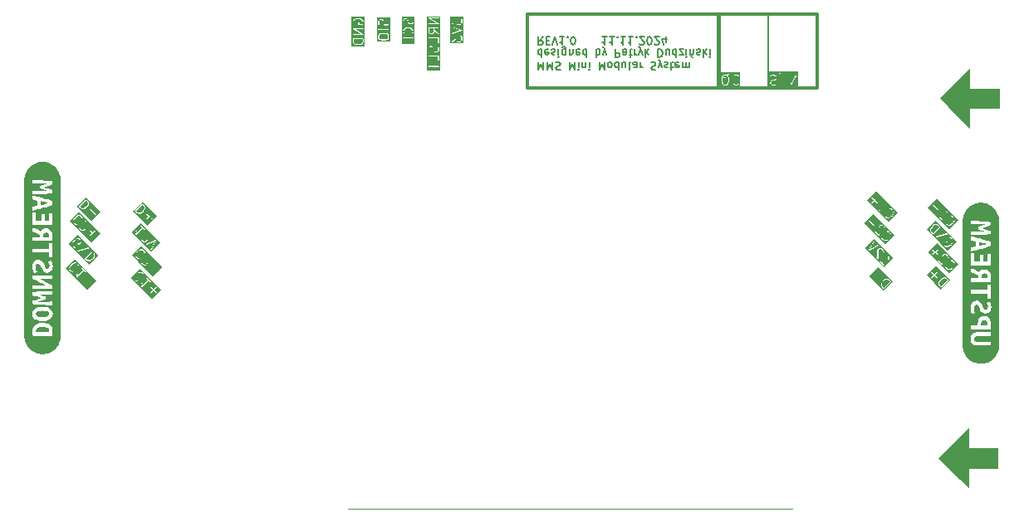
<source format=gbr>
%TF.GenerationSoftware,KiCad,Pcbnew,8.0.7-8.0.7-0~ubuntu22.04.1*%
%TF.CreationDate,2024-12-29T17:45:41+00:00*%
%TF.ProjectId,mini_module_template,6d696e69-5f6d-46f6-9475-6c655f74656d,rev?*%
%TF.SameCoordinates,Original*%
%TF.FileFunction,Legend,Bot*%
%TF.FilePolarity,Positive*%
%FSLAX46Y46*%
G04 Gerber Fmt 4.6, Leading zero omitted, Abs format (unit mm)*
G04 Created by KiCad (PCBNEW 8.0.7-8.0.7-0~ubuntu22.04.1) date 2024-12-29 17:45:41*
%MOMM*%
%LPD*%
G01*
G04 APERTURE LIST*
%ADD10C,0.200000*%
%ADD11C,0.300000*%
%ADD12C,0.100000*%
%ADD13C,0.000000*%
G04 APERTURE END LIST*
D10*
X156069999Y-70519999D02*
X156070000Y-63020000D01*
D11*
X151102499Y-70519999D02*
X131507908Y-70520000D01*
X131507908Y-63020000D01*
X151102499Y-63019999D01*
X151102499Y-70519999D01*
X161102499Y-70519999D02*
X151037499Y-70520000D01*
X151037499Y-63020000D01*
X161102499Y-63019999D01*
X161102499Y-70519999D01*
D12*
X176470000Y-107300000D02*
X179470000Y-107300000D01*
X179470000Y-109300000D01*
X176470000Y-109300000D01*
X176470000Y-111300000D01*
X173470000Y-108300000D01*
X176470000Y-105300000D01*
X176470000Y-107300000D01*
G36*
X176470000Y-107300000D02*
G01*
X179470000Y-107300000D01*
X179470000Y-109300000D01*
X176470000Y-109300000D01*
X176470000Y-111300000D01*
X173470000Y-108300000D01*
X176470000Y-105300000D01*
X176470000Y-107300000D01*
G37*
X158570000Y-113520000D02*
X113270000Y-113520000D01*
X176600000Y-70600000D02*
X179600000Y-70600000D01*
X179600000Y-72600000D01*
X176600000Y-72600000D01*
X176600000Y-74600000D01*
X173600000Y-71600000D01*
X176600000Y-68600000D01*
X176600000Y-70600000D01*
G36*
X176600000Y-70600000D02*
G01*
X179600000Y-70600000D01*
X179600000Y-72600000D01*
X176600000Y-72600000D01*
X176600000Y-74600000D01*
X173600000Y-71600000D01*
X176600000Y-68600000D01*
X176600000Y-70600000D01*
G37*
G36*
X92411931Y-82593068D02*
G01*
X92470367Y-82709940D01*
X92470367Y-82824710D01*
X92440996Y-82912821D01*
X92345970Y-83071197D01*
X92253664Y-83163503D01*
X92095285Y-83258531D01*
X92007177Y-83287901D01*
X91892407Y-83287901D01*
X91775535Y-83229465D01*
X91648268Y-83102197D01*
X92284665Y-82465801D01*
X92411931Y-82593068D01*
G37*
G36*
X93755675Y-83638255D02*
G01*
X92820722Y-84573208D01*
X91349712Y-83102198D01*
X91368846Y-83083064D01*
X91531364Y-83083064D01*
X91531364Y-83121332D01*
X91542203Y-83137553D01*
X91710562Y-83305913D01*
X91717227Y-83310366D01*
X91723556Y-83315278D01*
X91858243Y-83382622D01*
X91860658Y-83383283D01*
X91861470Y-83384095D01*
X91869331Y-83385658D01*
X91877059Y-83387775D01*
X91878147Y-83387412D01*
X91880604Y-83387901D01*
X92015291Y-83387901D01*
X92023152Y-83386337D01*
X92031103Y-83385335D01*
X92129792Y-83352438D01*
X92676204Y-83352438D01*
X92676204Y-83390706D01*
X92687043Y-83406927D01*
X92921061Y-83640946D01*
X92687043Y-83874965D01*
X92676204Y-83891186D01*
X92676204Y-83929454D01*
X92703264Y-83956514D01*
X92741532Y-83956514D01*
X92757753Y-83945675D01*
X92991771Y-83711656D01*
X93225791Y-83945676D01*
X93242012Y-83956514D01*
X93280281Y-83956514D01*
X93307340Y-83929455D01*
X93307340Y-83891186D01*
X93296502Y-83874965D01*
X93062482Y-83640946D01*
X93296502Y-83406927D01*
X93307340Y-83390706D01*
X93307340Y-83352437D01*
X93280281Y-83325378D01*
X93242012Y-83325378D01*
X93225791Y-83336216D01*
X92991771Y-83570235D01*
X92757753Y-83336217D01*
X92741532Y-83325378D01*
X92703264Y-83325378D01*
X92676204Y-83352438D01*
X92129792Y-83352438D01*
X92132117Y-83351663D01*
X92136873Y-83348951D01*
X92142031Y-83347104D01*
X92310390Y-83246088D01*
X92314930Y-83241968D01*
X92320020Y-83238568D01*
X92421035Y-83137553D01*
X92424435Y-83132463D01*
X92428555Y-83127923D01*
X92529569Y-82959564D01*
X92531415Y-82954411D01*
X92534129Y-82949651D01*
X92567801Y-82848636D01*
X92568803Y-82840685D01*
X92570367Y-82832824D01*
X92570367Y-82698137D01*
X92569878Y-82695680D01*
X92570241Y-82694592D01*
X92568124Y-82686864D01*
X92566561Y-82679003D01*
X92565749Y-82678191D01*
X92565088Y-82675776D01*
X92497745Y-82541089D01*
X92492835Y-82534763D01*
X92488380Y-82528095D01*
X92320020Y-82359736D01*
X92303799Y-82348897D01*
X92265530Y-82348897D01*
X92249309Y-82359736D01*
X91542203Y-83066843D01*
X91531364Y-83083064D01*
X91368846Y-83083064D01*
X92284665Y-82167245D01*
X93755675Y-83638255D01*
G37*
G36*
X87969110Y-85341690D02*
G01*
X87034156Y-86276643D01*
X85495803Y-84738290D01*
X85808337Y-84738290D01*
X85808337Y-84805633D01*
X85809901Y-84813496D01*
X85810903Y-84821444D01*
X85844574Y-84922460D01*
X85845814Y-84924635D01*
X85845814Y-84925783D01*
X85850264Y-84932443D01*
X85854235Y-84939409D01*
X85855262Y-84939922D01*
X85856653Y-84942004D01*
X86025012Y-85110363D01*
X86027094Y-85111754D01*
X86027607Y-85112780D01*
X86034570Y-85116749D01*
X86041233Y-85121201D01*
X86042380Y-85121201D01*
X86044555Y-85122441D01*
X86145570Y-85156113D01*
X86153520Y-85157115D01*
X86161382Y-85158679D01*
X86228726Y-85158679D01*
X86236587Y-85157115D01*
X86244538Y-85156113D01*
X86345552Y-85122441D01*
X86347727Y-85121201D01*
X86348875Y-85121201D01*
X86355540Y-85116747D01*
X86362501Y-85112780D01*
X86363013Y-85111754D01*
X86365096Y-85110363D01*
X86419587Y-85055873D01*
X86889639Y-85055873D01*
X86889639Y-85094141D01*
X86900478Y-85110362D01*
X87134496Y-85344381D01*
X86900478Y-85578400D01*
X86889639Y-85594621D01*
X86889639Y-85632889D01*
X86916699Y-85659949D01*
X86954967Y-85659949D01*
X86971188Y-85649110D01*
X87205206Y-85415091D01*
X87439226Y-85649111D01*
X87455447Y-85659949D01*
X87493716Y-85659949D01*
X87520775Y-85632890D01*
X87520775Y-85594621D01*
X87509937Y-85578400D01*
X87275917Y-85344381D01*
X87509937Y-85110362D01*
X87520775Y-85094141D01*
X87520775Y-85055872D01*
X87493716Y-85028813D01*
X87455447Y-85028813D01*
X87439226Y-85039651D01*
X87205206Y-85273670D01*
X86971188Y-85039652D01*
X86954967Y-85028813D01*
X86916699Y-85028813D01*
X86889639Y-85055873D01*
X86419587Y-85055873D01*
X86432440Y-85043020D01*
X86436896Y-85036350D01*
X86441806Y-85030025D01*
X86509149Y-84895338D01*
X86509810Y-84892922D01*
X86510622Y-84892111D01*
X86512185Y-84884249D01*
X86514302Y-84876522D01*
X86513939Y-84875433D01*
X86514428Y-84872977D01*
X86514428Y-84185565D01*
X86866806Y-84537943D01*
X86883027Y-84548782D01*
X86921295Y-84548782D01*
X86948355Y-84521722D01*
X86948355Y-84483454D01*
X86937516Y-84467233D01*
X86499783Y-84029500D01*
X86483562Y-84018661D01*
X86445294Y-84018661D01*
X86418234Y-84045721D01*
X86414428Y-84064855D01*
X86414428Y-84861173D01*
X86355992Y-84978044D01*
X86302731Y-85031305D01*
X86220612Y-85058679D01*
X86169495Y-85058679D01*
X86087375Y-85031305D01*
X85935709Y-84879640D01*
X85908337Y-84797520D01*
X85908337Y-84738290D01*
X85904531Y-84719156D01*
X85877471Y-84692096D01*
X85839203Y-84692096D01*
X85812143Y-84719156D01*
X85808337Y-84738290D01*
X85495803Y-84738290D01*
X84856040Y-84098527D01*
X84889712Y-84064855D01*
X85202245Y-84064855D01*
X85202245Y-84199542D01*
X85202733Y-84201998D01*
X85202371Y-84203086D01*
X85204486Y-84210811D01*
X85206051Y-84218676D01*
X85206862Y-84219487D01*
X85207524Y-84221903D01*
X85274866Y-84356589D01*
X85279776Y-84362916D01*
X85284233Y-84369585D01*
X85351577Y-84436928D01*
X85358242Y-84441381D01*
X85364571Y-84446293D01*
X85499258Y-84513637D01*
X85501673Y-84514298D01*
X85502485Y-84515110D01*
X85510346Y-84516673D01*
X85518074Y-84518790D01*
X85519162Y-84518427D01*
X85521619Y-84518916D01*
X85588962Y-84518916D01*
X85608096Y-84515110D01*
X85635156Y-84488050D01*
X85635156Y-84449782D01*
X85608096Y-84422722D01*
X85588962Y-84418916D01*
X85533422Y-84418916D01*
X85416550Y-84360479D01*
X85360679Y-84304609D01*
X85302245Y-84187739D01*
X85302245Y-84072968D01*
X85331614Y-83984859D01*
X85426639Y-83826484D01*
X85518949Y-83734173D01*
X85677323Y-83639148D01*
X85765434Y-83609778D01*
X85880205Y-83609778D01*
X85997076Y-83668214D01*
X86052946Y-83724084D01*
X86111382Y-83840955D01*
X86111382Y-83896496D01*
X86115188Y-83915630D01*
X86142248Y-83942690D01*
X86180516Y-83942690D01*
X86207576Y-83915630D01*
X86211382Y-83896496D01*
X86211382Y-83829152D01*
X86210893Y-83826695D01*
X86211256Y-83825607D01*
X86209139Y-83817879D01*
X86207576Y-83810018D01*
X86206764Y-83809206D01*
X86206103Y-83806791D01*
X86138760Y-83672104D01*
X86133850Y-83665778D01*
X86129394Y-83659109D01*
X86062050Y-83591766D01*
X86055384Y-83587312D01*
X86049056Y-83582401D01*
X85914369Y-83515057D01*
X85911953Y-83514395D01*
X85911142Y-83513584D01*
X85903280Y-83512020D01*
X85895553Y-83509904D01*
X85894464Y-83510266D01*
X85892008Y-83509778D01*
X85757321Y-83509778D01*
X85749459Y-83511341D01*
X85741509Y-83512344D01*
X85640494Y-83546016D01*
X85635733Y-83548729D01*
X85630581Y-83550576D01*
X85462222Y-83651590D01*
X85457682Y-83655707D01*
X85452591Y-83659110D01*
X85351576Y-83760126D01*
X85348170Y-83765222D01*
X85344058Y-83769756D01*
X85243042Y-83938114D01*
X85241194Y-83943271D01*
X85238483Y-83948028D01*
X85204811Y-84049044D01*
X85203808Y-84056992D01*
X85202245Y-84064855D01*
X84889712Y-84064855D01*
X85790993Y-83163573D01*
X87969110Y-85341690D01*
G37*
G36*
X117203998Y-65077603D02*
G01*
X117283707Y-65157312D01*
X117322419Y-65234734D01*
X117322419Y-65401603D01*
X117283707Y-65479025D01*
X117203998Y-65558734D01*
X117032930Y-65601502D01*
X116711907Y-65601502D01*
X116540837Y-65558734D01*
X116461131Y-65479028D01*
X116422419Y-65401604D01*
X116422419Y-65234734D01*
X116461131Y-65157310D01*
X116540837Y-65077603D01*
X116711907Y-65034836D01*
X117032930Y-65034836D01*
X117203998Y-65077603D01*
G37*
G36*
X117533530Y-65812613D02*
G01*
X116211308Y-65812613D01*
X116211308Y-65222931D01*
X116322419Y-65222931D01*
X116322419Y-65413407D01*
X116322907Y-65415863D01*
X116322545Y-65416952D01*
X116324661Y-65424679D01*
X116326225Y-65432541D01*
X116327036Y-65433352D01*
X116327698Y-65435768D01*
X116375316Y-65531005D01*
X116380231Y-65537338D01*
X116384683Y-65544000D01*
X116479921Y-65639238D01*
X116484423Y-65642246D01*
X116485510Y-65644057D01*
X116491048Y-65646673D01*
X116496142Y-65650077D01*
X116498253Y-65650077D01*
X116503149Y-65652390D01*
X116693625Y-65700009D01*
X116699742Y-65700306D01*
X116705752Y-65701502D01*
X117039085Y-65701502D01*
X117045094Y-65700306D01*
X117051212Y-65700009D01*
X117241688Y-65652390D01*
X117246584Y-65650077D01*
X117248695Y-65650077D01*
X117253790Y-65646672D01*
X117259327Y-65644057D01*
X117260412Y-65642248D01*
X117264916Y-65639239D01*
X117360155Y-65544000D01*
X117364605Y-65537340D01*
X117369521Y-65531006D01*
X117417140Y-65435768D01*
X117417801Y-65433352D01*
X117418613Y-65432541D01*
X117420176Y-65424679D01*
X117422293Y-65416952D01*
X117421930Y-65415863D01*
X117422419Y-65413407D01*
X117422419Y-65222931D01*
X117421930Y-65220474D01*
X117422293Y-65219386D01*
X117420176Y-65211658D01*
X117418613Y-65203797D01*
X117417801Y-65202985D01*
X117417140Y-65200570D01*
X117369521Y-65105332D01*
X117364605Y-65098997D01*
X117360155Y-65092338D01*
X117264916Y-64997099D01*
X117260412Y-64994089D01*
X117259327Y-64992281D01*
X117253790Y-64989665D01*
X117248695Y-64986261D01*
X117246584Y-64986261D01*
X117241688Y-64983948D01*
X117051212Y-64936329D01*
X117045094Y-64936031D01*
X117039085Y-64934836D01*
X116705752Y-64934836D01*
X116699742Y-64936031D01*
X116693625Y-64936329D01*
X116503149Y-64983948D01*
X116498253Y-64986261D01*
X116496142Y-64986261D01*
X116491048Y-64989664D01*
X116485510Y-64992281D01*
X116484423Y-64994091D01*
X116479921Y-64997100D01*
X116384683Y-65092338D01*
X116380231Y-65098999D01*
X116375316Y-65105333D01*
X116327698Y-65200570D01*
X116327036Y-65202985D01*
X116326225Y-65203797D01*
X116324661Y-65211658D01*
X116322545Y-65219386D01*
X116322907Y-65220474D01*
X116322419Y-65222931D01*
X116211308Y-65222931D01*
X116211308Y-64537131D01*
X116326225Y-64537131D01*
X116326225Y-64575399D01*
X116353285Y-64602459D01*
X116372419Y-64606265D01*
X117372419Y-64606265D01*
X117391553Y-64602459D01*
X117418613Y-64575399D01*
X117418613Y-64537131D01*
X117391553Y-64510071D01*
X117372419Y-64506265D01*
X116372419Y-64506265D01*
X116353285Y-64510071D01*
X116326225Y-64537131D01*
X116211308Y-64537131D01*
X116211308Y-63746741D01*
X116322419Y-63746741D01*
X116322419Y-63984836D01*
X116323982Y-63992698D01*
X116324985Y-64000647D01*
X116372604Y-64143504D01*
X116382265Y-64160452D01*
X116416494Y-64177567D01*
X116452798Y-64165465D01*
X116469912Y-64131237D01*
X116467472Y-64111881D01*
X116422419Y-63976722D01*
X116422419Y-63758544D01*
X116461130Y-63681120D01*
X116497275Y-63644976D01*
X116574699Y-63606265D01*
X116646330Y-63606265D01*
X116723753Y-63644976D01*
X116759897Y-63681121D01*
X116801433Y-63764193D01*
X116847721Y-63949344D01*
X116850060Y-63954296D01*
X116851507Y-63959578D01*
X116899125Y-64054815D01*
X116904040Y-64061148D01*
X116908492Y-64067810D01*
X116956110Y-64115429D01*
X116962776Y-64119883D01*
X116969105Y-64124795D01*
X117064343Y-64172414D01*
X117066758Y-64173075D01*
X117067570Y-64173887D01*
X117075431Y-64175450D01*
X117083159Y-64177567D01*
X117084247Y-64177204D01*
X117086704Y-64177693D01*
X117181942Y-64177693D01*
X117184398Y-64177204D01*
X117185487Y-64177567D01*
X117193214Y-64175450D01*
X117201076Y-64173887D01*
X117201887Y-64173075D01*
X117204303Y-64172414D01*
X117299540Y-64124796D01*
X117305868Y-64119884D01*
X117312535Y-64115430D01*
X117360155Y-64067811D01*
X117364609Y-64061144D01*
X117369521Y-64054816D01*
X117417140Y-63959578D01*
X117417801Y-63957162D01*
X117418613Y-63956351D01*
X117420176Y-63948489D01*
X117422293Y-63940762D01*
X117421930Y-63939673D01*
X117422419Y-63937217D01*
X117422419Y-63699122D01*
X117420855Y-63691260D01*
X117419853Y-63683310D01*
X117372234Y-63540454D01*
X117362573Y-63523505D01*
X117328344Y-63506391D01*
X117292040Y-63518492D01*
X117274926Y-63552721D01*
X117277366Y-63572076D01*
X117322419Y-63707235D01*
X117322419Y-63925413D01*
X117283708Y-64002835D01*
X117247561Y-64038981D01*
X117170139Y-64077693D01*
X117098508Y-64077693D01*
X117021084Y-64038981D01*
X116984939Y-64002837D01*
X116943404Y-63919766D01*
X116897116Y-63734614D01*
X116894776Y-63729661D01*
X116893330Y-63724380D01*
X116845711Y-63629142D01*
X116840799Y-63622813D01*
X116836345Y-63616147D01*
X116788726Y-63568529D01*
X116782064Y-63564077D01*
X116775731Y-63559162D01*
X116680494Y-63511544D01*
X116678078Y-63510882D01*
X116677267Y-63510071D01*
X116669405Y-63508507D01*
X116661678Y-63506391D01*
X116660589Y-63506753D01*
X116658133Y-63506265D01*
X116562895Y-63506265D01*
X116560438Y-63506753D01*
X116559350Y-63506391D01*
X116551622Y-63508507D01*
X116543761Y-63510071D01*
X116542949Y-63510882D01*
X116540534Y-63511544D01*
X116445296Y-63559163D01*
X116438967Y-63564074D01*
X116432301Y-63568529D01*
X116384683Y-63616148D01*
X116380231Y-63622809D01*
X116375316Y-63629143D01*
X116327698Y-63724380D01*
X116327036Y-63726795D01*
X116326225Y-63727607D01*
X116324661Y-63735468D01*
X116322545Y-63743196D01*
X116322907Y-63744284D01*
X116322419Y-63746741D01*
X116211308Y-63746741D01*
X116211308Y-63395154D01*
X117533530Y-63395154D01*
X117533530Y-65812613D01*
G37*
G36*
X151815666Y-69288897D02*
G01*
X151727599Y-69376964D01*
X151650176Y-69415676D01*
X151566741Y-69415676D01*
X151547607Y-69419482D01*
X151520547Y-69446542D01*
X151520547Y-69484810D01*
X151547607Y-69511870D01*
X151566741Y-69515676D01*
X151661979Y-69515676D01*
X151664435Y-69515187D01*
X151665524Y-69515550D01*
X151673251Y-69513433D01*
X151681113Y-69511870D01*
X151681924Y-69511058D01*
X151684340Y-69510397D01*
X151779577Y-69462779D01*
X151785910Y-69457863D01*
X151792572Y-69453412D01*
X151900074Y-69345910D01*
X151950163Y-69395999D01*
X151992931Y-69567069D01*
X151992931Y-69888092D01*
X151950163Y-70059161D01*
X151870457Y-70138868D01*
X151793033Y-70177580D01*
X151626164Y-70177580D01*
X151548738Y-70138867D01*
X151469032Y-70059161D01*
X151426265Y-69888092D01*
X151426265Y-69567069D01*
X151469032Y-69395999D01*
X151548739Y-69316292D01*
X151626163Y-69277580D01*
X151793033Y-69277580D01*
X151815666Y-69288897D01*
G37*
G36*
X153200236Y-70388691D02*
G01*
X151215154Y-70388691D01*
X151215154Y-69560914D01*
X151326265Y-69560914D01*
X151326265Y-69894247D01*
X151327460Y-69900256D01*
X151327758Y-69906374D01*
X151375377Y-70096850D01*
X151377690Y-70101746D01*
X151377690Y-70103857D01*
X151381093Y-70108950D01*
X151383710Y-70114489D01*
X151385520Y-70115575D01*
X151388529Y-70120078D01*
X151483767Y-70215316D01*
X151490426Y-70219766D01*
X151496761Y-70224682D01*
X151591999Y-70272301D01*
X151594414Y-70272962D01*
X151595226Y-70273774D01*
X151603087Y-70275337D01*
X151610815Y-70277454D01*
X151611903Y-70277091D01*
X151614360Y-70277580D01*
X151804836Y-70277580D01*
X151807292Y-70277091D01*
X151808381Y-70277454D01*
X151816108Y-70275337D01*
X151823970Y-70273774D01*
X151824781Y-70272962D01*
X151827197Y-70272301D01*
X151922434Y-70224683D01*
X151928767Y-70219767D01*
X151935429Y-70215316D01*
X152030667Y-70120078D01*
X152033675Y-70115575D01*
X152035486Y-70114489D01*
X152038102Y-70108950D01*
X152041506Y-70103857D01*
X152041506Y-70101746D01*
X152043819Y-70096850D01*
X152091438Y-69906374D01*
X152091735Y-69900256D01*
X152092931Y-69894247D01*
X152092931Y-69656152D01*
X152373884Y-69656152D01*
X152373884Y-69799009D01*
X152375079Y-69805018D01*
X152375377Y-69811136D01*
X152422996Y-70001612D01*
X152425335Y-70006564D01*
X152426782Y-70011846D01*
X152474400Y-70107083D01*
X152479315Y-70113416D01*
X152483767Y-70120078D01*
X152579005Y-70215316D01*
X152581086Y-70216706D01*
X152581600Y-70217734D01*
X152588565Y-70221704D01*
X152595226Y-70226155D01*
X152596374Y-70226155D01*
X152598549Y-70227395D01*
X152741405Y-70275014D01*
X152749355Y-70276016D01*
X152757217Y-70277580D01*
X152852455Y-70277580D01*
X152860317Y-70276016D01*
X152868266Y-70275014D01*
X153011123Y-70227395D01*
X153013298Y-70226155D01*
X153014446Y-70226155D01*
X153021110Y-70221701D01*
X153028071Y-70217734D01*
X153028584Y-70216707D01*
X153030667Y-70215316D01*
X153078286Y-70167698D01*
X153089125Y-70151477D01*
X153089125Y-70113208D01*
X153062065Y-70086148D01*
X153023796Y-70086148D01*
X153007575Y-70096987D01*
X152968303Y-70136259D01*
X152844342Y-70177580D01*
X152765330Y-70177580D01*
X152641368Y-70136259D01*
X152560215Y-70055106D01*
X152518679Y-69972034D01*
X152473884Y-69792854D01*
X152473884Y-69662307D01*
X152518679Y-69483127D01*
X152560215Y-69400055D01*
X152641368Y-69318901D01*
X152765331Y-69277580D01*
X152844341Y-69277580D01*
X152968303Y-69318901D01*
X153007575Y-69358174D01*
X153023796Y-69369013D01*
X153062065Y-69369013D01*
X153089125Y-69341953D01*
X153089125Y-69303684D01*
X153078286Y-69287463D01*
X153030667Y-69239845D01*
X153028585Y-69238454D01*
X153028072Y-69237427D01*
X153021104Y-69233455D01*
X153014446Y-69229006D01*
X153013299Y-69229006D01*
X153011124Y-69227766D01*
X152868267Y-69180146D01*
X152860316Y-69179143D01*
X152852455Y-69177580D01*
X152757217Y-69177580D01*
X152749355Y-69179143D01*
X152741405Y-69180146D01*
X152598548Y-69227766D01*
X152596373Y-69229006D01*
X152595226Y-69229006D01*
X152588567Y-69233455D01*
X152581600Y-69237427D01*
X152581086Y-69238454D01*
X152579005Y-69239845D01*
X152483767Y-69335083D01*
X152479315Y-69341744D01*
X152474400Y-69348078D01*
X152426782Y-69443315D01*
X152425335Y-69448596D01*
X152422996Y-69453549D01*
X152375377Y-69644025D01*
X152375079Y-69650142D01*
X152373884Y-69656152D01*
X152092931Y-69656152D01*
X152092931Y-69560914D01*
X152091735Y-69554904D01*
X152091438Y-69548787D01*
X152043819Y-69358311D01*
X152041506Y-69353414D01*
X152041506Y-69351304D01*
X152038102Y-69346210D01*
X152035486Y-69340672D01*
X152033675Y-69339585D01*
X152030667Y-69335083D01*
X151970784Y-69275200D01*
X152024931Y-69221053D01*
X152112910Y-69177064D01*
X152128322Y-69165102D01*
X152140424Y-69128798D01*
X152123310Y-69094570D01*
X152087005Y-69082468D01*
X152068189Y-69087621D01*
X151972951Y-69135240D01*
X151966616Y-69140155D01*
X151959957Y-69144606D01*
X151890201Y-69214361D01*
X151827197Y-69182859D01*
X151824781Y-69182197D01*
X151823970Y-69181386D01*
X151816108Y-69179822D01*
X151808381Y-69177706D01*
X151807292Y-69178068D01*
X151804836Y-69177580D01*
X151614360Y-69177580D01*
X151611903Y-69178068D01*
X151610815Y-69177706D01*
X151603087Y-69179822D01*
X151595226Y-69181386D01*
X151594414Y-69182197D01*
X151591999Y-69182859D01*
X151496761Y-69230479D01*
X151490426Y-69235394D01*
X151483767Y-69239845D01*
X151388529Y-69335083D01*
X151385520Y-69339585D01*
X151383710Y-69340672D01*
X151381093Y-69346210D01*
X151377690Y-69351304D01*
X151377690Y-69353414D01*
X151375377Y-69358311D01*
X151327758Y-69548787D01*
X151327460Y-69554904D01*
X151326265Y-69560914D01*
X151215154Y-69560914D01*
X151215154Y-68971357D01*
X153200236Y-68971357D01*
X153200236Y-70388691D01*
G37*
G36*
X168973960Y-85571472D02*
G01*
X168039006Y-86506426D01*
X167306083Y-85773503D01*
X167618617Y-85773503D01*
X167618617Y-85840847D01*
X167619105Y-85843303D01*
X167618743Y-85844391D01*
X167620858Y-85852116D01*
X167622423Y-85859981D01*
X167623234Y-85860792D01*
X167623896Y-85863208D01*
X167691238Y-85997894D01*
X167696148Y-86004221D01*
X167700605Y-86010890D01*
X167767949Y-86078233D01*
X167774614Y-86082686D01*
X167780943Y-86087598D01*
X167915630Y-86154942D01*
X167918045Y-86155603D01*
X167918857Y-86156415D01*
X167926718Y-86157978D01*
X167934446Y-86160095D01*
X167935534Y-86159732D01*
X167937991Y-86160221D01*
X168072678Y-86160221D01*
X168080539Y-86158657D01*
X168088490Y-86157655D01*
X168189504Y-86123983D01*
X168194260Y-86121271D01*
X168199418Y-86119424D01*
X168367776Y-86018409D01*
X168372311Y-86014294D01*
X168377408Y-86010889D01*
X168478422Y-85909874D01*
X168481824Y-85904781D01*
X168485942Y-85900243D01*
X168586957Y-85731884D01*
X168588804Y-85726727D01*
X168591516Y-85721971D01*
X168625188Y-85620956D01*
X168626190Y-85613005D01*
X168627754Y-85605144D01*
X168627754Y-85470457D01*
X168627265Y-85468000D01*
X168627628Y-85466912D01*
X168625511Y-85459184D01*
X168623948Y-85451323D01*
X168623136Y-85450511D01*
X168622475Y-85448096D01*
X168555132Y-85313409D01*
X168550222Y-85307083D01*
X168545766Y-85300414D01*
X168478422Y-85233071D01*
X168471756Y-85228617D01*
X168465428Y-85223706D01*
X168330741Y-85156362D01*
X168328325Y-85155700D01*
X168327514Y-85154889D01*
X168319652Y-85153325D01*
X168311925Y-85151209D01*
X168310836Y-85151571D01*
X168308380Y-85151083D01*
X168241037Y-85151083D01*
X168221903Y-85154889D01*
X168194843Y-85181949D01*
X168194843Y-85220217D01*
X168221903Y-85247277D01*
X168241037Y-85251083D01*
X168296577Y-85251083D01*
X168413448Y-85309519D01*
X168469318Y-85365389D01*
X168527754Y-85482260D01*
X168527754Y-85597031D01*
X168498383Y-85685142D01*
X168403358Y-85843515D01*
X168311047Y-85935827D01*
X168152673Y-86030850D01*
X168064564Y-86060221D01*
X167949794Y-86060221D01*
X167832922Y-86001784D01*
X167777051Y-85945914D01*
X167718617Y-85829044D01*
X167718617Y-85773503D01*
X167714811Y-85754369D01*
X167687751Y-85727309D01*
X167649483Y-85727309D01*
X167622423Y-85754369D01*
X167618617Y-85773503D01*
X167306083Y-85773503D01*
X166680857Y-85148277D01*
X166881644Y-85148277D01*
X166881644Y-85186545D01*
X166892483Y-85202766D01*
X167330216Y-85640499D01*
X167346437Y-85651338D01*
X167384705Y-85651338D01*
X167411765Y-85624278D01*
X167415571Y-85605144D01*
X167415571Y-84808824D01*
X167474005Y-84691954D01*
X167527267Y-84638693D01*
X167609386Y-84611320D01*
X167660503Y-84611320D01*
X167742623Y-84638693D01*
X167894289Y-84790359D01*
X167921662Y-84872478D01*
X167921662Y-84931709D01*
X167925468Y-84950843D01*
X167952528Y-84977903D01*
X167990796Y-84977903D01*
X168017856Y-84950843D01*
X168021662Y-84931709D01*
X168021662Y-84864366D01*
X168020097Y-84856502D01*
X168019096Y-84848555D01*
X167985425Y-84747539D01*
X167984185Y-84745363D01*
X167984185Y-84744216D01*
X167979734Y-84737555D01*
X167975764Y-84730590D01*
X167974736Y-84730076D01*
X167973346Y-84727995D01*
X167804987Y-84559637D01*
X167802905Y-84558246D01*
X167802392Y-84557219D01*
X167795426Y-84553248D01*
X167788766Y-84548798D01*
X167787618Y-84548798D01*
X167785443Y-84547558D01*
X167684429Y-84513886D01*
X167676478Y-84512883D01*
X167668617Y-84511320D01*
X167601273Y-84511320D01*
X167593411Y-84512883D01*
X167585461Y-84513886D01*
X167484446Y-84547558D01*
X167482271Y-84548798D01*
X167481124Y-84548798D01*
X167474461Y-84553249D01*
X167467498Y-84557219D01*
X167466985Y-84558244D01*
X167464903Y-84559636D01*
X167397559Y-84626979D01*
X167393102Y-84633647D01*
X167388192Y-84639975D01*
X167320850Y-84774661D01*
X167320188Y-84777076D01*
X167319377Y-84777888D01*
X167317812Y-84785752D01*
X167315697Y-84793478D01*
X167316059Y-84794565D01*
X167315571Y-84797022D01*
X167315571Y-85484434D01*
X166963193Y-85132056D01*
X166946972Y-85121217D01*
X166908704Y-85121217D01*
X166881644Y-85148277D01*
X166680857Y-85148277D01*
X165860889Y-84328309D01*
X166152088Y-84037110D01*
X166309224Y-84037110D01*
X166309224Y-84075378D01*
X166320063Y-84091599D01*
X166858811Y-84630348D01*
X166875032Y-84641186D01*
X166913301Y-84641186D01*
X166940360Y-84614127D01*
X166940360Y-84575858D01*
X166929522Y-84559637D01*
X166390773Y-84020889D01*
X166374552Y-84010050D01*
X166336284Y-84010050D01*
X166309224Y-84037110D01*
X166152088Y-84037110D01*
X166795843Y-83393356D01*
X168973960Y-85571472D01*
G37*
D10*
X132642054Y-67904214D02*
X132642054Y-68704214D01*
X132642054Y-68704214D02*
X132908720Y-68132786D01*
X132908720Y-68132786D02*
X133175387Y-68704214D01*
X133175387Y-68704214D02*
X133175387Y-67904214D01*
X133556340Y-67904214D02*
X133556340Y-68704214D01*
X133556340Y-68704214D02*
X133823006Y-68132786D01*
X133823006Y-68132786D02*
X134089673Y-68704214D01*
X134089673Y-68704214D02*
X134089673Y-67904214D01*
X134432530Y-67942310D02*
X134546816Y-67904214D01*
X134546816Y-67904214D02*
X134737292Y-67904214D01*
X134737292Y-67904214D02*
X134813483Y-67942310D01*
X134813483Y-67942310D02*
X134851578Y-67980405D01*
X134851578Y-67980405D02*
X134889673Y-68056595D01*
X134889673Y-68056595D02*
X134889673Y-68132786D01*
X134889673Y-68132786D02*
X134851578Y-68208976D01*
X134851578Y-68208976D02*
X134813483Y-68247071D01*
X134813483Y-68247071D02*
X134737292Y-68285167D01*
X134737292Y-68285167D02*
X134584911Y-68323262D01*
X134584911Y-68323262D02*
X134508721Y-68361357D01*
X134508721Y-68361357D02*
X134470626Y-68399452D01*
X134470626Y-68399452D02*
X134432530Y-68475643D01*
X134432530Y-68475643D02*
X134432530Y-68551833D01*
X134432530Y-68551833D02*
X134470626Y-68628024D01*
X134470626Y-68628024D02*
X134508721Y-68666119D01*
X134508721Y-68666119D02*
X134584911Y-68704214D01*
X134584911Y-68704214D02*
X134775388Y-68704214D01*
X134775388Y-68704214D02*
X134889673Y-68666119D01*
X135842055Y-67904214D02*
X135842055Y-68704214D01*
X135842055Y-68704214D02*
X136108721Y-68132786D01*
X136108721Y-68132786D02*
X136375388Y-68704214D01*
X136375388Y-68704214D02*
X136375388Y-67904214D01*
X136756341Y-67904214D02*
X136756341Y-68437548D01*
X136756341Y-68704214D02*
X136718245Y-68666119D01*
X136718245Y-68666119D02*
X136756341Y-68628024D01*
X136756341Y-68628024D02*
X136794436Y-68666119D01*
X136794436Y-68666119D02*
X136756341Y-68704214D01*
X136756341Y-68704214D02*
X136756341Y-68628024D01*
X137137293Y-68437548D02*
X137137293Y-67904214D01*
X137137293Y-68361357D02*
X137175388Y-68399452D01*
X137175388Y-68399452D02*
X137251578Y-68437548D01*
X137251578Y-68437548D02*
X137365864Y-68437548D01*
X137365864Y-68437548D02*
X137442055Y-68399452D01*
X137442055Y-68399452D02*
X137480150Y-68323262D01*
X137480150Y-68323262D02*
X137480150Y-67904214D01*
X137861103Y-67904214D02*
X137861103Y-68437548D01*
X137861103Y-68704214D02*
X137823007Y-68666119D01*
X137823007Y-68666119D02*
X137861103Y-68628024D01*
X137861103Y-68628024D02*
X137899198Y-68666119D01*
X137899198Y-68666119D02*
X137861103Y-68704214D01*
X137861103Y-68704214D02*
X137861103Y-68628024D01*
X138851579Y-67904214D02*
X138851579Y-68704214D01*
X138851579Y-68704214D02*
X139118245Y-68132786D01*
X139118245Y-68132786D02*
X139384912Y-68704214D01*
X139384912Y-68704214D02*
X139384912Y-67904214D01*
X139880150Y-67904214D02*
X139803960Y-67942310D01*
X139803960Y-67942310D02*
X139765865Y-67980405D01*
X139765865Y-67980405D02*
X139727769Y-68056595D01*
X139727769Y-68056595D02*
X139727769Y-68285167D01*
X139727769Y-68285167D02*
X139765865Y-68361357D01*
X139765865Y-68361357D02*
X139803960Y-68399452D01*
X139803960Y-68399452D02*
X139880150Y-68437548D01*
X139880150Y-68437548D02*
X139994436Y-68437548D01*
X139994436Y-68437548D02*
X140070627Y-68399452D01*
X140070627Y-68399452D02*
X140108722Y-68361357D01*
X140108722Y-68361357D02*
X140146817Y-68285167D01*
X140146817Y-68285167D02*
X140146817Y-68056595D01*
X140146817Y-68056595D02*
X140108722Y-67980405D01*
X140108722Y-67980405D02*
X140070627Y-67942310D01*
X140070627Y-67942310D02*
X139994436Y-67904214D01*
X139994436Y-67904214D02*
X139880150Y-67904214D01*
X140832532Y-67904214D02*
X140832532Y-68704214D01*
X140832532Y-67942310D02*
X140756341Y-67904214D01*
X140756341Y-67904214D02*
X140603960Y-67904214D01*
X140603960Y-67904214D02*
X140527770Y-67942310D01*
X140527770Y-67942310D02*
X140489675Y-67980405D01*
X140489675Y-67980405D02*
X140451579Y-68056595D01*
X140451579Y-68056595D02*
X140451579Y-68285167D01*
X140451579Y-68285167D02*
X140489675Y-68361357D01*
X140489675Y-68361357D02*
X140527770Y-68399452D01*
X140527770Y-68399452D02*
X140603960Y-68437548D01*
X140603960Y-68437548D02*
X140756341Y-68437548D01*
X140756341Y-68437548D02*
X140832532Y-68399452D01*
X141556342Y-68437548D02*
X141556342Y-67904214D01*
X141213485Y-68437548D02*
X141213485Y-68018500D01*
X141213485Y-68018500D02*
X141251580Y-67942310D01*
X141251580Y-67942310D02*
X141327770Y-67904214D01*
X141327770Y-67904214D02*
X141442056Y-67904214D01*
X141442056Y-67904214D02*
X141518247Y-67942310D01*
X141518247Y-67942310D02*
X141556342Y-67980405D01*
X142051580Y-67904214D02*
X141975390Y-67942310D01*
X141975390Y-67942310D02*
X141937295Y-68018500D01*
X141937295Y-68018500D02*
X141937295Y-68704214D01*
X142699200Y-67904214D02*
X142699200Y-68323262D01*
X142699200Y-68323262D02*
X142661105Y-68399452D01*
X142661105Y-68399452D02*
X142584914Y-68437548D01*
X142584914Y-68437548D02*
X142432533Y-68437548D01*
X142432533Y-68437548D02*
X142356343Y-68399452D01*
X142699200Y-67942310D02*
X142623009Y-67904214D01*
X142623009Y-67904214D02*
X142432533Y-67904214D01*
X142432533Y-67904214D02*
X142356343Y-67942310D01*
X142356343Y-67942310D02*
X142318247Y-68018500D01*
X142318247Y-68018500D02*
X142318247Y-68094690D01*
X142318247Y-68094690D02*
X142356343Y-68170881D01*
X142356343Y-68170881D02*
X142432533Y-68208976D01*
X142432533Y-68208976D02*
X142623009Y-68208976D01*
X142623009Y-68208976D02*
X142699200Y-68247071D01*
X143080153Y-67904214D02*
X143080153Y-68437548D01*
X143080153Y-68285167D02*
X143118248Y-68361357D01*
X143118248Y-68361357D02*
X143156343Y-68399452D01*
X143156343Y-68399452D02*
X143232534Y-68437548D01*
X143232534Y-68437548D02*
X143308724Y-68437548D01*
X144146819Y-67942310D02*
X144261105Y-67904214D01*
X144261105Y-67904214D02*
X144451581Y-67904214D01*
X144451581Y-67904214D02*
X144527772Y-67942310D01*
X144527772Y-67942310D02*
X144565867Y-67980405D01*
X144565867Y-67980405D02*
X144603962Y-68056595D01*
X144603962Y-68056595D02*
X144603962Y-68132786D01*
X144603962Y-68132786D02*
X144565867Y-68208976D01*
X144565867Y-68208976D02*
X144527772Y-68247071D01*
X144527772Y-68247071D02*
X144451581Y-68285167D01*
X144451581Y-68285167D02*
X144299200Y-68323262D01*
X144299200Y-68323262D02*
X144223010Y-68361357D01*
X144223010Y-68361357D02*
X144184915Y-68399452D01*
X144184915Y-68399452D02*
X144146819Y-68475643D01*
X144146819Y-68475643D02*
X144146819Y-68551833D01*
X144146819Y-68551833D02*
X144184915Y-68628024D01*
X144184915Y-68628024D02*
X144223010Y-68666119D01*
X144223010Y-68666119D02*
X144299200Y-68704214D01*
X144299200Y-68704214D02*
X144489677Y-68704214D01*
X144489677Y-68704214D02*
X144603962Y-68666119D01*
X144870629Y-68437548D02*
X145061105Y-67904214D01*
X145251582Y-68437548D02*
X145061105Y-67904214D01*
X145061105Y-67904214D02*
X144984915Y-67713738D01*
X144984915Y-67713738D02*
X144946820Y-67675643D01*
X144946820Y-67675643D02*
X144870629Y-67637548D01*
X145518248Y-67942310D02*
X145594439Y-67904214D01*
X145594439Y-67904214D02*
X145746820Y-67904214D01*
X145746820Y-67904214D02*
X145823010Y-67942310D01*
X145823010Y-67942310D02*
X145861106Y-68018500D01*
X145861106Y-68018500D02*
X145861106Y-68056595D01*
X145861106Y-68056595D02*
X145823010Y-68132786D01*
X145823010Y-68132786D02*
X145746820Y-68170881D01*
X145746820Y-68170881D02*
X145632534Y-68170881D01*
X145632534Y-68170881D02*
X145556344Y-68208976D01*
X145556344Y-68208976D02*
X145518248Y-68285167D01*
X145518248Y-68285167D02*
X145518248Y-68323262D01*
X145518248Y-68323262D02*
X145556344Y-68399452D01*
X145556344Y-68399452D02*
X145632534Y-68437548D01*
X145632534Y-68437548D02*
X145746820Y-68437548D01*
X145746820Y-68437548D02*
X145823010Y-68399452D01*
X146089677Y-68437548D02*
X146394439Y-68437548D01*
X146203963Y-68704214D02*
X146203963Y-68018500D01*
X146203963Y-68018500D02*
X146242058Y-67942310D01*
X146242058Y-67942310D02*
X146318248Y-67904214D01*
X146318248Y-67904214D02*
X146394439Y-67904214D01*
X146965868Y-67942310D02*
X146889677Y-67904214D01*
X146889677Y-67904214D02*
X146737296Y-67904214D01*
X146737296Y-67904214D02*
X146661106Y-67942310D01*
X146661106Y-67942310D02*
X146623010Y-68018500D01*
X146623010Y-68018500D02*
X146623010Y-68323262D01*
X146623010Y-68323262D02*
X146661106Y-68399452D01*
X146661106Y-68399452D02*
X146737296Y-68437548D01*
X146737296Y-68437548D02*
X146889677Y-68437548D01*
X146889677Y-68437548D02*
X146965868Y-68399452D01*
X146965868Y-68399452D02*
X147003963Y-68323262D01*
X147003963Y-68323262D02*
X147003963Y-68247071D01*
X147003963Y-68247071D02*
X146623010Y-68170881D01*
X147346820Y-67904214D02*
X147346820Y-68437548D01*
X147346820Y-68361357D02*
X147384915Y-68399452D01*
X147384915Y-68399452D02*
X147461105Y-68437548D01*
X147461105Y-68437548D02*
X147575391Y-68437548D01*
X147575391Y-68437548D02*
X147651582Y-68399452D01*
X147651582Y-68399452D02*
X147689677Y-68323262D01*
X147689677Y-68323262D02*
X147689677Y-67904214D01*
X147689677Y-68323262D02*
X147727772Y-68399452D01*
X147727772Y-68399452D02*
X147803963Y-68437548D01*
X147803963Y-68437548D02*
X147918248Y-68437548D01*
X147918248Y-68437548D02*
X147994439Y-68399452D01*
X147994439Y-68399452D02*
X148032534Y-68323262D01*
X148032534Y-68323262D02*
X148032534Y-67904214D01*
X132984911Y-66616259D02*
X132984911Y-67416259D01*
X132984911Y-66654355D02*
X132908720Y-66616259D01*
X132908720Y-66616259D02*
X132756339Y-66616259D01*
X132756339Y-66616259D02*
X132680149Y-66654355D01*
X132680149Y-66654355D02*
X132642054Y-66692450D01*
X132642054Y-66692450D02*
X132603958Y-66768640D01*
X132603958Y-66768640D02*
X132603958Y-66997212D01*
X132603958Y-66997212D02*
X132642054Y-67073402D01*
X132642054Y-67073402D02*
X132680149Y-67111497D01*
X132680149Y-67111497D02*
X132756339Y-67149593D01*
X132756339Y-67149593D02*
X132908720Y-67149593D01*
X132908720Y-67149593D02*
X132984911Y-67111497D01*
X133670626Y-66654355D02*
X133594435Y-66616259D01*
X133594435Y-66616259D02*
X133442054Y-66616259D01*
X133442054Y-66616259D02*
X133365864Y-66654355D01*
X133365864Y-66654355D02*
X133327768Y-66730545D01*
X133327768Y-66730545D02*
X133327768Y-67035307D01*
X133327768Y-67035307D02*
X133365864Y-67111497D01*
X133365864Y-67111497D02*
X133442054Y-67149593D01*
X133442054Y-67149593D02*
X133594435Y-67149593D01*
X133594435Y-67149593D02*
X133670626Y-67111497D01*
X133670626Y-67111497D02*
X133708721Y-67035307D01*
X133708721Y-67035307D02*
X133708721Y-66959116D01*
X133708721Y-66959116D02*
X133327768Y-66882926D01*
X134013482Y-66654355D02*
X134089673Y-66616259D01*
X134089673Y-66616259D02*
X134242054Y-66616259D01*
X134242054Y-66616259D02*
X134318244Y-66654355D01*
X134318244Y-66654355D02*
X134356340Y-66730545D01*
X134356340Y-66730545D02*
X134356340Y-66768640D01*
X134356340Y-66768640D02*
X134318244Y-66844831D01*
X134318244Y-66844831D02*
X134242054Y-66882926D01*
X134242054Y-66882926D02*
X134127768Y-66882926D01*
X134127768Y-66882926D02*
X134051578Y-66921021D01*
X134051578Y-66921021D02*
X134013482Y-66997212D01*
X134013482Y-66997212D02*
X134013482Y-67035307D01*
X134013482Y-67035307D02*
X134051578Y-67111497D01*
X134051578Y-67111497D02*
X134127768Y-67149593D01*
X134127768Y-67149593D02*
X134242054Y-67149593D01*
X134242054Y-67149593D02*
X134318244Y-67111497D01*
X134699197Y-66616259D02*
X134699197Y-67149593D01*
X134699197Y-67416259D02*
X134661101Y-67378164D01*
X134661101Y-67378164D02*
X134699197Y-67340069D01*
X134699197Y-67340069D02*
X134737292Y-67378164D01*
X134737292Y-67378164D02*
X134699197Y-67416259D01*
X134699197Y-67416259D02*
X134699197Y-67340069D01*
X135423006Y-67149593D02*
X135423006Y-66501974D01*
X135423006Y-66501974D02*
X135384911Y-66425783D01*
X135384911Y-66425783D02*
X135346815Y-66387688D01*
X135346815Y-66387688D02*
X135270625Y-66349593D01*
X135270625Y-66349593D02*
X135156339Y-66349593D01*
X135156339Y-66349593D02*
X135080149Y-66387688D01*
X135423006Y-66654355D02*
X135346815Y-66616259D01*
X135346815Y-66616259D02*
X135194434Y-66616259D01*
X135194434Y-66616259D02*
X135118244Y-66654355D01*
X135118244Y-66654355D02*
X135080149Y-66692450D01*
X135080149Y-66692450D02*
X135042053Y-66768640D01*
X135042053Y-66768640D02*
X135042053Y-66997212D01*
X135042053Y-66997212D02*
X135080149Y-67073402D01*
X135080149Y-67073402D02*
X135118244Y-67111497D01*
X135118244Y-67111497D02*
X135194434Y-67149593D01*
X135194434Y-67149593D02*
X135346815Y-67149593D01*
X135346815Y-67149593D02*
X135423006Y-67111497D01*
X135803959Y-67149593D02*
X135803959Y-66616259D01*
X135803959Y-67073402D02*
X135842054Y-67111497D01*
X135842054Y-67111497D02*
X135918244Y-67149593D01*
X135918244Y-67149593D02*
X136032530Y-67149593D01*
X136032530Y-67149593D02*
X136108721Y-67111497D01*
X136108721Y-67111497D02*
X136146816Y-67035307D01*
X136146816Y-67035307D02*
X136146816Y-66616259D01*
X136832531Y-66654355D02*
X136756340Y-66616259D01*
X136756340Y-66616259D02*
X136603959Y-66616259D01*
X136603959Y-66616259D02*
X136527769Y-66654355D01*
X136527769Y-66654355D02*
X136489673Y-66730545D01*
X136489673Y-66730545D02*
X136489673Y-67035307D01*
X136489673Y-67035307D02*
X136527769Y-67111497D01*
X136527769Y-67111497D02*
X136603959Y-67149593D01*
X136603959Y-67149593D02*
X136756340Y-67149593D01*
X136756340Y-67149593D02*
X136832531Y-67111497D01*
X136832531Y-67111497D02*
X136870626Y-67035307D01*
X136870626Y-67035307D02*
X136870626Y-66959116D01*
X136870626Y-66959116D02*
X136489673Y-66882926D01*
X137556340Y-66616259D02*
X137556340Y-67416259D01*
X137556340Y-66654355D02*
X137480149Y-66616259D01*
X137480149Y-66616259D02*
X137327768Y-66616259D01*
X137327768Y-66616259D02*
X137251578Y-66654355D01*
X137251578Y-66654355D02*
X137213483Y-66692450D01*
X137213483Y-66692450D02*
X137175387Y-66768640D01*
X137175387Y-66768640D02*
X137175387Y-66997212D01*
X137175387Y-66997212D02*
X137213483Y-67073402D01*
X137213483Y-67073402D02*
X137251578Y-67111497D01*
X137251578Y-67111497D02*
X137327768Y-67149593D01*
X137327768Y-67149593D02*
X137480149Y-67149593D01*
X137480149Y-67149593D02*
X137556340Y-67111497D01*
X138546817Y-66616259D02*
X138546817Y-67416259D01*
X138546817Y-67111497D02*
X138623007Y-67149593D01*
X138623007Y-67149593D02*
X138775388Y-67149593D01*
X138775388Y-67149593D02*
X138851579Y-67111497D01*
X138851579Y-67111497D02*
X138889674Y-67073402D01*
X138889674Y-67073402D02*
X138927769Y-66997212D01*
X138927769Y-66997212D02*
X138927769Y-66768640D01*
X138927769Y-66768640D02*
X138889674Y-66692450D01*
X138889674Y-66692450D02*
X138851579Y-66654355D01*
X138851579Y-66654355D02*
X138775388Y-66616259D01*
X138775388Y-66616259D02*
X138623007Y-66616259D01*
X138623007Y-66616259D02*
X138546817Y-66654355D01*
X139194436Y-67149593D02*
X139384912Y-66616259D01*
X139575389Y-67149593D02*
X139384912Y-66616259D01*
X139384912Y-66616259D02*
X139308722Y-66425783D01*
X139308722Y-66425783D02*
X139270627Y-66387688D01*
X139270627Y-66387688D02*
X139194436Y-66349593D01*
X140489675Y-66616259D02*
X140489675Y-67416259D01*
X140489675Y-67416259D02*
X140794437Y-67416259D01*
X140794437Y-67416259D02*
X140870627Y-67378164D01*
X140870627Y-67378164D02*
X140908722Y-67340069D01*
X140908722Y-67340069D02*
X140946818Y-67263878D01*
X140946818Y-67263878D02*
X140946818Y-67149593D01*
X140946818Y-67149593D02*
X140908722Y-67073402D01*
X140908722Y-67073402D02*
X140870627Y-67035307D01*
X140870627Y-67035307D02*
X140794437Y-66997212D01*
X140794437Y-66997212D02*
X140489675Y-66997212D01*
X141632532Y-66616259D02*
X141632532Y-67035307D01*
X141632532Y-67035307D02*
X141594437Y-67111497D01*
X141594437Y-67111497D02*
X141518246Y-67149593D01*
X141518246Y-67149593D02*
X141365865Y-67149593D01*
X141365865Y-67149593D02*
X141289675Y-67111497D01*
X141632532Y-66654355D02*
X141556341Y-66616259D01*
X141556341Y-66616259D02*
X141365865Y-66616259D01*
X141365865Y-66616259D02*
X141289675Y-66654355D01*
X141289675Y-66654355D02*
X141251579Y-66730545D01*
X141251579Y-66730545D02*
X141251579Y-66806735D01*
X141251579Y-66806735D02*
X141289675Y-66882926D01*
X141289675Y-66882926D02*
X141365865Y-66921021D01*
X141365865Y-66921021D02*
X141556341Y-66921021D01*
X141556341Y-66921021D02*
X141632532Y-66959116D01*
X141899199Y-67149593D02*
X142203961Y-67149593D01*
X142013485Y-67416259D02*
X142013485Y-66730545D01*
X142013485Y-66730545D02*
X142051580Y-66654355D01*
X142051580Y-66654355D02*
X142127770Y-66616259D01*
X142127770Y-66616259D02*
X142203961Y-66616259D01*
X142470628Y-66616259D02*
X142470628Y-67149593D01*
X142470628Y-66997212D02*
X142508723Y-67073402D01*
X142508723Y-67073402D02*
X142546818Y-67111497D01*
X142546818Y-67111497D02*
X142623009Y-67149593D01*
X142623009Y-67149593D02*
X142699199Y-67149593D01*
X142889675Y-67149593D02*
X143080151Y-66616259D01*
X143270628Y-67149593D02*
X143080151Y-66616259D01*
X143080151Y-66616259D02*
X143003961Y-66425783D01*
X143003961Y-66425783D02*
X142965866Y-66387688D01*
X142965866Y-66387688D02*
X142889675Y-66349593D01*
X143575390Y-66616259D02*
X143575390Y-67416259D01*
X143651580Y-66921021D02*
X143880152Y-66616259D01*
X143880152Y-67149593D02*
X143575390Y-66844831D01*
X144832533Y-66616259D02*
X144832533Y-67416259D01*
X144832533Y-67416259D02*
X145023009Y-67416259D01*
X145023009Y-67416259D02*
X145137295Y-67378164D01*
X145137295Y-67378164D02*
X145213485Y-67301974D01*
X145213485Y-67301974D02*
X145251580Y-67225783D01*
X145251580Y-67225783D02*
X145289676Y-67073402D01*
X145289676Y-67073402D02*
X145289676Y-66959116D01*
X145289676Y-66959116D02*
X145251580Y-66806735D01*
X145251580Y-66806735D02*
X145213485Y-66730545D01*
X145213485Y-66730545D02*
X145137295Y-66654355D01*
X145137295Y-66654355D02*
X145023009Y-66616259D01*
X145023009Y-66616259D02*
X144832533Y-66616259D01*
X145975390Y-67149593D02*
X145975390Y-66616259D01*
X145632533Y-67149593D02*
X145632533Y-66730545D01*
X145632533Y-66730545D02*
X145670628Y-66654355D01*
X145670628Y-66654355D02*
X145746818Y-66616259D01*
X145746818Y-66616259D02*
X145861104Y-66616259D01*
X145861104Y-66616259D02*
X145937295Y-66654355D01*
X145937295Y-66654355D02*
X145975390Y-66692450D01*
X146699200Y-66616259D02*
X146699200Y-67416259D01*
X146699200Y-66654355D02*
X146623009Y-66616259D01*
X146623009Y-66616259D02*
X146470628Y-66616259D01*
X146470628Y-66616259D02*
X146394438Y-66654355D01*
X146394438Y-66654355D02*
X146356343Y-66692450D01*
X146356343Y-66692450D02*
X146318247Y-66768640D01*
X146318247Y-66768640D02*
X146318247Y-66997212D01*
X146318247Y-66997212D02*
X146356343Y-67073402D01*
X146356343Y-67073402D02*
X146394438Y-67111497D01*
X146394438Y-67111497D02*
X146470628Y-67149593D01*
X146470628Y-67149593D02*
X146623009Y-67149593D01*
X146623009Y-67149593D02*
X146699200Y-67111497D01*
X147003962Y-67149593D02*
X147423010Y-67149593D01*
X147423010Y-67149593D02*
X147003962Y-66616259D01*
X147003962Y-66616259D02*
X147423010Y-66616259D01*
X147727772Y-66616259D02*
X147727772Y-67149593D01*
X147727772Y-67416259D02*
X147689676Y-67378164D01*
X147689676Y-67378164D02*
X147727772Y-67340069D01*
X147727772Y-67340069D02*
X147765867Y-67378164D01*
X147765867Y-67378164D02*
X147727772Y-67416259D01*
X147727772Y-67416259D02*
X147727772Y-67340069D01*
X148108724Y-67149593D02*
X148108724Y-66616259D01*
X148108724Y-67073402D02*
X148146819Y-67111497D01*
X148146819Y-67111497D02*
X148223009Y-67149593D01*
X148223009Y-67149593D02*
X148337295Y-67149593D01*
X148337295Y-67149593D02*
X148413486Y-67111497D01*
X148413486Y-67111497D02*
X148451581Y-67035307D01*
X148451581Y-67035307D02*
X148451581Y-66616259D01*
X148337295Y-67454355D02*
X148223009Y-67340069D01*
X148794438Y-66654355D02*
X148870629Y-66616259D01*
X148870629Y-66616259D02*
X149023010Y-66616259D01*
X149023010Y-66616259D02*
X149099200Y-66654355D01*
X149099200Y-66654355D02*
X149137296Y-66730545D01*
X149137296Y-66730545D02*
X149137296Y-66768640D01*
X149137296Y-66768640D02*
X149099200Y-66844831D01*
X149099200Y-66844831D02*
X149023010Y-66882926D01*
X149023010Y-66882926D02*
X148908724Y-66882926D01*
X148908724Y-66882926D02*
X148832534Y-66921021D01*
X148832534Y-66921021D02*
X148794438Y-66997212D01*
X148794438Y-66997212D02*
X148794438Y-67035307D01*
X148794438Y-67035307D02*
X148832534Y-67111497D01*
X148832534Y-67111497D02*
X148908724Y-67149593D01*
X148908724Y-67149593D02*
X149023010Y-67149593D01*
X149023010Y-67149593D02*
X149099200Y-67111497D01*
X149480153Y-66616259D02*
X149480153Y-67416259D01*
X149556343Y-66921021D02*
X149784915Y-66616259D01*
X149784915Y-67149593D02*
X149480153Y-66844831D01*
X150127772Y-66616259D02*
X150127772Y-67149593D01*
X150127772Y-67416259D02*
X150089676Y-67378164D01*
X150089676Y-67378164D02*
X150127772Y-67340069D01*
X150127772Y-67340069D02*
X150165867Y-67378164D01*
X150165867Y-67378164D02*
X150127772Y-67416259D01*
X150127772Y-67416259D02*
X150127772Y-67340069D01*
X133099197Y-65328304D02*
X132832530Y-65709257D01*
X132642054Y-65328304D02*
X132642054Y-66128304D01*
X132642054Y-66128304D02*
X132946816Y-66128304D01*
X132946816Y-66128304D02*
X133023006Y-66090209D01*
X133023006Y-66090209D02*
X133061101Y-66052114D01*
X133061101Y-66052114D02*
X133099197Y-65975923D01*
X133099197Y-65975923D02*
X133099197Y-65861638D01*
X133099197Y-65861638D02*
X133061101Y-65785447D01*
X133061101Y-65785447D02*
X133023006Y-65747352D01*
X133023006Y-65747352D02*
X132946816Y-65709257D01*
X132946816Y-65709257D02*
X132642054Y-65709257D01*
X133442054Y-65747352D02*
X133708720Y-65747352D01*
X133823006Y-65328304D02*
X133442054Y-65328304D01*
X133442054Y-65328304D02*
X133442054Y-66128304D01*
X133442054Y-66128304D02*
X133823006Y-66128304D01*
X134051578Y-66128304D02*
X134318245Y-65328304D01*
X134318245Y-65328304D02*
X134584911Y-66128304D01*
X135270625Y-65328304D02*
X134813482Y-65328304D01*
X135042054Y-65328304D02*
X135042054Y-66128304D01*
X135042054Y-66128304D02*
X134965863Y-66014019D01*
X134965863Y-66014019D02*
X134889673Y-65937828D01*
X134889673Y-65937828D02*
X134813482Y-65899733D01*
X135613483Y-65404495D02*
X135651578Y-65366400D01*
X135651578Y-65366400D02*
X135613483Y-65328304D01*
X135613483Y-65328304D02*
X135575387Y-65366400D01*
X135575387Y-65366400D02*
X135613483Y-65404495D01*
X135613483Y-65404495D02*
X135613483Y-65328304D01*
X136146816Y-66128304D02*
X136223006Y-66128304D01*
X136223006Y-66128304D02*
X136299197Y-66090209D01*
X136299197Y-66090209D02*
X136337292Y-66052114D01*
X136337292Y-66052114D02*
X136375387Y-65975923D01*
X136375387Y-65975923D02*
X136413482Y-65823542D01*
X136413482Y-65823542D02*
X136413482Y-65633066D01*
X136413482Y-65633066D02*
X136375387Y-65480685D01*
X136375387Y-65480685D02*
X136337292Y-65404495D01*
X136337292Y-65404495D02*
X136299197Y-65366400D01*
X136299197Y-65366400D02*
X136223006Y-65328304D01*
X136223006Y-65328304D02*
X136146816Y-65328304D01*
X136146816Y-65328304D02*
X136070625Y-65366400D01*
X136070625Y-65366400D02*
X136032530Y-65404495D01*
X136032530Y-65404495D02*
X135994435Y-65480685D01*
X135994435Y-65480685D02*
X135956339Y-65633066D01*
X135956339Y-65633066D02*
X135956339Y-65823542D01*
X135956339Y-65823542D02*
X135994435Y-65975923D01*
X135994435Y-65975923D02*
X136032530Y-66052114D01*
X136032530Y-66052114D02*
X136070625Y-66090209D01*
X136070625Y-66090209D02*
X136146816Y-66128304D01*
X139613483Y-65328304D02*
X139156340Y-65328304D01*
X139384912Y-65328304D02*
X139384912Y-66128304D01*
X139384912Y-66128304D02*
X139308721Y-66014019D01*
X139308721Y-66014019D02*
X139232531Y-65937828D01*
X139232531Y-65937828D02*
X139156340Y-65899733D01*
X140375388Y-65328304D02*
X139918245Y-65328304D01*
X140146817Y-65328304D02*
X140146817Y-66128304D01*
X140146817Y-66128304D02*
X140070626Y-66014019D01*
X140070626Y-66014019D02*
X139994436Y-65937828D01*
X139994436Y-65937828D02*
X139918245Y-65899733D01*
X140718246Y-65404495D02*
X140756341Y-65366400D01*
X140756341Y-65366400D02*
X140718246Y-65328304D01*
X140718246Y-65328304D02*
X140680150Y-65366400D01*
X140680150Y-65366400D02*
X140718246Y-65404495D01*
X140718246Y-65404495D02*
X140718246Y-65328304D01*
X141518245Y-65328304D02*
X141061102Y-65328304D01*
X141289674Y-65328304D02*
X141289674Y-66128304D01*
X141289674Y-66128304D02*
X141213483Y-66014019D01*
X141213483Y-66014019D02*
X141137293Y-65937828D01*
X141137293Y-65937828D02*
X141061102Y-65899733D01*
X142280150Y-65328304D02*
X141823007Y-65328304D01*
X142051579Y-65328304D02*
X142051579Y-66128304D01*
X142051579Y-66128304D02*
X141975388Y-66014019D01*
X141975388Y-66014019D02*
X141899198Y-65937828D01*
X141899198Y-65937828D02*
X141823007Y-65899733D01*
X142623008Y-65404495D02*
X142661103Y-65366400D01*
X142661103Y-65366400D02*
X142623008Y-65328304D01*
X142623008Y-65328304D02*
X142584912Y-65366400D01*
X142584912Y-65366400D02*
X142623008Y-65404495D01*
X142623008Y-65404495D02*
X142623008Y-65328304D01*
X142965864Y-66052114D02*
X143003960Y-66090209D01*
X143003960Y-66090209D02*
X143080150Y-66128304D01*
X143080150Y-66128304D02*
X143270626Y-66128304D01*
X143270626Y-66128304D02*
X143346817Y-66090209D01*
X143346817Y-66090209D02*
X143384912Y-66052114D01*
X143384912Y-66052114D02*
X143423007Y-65975923D01*
X143423007Y-65975923D02*
X143423007Y-65899733D01*
X143423007Y-65899733D02*
X143384912Y-65785447D01*
X143384912Y-65785447D02*
X142927769Y-65328304D01*
X142927769Y-65328304D02*
X143423007Y-65328304D01*
X143918246Y-66128304D02*
X143994436Y-66128304D01*
X143994436Y-66128304D02*
X144070627Y-66090209D01*
X144070627Y-66090209D02*
X144108722Y-66052114D01*
X144108722Y-66052114D02*
X144146817Y-65975923D01*
X144146817Y-65975923D02*
X144184912Y-65823542D01*
X144184912Y-65823542D02*
X144184912Y-65633066D01*
X144184912Y-65633066D02*
X144146817Y-65480685D01*
X144146817Y-65480685D02*
X144108722Y-65404495D01*
X144108722Y-65404495D02*
X144070627Y-65366400D01*
X144070627Y-65366400D02*
X143994436Y-65328304D01*
X143994436Y-65328304D02*
X143918246Y-65328304D01*
X143918246Y-65328304D02*
X143842055Y-65366400D01*
X143842055Y-65366400D02*
X143803960Y-65404495D01*
X143803960Y-65404495D02*
X143765865Y-65480685D01*
X143765865Y-65480685D02*
X143727769Y-65633066D01*
X143727769Y-65633066D02*
X143727769Y-65823542D01*
X143727769Y-65823542D02*
X143765865Y-65975923D01*
X143765865Y-65975923D02*
X143803960Y-66052114D01*
X143803960Y-66052114D02*
X143842055Y-66090209D01*
X143842055Y-66090209D02*
X143918246Y-66128304D01*
X144489674Y-66052114D02*
X144527770Y-66090209D01*
X144527770Y-66090209D02*
X144603960Y-66128304D01*
X144603960Y-66128304D02*
X144794436Y-66128304D01*
X144794436Y-66128304D02*
X144870627Y-66090209D01*
X144870627Y-66090209D02*
X144908722Y-66052114D01*
X144908722Y-66052114D02*
X144946817Y-65975923D01*
X144946817Y-65975923D02*
X144946817Y-65899733D01*
X144946817Y-65899733D02*
X144908722Y-65785447D01*
X144908722Y-65785447D02*
X144451579Y-65328304D01*
X144451579Y-65328304D02*
X144946817Y-65328304D01*
X145632532Y-65861638D02*
X145632532Y-65328304D01*
X145442056Y-66166400D02*
X145251579Y-65594971D01*
X145251579Y-65594971D02*
X145746818Y-65594971D01*
D12*
G36*
X175453960Y-88531472D02*
G01*
X174519006Y-89466426D01*
X173786083Y-88733503D01*
X174098617Y-88733503D01*
X174098617Y-88800847D01*
X174099105Y-88803303D01*
X174098743Y-88804391D01*
X174100858Y-88812116D01*
X174102423Y-88819981D01*
X174103234Y-88820792D01*
X174103896Y-88823208D01*
X174171238Y-88957894D01*
X174176148Y-88964221D01*
X174180605Y-88970890D01*
X174247949Y-89038233D01*
X174254614Y-89042686D01*
X174260943Y-89047598D01*
X174395630Y-89114942D01*
X174398045Y-89115603D01*
X174398857Y-89116415D01*
X174406718Y-89117978D01*
X174414446Y-89120095D01*
X174415534Y-89119732D01*
X174417991Y-89120221D01*
X174552678Y-89120221D01*
X174560539Y-89118657D01*
X174568490Y-89117655D01*
X174669504Y-89083983D01*
X174674260Y-89081271D01*
X174679418Y-89079424D01*
X174847776Y-88978409D01*
X174852311Y-88974294D01*
X174857408Y-88970889D01*
X174958422Y-88869874D01*
X174961824Y-88864781D01*
X174965942Y-88860243D01*
X175066957Y-88691884D01*
X175068804Y-88686727D01*
X175071516Y-88681971D01*
X175105188Y-88580956D01*
X175106190Y-88573005D01*
X175107754Y-88565144D01*
X175107754Y-88430457D01*
X175107265Y-88428000D01*
X175107628Y-88426912D01*
X175105511Y-88419184D01*
X175103948Y-88411323D01*
X175103136Y-88410511D01*
X175102475Y-88408096D01*
X175035132Y-88273409D01*
X175030222Y-88267083D01*
X175025766Y-88260414D01*
X174958422Y-88193071D01*
X174951756Y-88188617D01*
X174945428Y-88183706D01*
X174810741Y-88116362D01*
X174808325Y-88115700D01*
X174807514Y-88114889D01*
X174799652Y-88113325D01*
X174791925Y-88111209D01*
X174790836Y-88111571D01*
X174788380Y-88111083D01*
X174721037Y-88111083D01*
X174701903Y-88114889D01*
X174674843Y-88141949D01*
X174674843Y-88180217D01*
X174701903Y-88207277D01*
X174721037Y-88211083D01*
X174776577Y-88211083D01*
X174893448Y-88269519D01*
X174949318Y-88325389D01*
X175007754Y-88442260D01*
X175007754Y-88557031D01*
X174978383Y-88645142D01*
X174883358Y-88803515D01*
X174791047Y-88895827D01*
X174632673Y-88990850D01*
X174544564Y-89020221D01*
X174429794Y-89020221D01*
X174312922Y-88961784D01*
X174257051Y-88905914D01*
X174198617Y-88789044D01*
X174198617Y-88733503D01*
X174194811Y-88714369D01*
X174167751Y-88687309D01*
X174129483Y-88687309D01*
X174102423Y-88714369D01*
X174098617Y-88733503D01*
X173786083Y-88733503D01*
X173160857Y-88108277D01*
X173361644Y-88108277D01*
X173361644Y-88146545D01*
X173372483Y-88162766D01*
X173810216Y-88600499D01*
X173826437Y-88611338D01*
X173864705Y-88611338D01*
X173891765Y-88584278D01*
X173895571Y-88565144D01*
X173895571Y-87768824D01*
X173954005Y-87651954D01*
X174007267Y-87598693D01*
X174089386Y-87571320D01*
X174140503Y-87571320D01*
X174222623Y-87598693D01*
X174374289Y-87750359D01*
X174401662Y-87832478D01*
X174401662Y-87891709D01*
X174405468Y-87910843D01*
X174432528Y-87937903D01*
X174470796Y-87937903D01*
X174497856Y-87910843D01*
X174501662Y-87891709D01*
X174501662Y-87824366D01*
X174500097Y-87816502D01*
X174499096Y-87808555D01*
X174465425Y-87707539D01*
X174464185Y-87705363D01*
X174464185Y-87704216D01*
X174459734Y-87697555D01*
X174455764Y-87690590D01*
X174454736Y-87690076D01*
X174453346Y-87687995D01*
X174284987Y-87519637D01*
X174282905Y-87518246D01*
X174282392Y-87517219D01*
X174275426Y-87513248D01*
X174268766Y-87508798D01*
X174267618Y-87508798D01*
X174265443Y-87507558D01*
X174164429Y-87473886D01*
X174156478Y-87472883D01*
X174148617Y-87471320D01*
X174081273Y-87471320D01*
X174073411Y-87472883D01*
X174065461Y-87473886D01*
X173964446Y-87507558D01*
X173962271Y-87508798D01*
X173961124Y-87508798D01*
X173954461Y-87513249D01*
X173947498Y-87517219D01*
X173946985Y-87518244D01*
X173944903Y-87519636D01*
X173877559Y-87586979D01*
X173873102Y-87593647D01*
X173868192Y-87599975D01*
X173800850Y-87734661D01*
X173800188Y-87737076D01*
X173799377Y-87737888D01*
X173797812Y-87745752D01*
X173795697Y-87753478D01*
X173796059Y-87754565D01*
X173795571Y-87757022D01*
X173795571Y-88444434D01*
X173443193Y-88092056D01*
X173426972Y-88081217D01*
X173388704Y-88081217D01*
X173361644Y-88108277D01*
X173160857Y-88108277D01*
X172340889Y-87288309D01*
X172632088Y-86997110D01*
X172789224Y-86997110D01*
X172789224Y-87035378D01*
X172800063Y-87051599D01*
X173034081Y-87285618D01*
X172800063Y-87519637D01*
X172789224Y-87535858D01*
X172789224Y-87574126D01*
X172816284Y-87601186D01*
X172854552Y-87601186D01*
X172870773Y-87590347D01*
X173104791Y-87356328D01*
X173338811Y-87590348D01*
X173355032Y-87601186D01*
X173393301Y-87601186D01*
X173420360Y-87574127D01*
X173420360Y-87535858D01*
X173409522Y-87519637D01*
X173175502Y-87285618D01*
X173409522Y-87051599D01*
X173420360Y-87035378D01*
X173420360Y-86997109D01*
X173393301Y-86970050D01*
X173355032Y-86970050D01*
X173338811Y-86980888D01*
X173104791Y-87214907D01*
X172870773Y-86980889D01*
X172854552Y-86970050D01*
X172816284Y-86970050D01*
X172789224Y-86997110D01*
X172632088Y-86997110D01*
X173275843Y-86353356D01*
X175453960Y-88531472D01*
G37*
G36*
X86671931Y-82123068D02*
G01*
X86730367Y-82239940D01*
X86730367Y-82354710D01*
X86700996Y-82442821D01*
X86605970Y-82601197D01*
X86513664Y-82693503D01*
X86355285Y-82788531D01*
X86267177Y-82817901D01*
X86152407Y-82817901D01*
X86035535Y-82759465D01*
X85908268Y-82632197D01*
X86544665Y-81995801D01*
X86671931Y-82123068D01*
G37*
G36*
X88015675Y-83168255D02*
G01*
X87080722Y-84103208D01*
X85609712Y-82632198D01*
X85628846Y-82613064D01*
X85791364Y-82613064D01*
X85791364Y-82651332D01*
X85802203Y-82667553D01*
X85970562Y-82835913D01*
X85977227Y-82840366D01*
X85983556Y-82845278D01*
X86118243Y-82912622D01*
X86120658Y-82913283D01*
X86121470Y-82914095D01*
X86129331Y-82915658D01*
X86137059Y-82917775D01*
X86138147Y-82917412D01*
X86140604Y-82917901D01*
X86275291Y-82917901D01*
X86283152Y-82916337D01*
X86291103Y-82915335D01*
X86389792Y-82882438D01*
X86936204Y-82882438D01*
X86936204Y-82920706D01*
X86947043Y-82936927D01*
X87485791Y-83475676D01*
X87502012Y-83486514D01*
X87540281Y-83486514D01*
X87567340Y-83459455D01*
X87567340Y-83421186D01*
X87556502Y-83404965D01*
X87017753Y-82866217D01*
X87001532Y-82855378D01*
X86963264Y-82855378D01*
X86936204Y-82882438D01*
X86389792Y-82882438D01*
X86392117Y-82881663D01*
X86396873Y-82878951D01*
X86402031Y-82877104D01*
X86570390Y-82776088D01*
X86574930Y-82771968D01*
X86580020Y-82768568D01*
X86681035Y-82667553D01*
X86684435Y-82662463D01*
X86688555Y-82657923D01*
X86789569Y-82489564D01*
X86791415Y-82484411D01*
X86794129Y-82479651D01*
X86827801Y-82378636D01*
X86828803Y-82370685D01*
X86830367Y-82362824D01*
X86830367Y-82228137D01*
X86829878Y-82225680D01*
X86830241Y-82224592D01*
X86828124Y-82216864D01*
X86826561Y-82209003D01*
X86825749Y-82208191D01*
X86825088Y-82205776D01*
X86757745Y-82071089D01*
X86752835Y-82064763D01*
X86748380Y-82058095D01*
X86580020Y-81889736D01*
X86563799Y-81878897D01*
X86525530Y-81878897D01*
X86509309Y-81889736D01*
X85802203Y-82596843D01*
X85791364Y-82613064D01*
X85628846Y-82613064D01*
X86544665Y-81697245D01*
X88015675Y-83168255D01*
G37*
G36*
X169253960Y-83251472D02*
G01*
X168319006Y-84186426D01*
X167586083Y-83453503D01*
X167898617Y-83453503D01*
X167898617Y-83520847D01*
X167899105Y-83523303D01*
X167898743Y-83524391D01*
X167900858Y-83532116D01*
X167902423Y-83539981D01*
X167903234Y-83540792D01*
X167903896Y-83543208D01*
X167971238Y-83677894D01*
X167976148Y-83684221D01*
X167980605Y-83690890D01*
X168047949Y-83758233D01*
X168054614Y-83762686D01*
X168060943Y-83767598D01*
X168195630Y-83834942D01*
X168198045Y-83835603D01*
X168198857Y-83836415D01*
X168206718Y-83837978D01*
X168214446Y-83840095D01*
X168215534Y-83839732D01*
X168217991Y-83840221D01*
X168352678Y-83840221D01*
X168360539Y-83838657D01*
X168368490Y-83837655D01*
X168469504Y-83803983D01*
X168474260Y-83801271D01*
X168479418Y-83799424D01*
X168647776Y-83698409D01*
X168652311Y-83694294D01*
X168657408Y-83690889D01*
X168758422Y-83589874D01*
X168761824Y-83584781D01*
X168765942Y-83580243D01*
X168866957Y-83411884D01*
X168868804Y-83406727D01*
X168871516Y-83401971D01*
X168905188Y-83300956D01*
X168906190Y-83293005D01*
X168907754Y-83285144D01*
X168907754Y-83150457D01*
X168907265Y-83148000D01*
X168907628Y-83146912D01*
X168905511Y-83139184D01*
X168903948Y-83131323D01*
X168903136Y-83130511D01*
X168902475Y-83128096D01*
X168835132Y-82993409D01*
X168830222Y-82987083D01*
X168825766Y-82980414D01*
X168758422Y-82913071D01*
X168751756Y-82908617D01*
X168745428Y-82903706D01*
X168610741Y-82836362D01*
X168608325Y-82835700D01*
X168607514Y-82834889D01*
X168599652Y-82833325D01*
X168591925Y-82831209D01*
X168590836Y-82831571D01*
X168588380Y-82831083D01*
X168521037Y-82831083D01*
X168501903Y-82834889D01*
X168474843Y-82861949D01*
X168474843Y-82900217D01*
X168501903Y-82927277D01*
X168521037Y-82931083D01*
X168576577Y-82931083D01*
X168693448Y-82989519D01*
X168749318Y-83045389D01*
X168807754Y-83162260D01*
X168807754Y-83277031D01*
X168778383Y-83365142D01*
X168683358Y-83523515D01*
X168591047Y-83615827D01*
X168432673Y-83710850D01*
X168344564Y-83740221D01*
X168229794Y-83740221D01*
X168112922Y-83681784D01*
X168057051Y-83625914D01*
X167998617Y-83509044D01*
X167998617Y-83453503D01*
X167994811Y-83434369D01*
X167967751Y-83407309D01*
X167929483Y-83407309D01*
X167902423Y-83434369D01*
X167898617Y-83453503D01*
X167586083Y-83453503D01*
X166960857Y-82828277D01*
X167161644Y-82828277D01*
X167161644Y-82866545D01*
X167172483Y-82882766D01*
X167576543Y-83286828D01*
X167592764Y-83297667D01*
X167631033Y-83297667D01*
X167658093Y-83270607D01*
X167658093Y-83232339D01*
X167647254Y-83216118D01*
X167480578Y-83049442D01*
X168035560Y-82494460D01*
X168034275Y-82500888D01*
X168034269Y-82505837D01*
X168033304Y-82510694D01*
X168033304Y-82645381D01*
X168034868Y-82653244D01*
X168035870Y-82661192D01*
X168069541Y-82762207D01*
X168079202Y-82779156D01*
X168113430Y-82796270D01*
X168149735Y-82784169D01*
X168166849Y-82749941D01*
X168164409Y-82730585D01*
X168133304Y-82637268D01*
X168133304Y-82515644D01*
X168166004Y-82352141D01*
X168166024Y-82332632D01*
X168163169Y-82328349D01*
X168163169Y-82323200D01*
X168152871Y-82312902D01*
X168144797Y-82300790D01*
X168139749Y-82299780D01*
X168136110Y-82296141D01*
X168121549Y-82296141D01*
X168107272Y-82293286D01*
X168102989Y-82296141D01*
X168097841Y-82296141D01*
X168081620Y-82306979D01*
X167409868Y-82978732D01*
X167243193Y-82812056D01*
X167226972Y-82801217D01*
X167188704Y-82801217D01*
X167161644Y-82828277D01*
X166960857Y-82828277D01*
X166140889Y-82008309D01*
X166432088Y-81717110D01*
X166589224Y-81717110D01*
X166589224Y-81755378D01*
X166600063Y-81771599D01*
X166834081Y-82005618D01*
X166600063Y-82239637D01*
X166589224Y-82255858D01*
X166589224Y-82294126D01*
X166616284Y-82321186D01*
X166654552Y-82321186D01*
X166670773Y-82310347D01*
X166904791Y-82076328D01*
X167138811Y-82310348D01*
X167155032Y-82321186D01*
X167193301Y-82321186D01*
X167220360Y-82294127D01*
X167220360Y-82255858D01*
X167209522Y-82239637D01*
X166975502Y-82005618D01*
X167209522Y-81771599D01*
X167220360Y-81755378D01*
X167220360Y-81717109D01*
X167193301Y-81690050D01*
X167155032Y-81690050D01*
X167138811Y-81700888D01*
X166904791Y-81934907D01*
X166670773Y-81700889D01*
X166654552Y-81690050D01*
X166616284Y-81690050D01*
X166589224Y-81717110D01*
X166432088Y-81717110D01*
X167075843Y-81073356D01*
X169253960Y-83251472D01*
G37*
G36*
X168374464Y-90160534D02*
G01*
X168501730Y-90287800D01*
X167865334Y-90924197D01*
X167738068Y-90796931D01*
X167679632Y-90680059D01*
X167679632Y-90565289D01*
X167709002Y-90477179D01*
X167804026Y-90318803D01*
X167896334Y-90226495D01*
X168054713Y-90131467D01*
X168142821Y-90102098D01*
X168257592Y-90102098D01*
X168374464Y-90160534D01*
G37*
G36*
X168800286Y-90287801D02*
G01*
X167865334Y-91222754D01*
X167199755Y-90557175D01*
X167579632Y-90557175D01*
X167579632Y-90691862D01*
X167580120Y-90694318D01*
X167579758Y-90695406D01*
X167581873Y-90703131D01*
X167583438Y-90710996D01*
X167584249Y-90711807D01*
X167584911Y-90714223D01*
X167652253Y-90848909D01*
X167657168Y-90855242D01*
X167661620Y-90861904D01*
X167829979Y-91030264D01*
X167846200Y-91041102D01*
X167884469Y-91041102D01*
X167884471Y-91041099D01*
X167900689Y-91030263D01*
X168607796Y-90323157D01*
X168618635Y-90306936D01*
X168618635Y-90268667D01*
X168607797Y-90252446D01*
X168439437Y-90084087D01*
X168432777Y-90079636D01*
X168426443Y-90074721D01*
X168291756Y-90007377D01*
X168289340Y-90006715D01*
X168288529Y-90005904D01*
X168280667Y-90004340D01*
X168272940Y-90002224D01*
X168271851Y-90002586D01*
X168269395Y-90002098D01*
X168134708Y-90002098D01*
X168126846Y-90003661D01*
X168118896Y-90004664D01*
X168017881Y-90038336D01*
X168013123Y-90041047D01*
X168007968Y-90042895D01*
X167839609Y-90143911D01*
X167835068Y-90148030D01*
X167829979Y-90151431D01*
X167728964Y-90252446D01*
X167725560Y-90257539D01*
X167721444Y-90262077D01*
X167620429Y-90430435D01*
X167618581Y-90435592D01*
X167615870Y-90440349D01*
X167582198Y-90541363D01*
X167581195Y-90549313D01*
X167579632Y-90557175D01*
X167199755Y-90557175D01*
X166394324Y-89751744D01*
X166685523Y-89460545D01*
X166842659Y-89460545D01*
X166842659Y-89498813D01*
X166853498Y-89515034D01*
X167392246Y-90053783D01*
X167408467Y-90064621D01*
X167446736Y-90064621D01*
X167473795Y-90037562D01*
X167473795Y-89999293D01*
X167462957Y-89983072D01*
X166924208Y-89444324D01*
X166907987Y-89433485D01*
X166869719Y-89433485D01*
X166842659Y-89460545D01*
X166685523Y-89460545D01*
X167329277Y-88816792D01*
X168800286Y-90287801D01*
G37*
G36*
X173386579Y-84582649D02*
G01*
X173513845Y-84709915D01*
X172877448Y-85346312D01*
X172750183Y-85219046D01*
X172691747Y-85102174D01*
X172691747Y-84987401D01*
X172721115Y-84899295D01*
X172816143Y-84740915D01*
X172908449Y-84648609D01*
X173066825Y-84553583D01*
X173154936Y-84524213D01*
X173269707Y-84524213D01*
X173386579Y-84582649D01*
G37*
G36*
X175293960Y-86191472D02*
G01*
X174359006Y-87126426D01*
X173626083Y-86393503D01*
X173938617Y-86393503D01*
X173938617Y-86460847D01*
X173939105Y-86463303D01*
X173938743Y-86464391D01*
X173940858Y-86472116D01*
X173942423Y-86479981D01*
X173943234Y-86480792D01*
X173943896Y-86483208D01*
X174011238Y-86617894D01*
X174016148Y-86624221D01*
X174020605Y-86630890D01*
X174087949Y-86698233D01*
X174094614Y-86702686D01*
X174100943Y-86707598D01*
X174235630Y-86774942D01*
X174238045Y-86775603D01*
X174238857Y-86776415D01*
X174246718Y-86777978D01*
X174254446Y-86780095D01*
X174255534Y-86779732D01*
X174257991Y-86780221D01*
X174392678Y-86780221D01*
X174400539Y-86778657D01*
X174408490Y-86777655D01*
X174509504Y-86743983D01*
X174514260Y-86741271D01*
X174519418Y-86739424D01*
X174687776Y-86638409D01*
X174692311Y-86634294D01*
X174697408Y-86630889D01*
X174798422Y-86529874D01*
X174801824Y-86524781D01*
X174805942Y-86520243D01*
X174906957Y-86351884D01*
X174908804Y-86346727D01*
X174911516Y-86341971D01*
X174945188Y-86240956D01*
X174946190Y-86233005D01*
X174947754Y-86225144D01*
X174947754Y-86090457D01*
X174947265Y-86088000D01*
X174947628Y-86086912D01*
X174945511Y-86079184D01*
X174943948Y-86071323D01*
X174943136Y-86070511D01*
X174942475Y-86068096D01*
X174875132Y-85933409D01*
X174870219Y-85927080D01*
X174865766Y-85920414D01*
X174764750Y-85819399D01*
X174762667Y-85818007D01*
X174762155Y-85816982D01*
X174755194Y-85813014D01*
X174748529Y-85808561D01*
X174747381Y-85808561D01*
X174745206Y-85807321D01*
X174644192Y-85773649D01*
X174624836Y-85771209D01*
X174590607Y-85788323D01*
X174578506Y-85824627D01*
X174595620Y-85858856D01*
X174612568Y-85868517D01*
X174702385Y-85898456D01*
X174789318Y-85985389D01*
X174847754Y-86102260D01*
X174847754Y-86217031D01*
X174818383Y-86305142D01*
X174723358Y-86463515D01*
X174631047Y-86555827D01*
X174472673Y-86650850D01*
X174384564Y-86680221D01*
X174269794Y-86680221D01*
X174152922Y-86621784D01*
X174097051Y-86565914D01*
X174038617Y-86449044D01*
X174038617Y-86414213D01*
X174224319Y-86228511D01*
X174323651Y-86327843D01*
X174339872Y-86338682D01*
X174378140Y-86338682D01*
X174405200Y-86311622D01*
X174405200Y-86273354D01*
X174394361Y-86257133D01*
X174259674Y-86122446D01*
X174243453Y-86111607D01*
X174205185Y-86111607D01*
X174188964Y-86122446D01*
X173953262Y-86358148D01*
X173942423Y-86374369D01*
X173938617Y-86393503D01*
X173626083Y-86393503D01*
X172980015Y-85747435D01*
X173164565Y-85747435D01*
X173167972Y-85759927D01*
X173167972Y-85772874D01*
X173172827Y-85777729D01*
X173174634Y-85784354D01*
X173185876Y-85790778D01*
X173195032Y-85799934D01*
X173201899Y-85799934D01*
X173207861Y-85803341D01*
X173227322Y-85801978D01*
X174156845Y-85548471D01*
X173582872Y-86122446D01*
X173572033Y-86138667D01*
X173572033Y-86176935D01*
X173599093Y-86203995D01*
X173637361Y-86203995D01*
X173653582Y-86193156D01*
X174360689Y-85486050D01*
X174371528Y-85469829D01*
X174371528Y-85462959D01*
X174374934Y-85456999D01*
X174371528Y-85444510D01*
X174371528Y-85431560D01*
X174366671Y-85426703D01*
X174364865Y-85420080D01*
X174353624Y-85413656D01*
X174344468Y-85404500D01*
X174337601Y-85404500D01*
X174331639Y-85401093D01*
X174312178Y-85402456D01*
X173382653Y-85655962D01*
X173956628Y-85081989D01*
X173967467Y-85065768D01*
X173967467Y-85027499D01*
X173940407Y-85000439D01*
X173902138Y-85000439D01*
X173885917Y-85011278D01*
X173178811Y-85718385D01*
X173167972Y-85734606D01*
X173167972Y-85741472D01*
X173164565Y-85747435D01*
X172980015Y-85747435D01*
X172245542Y-85012962D01*
X172279215Y-84979289D01*
X172591747Y-84979289D01*
X172591747Y-85113976D01*
X172592235Y-85116432D01*
X172591873Y-85117520D01*
X172593988Y-85125244D01*
X172595553Y-85133110D01*
X172596364Y-85133921D01*
X172597026Y-85136336D01*
X172664368Y-85271024D01*
X172669286Y-85277361D01*
X172673735Y-85284019D01*
X172842094Y-85452378D01*
X172858315Y-85463216D01*
X172896584Y-85463216D01*
X172896586Y-85463213D01*
X172912804Y-85452377D01*
X173619911Y-84745271D01*
X173630750Y-84729050D01*
X173630750Y-84690781D01*
X173619911Y-84674560D01*
X173451552Y-84506202D01*
X173444892Y-84501751D01*
X173438558Y-84496836D01*
X173303871Y-84429492D01*
X173301455Y-84428830D01*
X173300644Y-84428019D01*
X173292782Y-84426455D01*
X173285055Y-84424339D01*
X173283966Y-84424701D01*
X173281510Y-84424213D01*
X173146823Y-84424213D01*
X173138961Y-84425776D01*
X173131011Y-84426779D01*
X173029996Y-84460451D01*
X173025235Y-84463164D01*
X173020083Y-84465011D01*
X172851724Y-84566025D01*
X172847183Y-84570144D01*
X172842094Y-84573545D01*
X172741079Y-84674560D01*
X172737678Y-84679649D01*
X172733559Y-84684190D01*
X172632543Y-84852549D01*
X172630695Y-84857706D01*
X172627984Y-84862463D01*
X172594313Y-84963478D01*
X172593311Y-84971425D01*
X172591747Y-84979289D01*
X172279215Y-84979289D01*
X173180496Y-84078009D01*
X175293960Y-86191472D01*
G37*
G36*
X120033530Y-66089760D02*
G01*
X118711308Y-66089760D01*
X118711308Y-65437131D01*
X118826225Y-65437131D01*
X118826225Y-65475399D01*
X118853285Y-65502459D01*
X118872419Y-65506265D01*
X119822419Y-65506265D01*
X119822419Y-65932455D01*
X119826225Y-65951589D01*
X119853285Y-65978649D01*
X119891553Y-65978649D01*
X119918613Y-65951589D01*
X119922419Y-65932455D01*
X119922419Y-65456265D01*
X119918613Y-65437131D01*
X119891553Y-65410071D01*
X119872419Y-65406265D01*
X118872419Y-65406265D01*
X118853285Y-65410071D01*
X118826225Y-65437131D01*
X118711308Y-65437131D01*
X118711308Y-64741979D01*
X118822419Y-64741979D01*
X118822419Y-64837217D01*
X118823982Y-64845079D01*
X118824985Y-64853028D01*
X118872604Y-64995885D01*
X118873844Y-64998060D01*
X118873844Y-64999208D01*
X118878297Y-65005872D01*
X118882265Y-65012833D01*
X118883291Y-65013346D01*
X118884683Y-65015429D01*
X118932301Y-65063048D01*
X118948522Y-65073887D01*
X118986791Y-65073887D01*
X119013851Y-65046827D01*
X119013851Y-65008558D01*
X119003012Y-64992337D01*
X118963739Y-64953065D01*
X118922419Y-64829103D01*
X118922419Y-64750092D01*
X118963739Y-64626130D01*
X119044892Y-64544977D01*
X119127966Y-64503440D01*
X119307145Y-64458646D01*
X119437692Y-64458646D01*
X119616872Y-64503441D01*
X119699942Y-64544976D01*
X119781099Y-64626132D01*
X119822419Y-64750092D01*
X119822419Y-64829104D01*
X119781099Y-64953063D01*
X119741825Y-64992337D01*
X119730986Y-65008558D01*
X119730986Y-65046827D01*
X119758045Y-65073887D01*
X119796314Y-65073887D01*
X119812535Y-65063049D01*
X119860155Y-65015430D01*
X119861546Y-65013347D01*
X119862573Y-65012834D01*
X119866539Y-65005875D01*
X119870994Y-64999209D01*
X119870994Y-64998060D01*
X119872234Y-64995885D01*
X119919853Y-64853029D01*
X119920855Y-64845078D01*
X119922419Y-64837217D01*
X119922419Y-64741979D01*
X119920855Y-64734117D01*
X119919853Y-64726167D01*
X119872234Y-64583311D01*
X119870994Y-64581135D01*
X119870994Y-64579988D01*
X119866543Y-64573327D01*
X119862573Y-64566362D01*
X119861545Y-64565848D01*
X119860155Y-64563767D01*
X119764916Y-64468528D01*
X119758249Y-64464073D01*
X119751921Y-64459162D01*
X119656684Y-64411544D01*
X119651402Y-64410097D01*
X119646450Y-64407758D01*
X119455974Y-64360139D01*
X119449856Y-64359841D01*
X119443847Y-64358646D01*
X119300990Y-64358646D01*
X119294980Y-64359841D01*
X119288863Y-64360139D01*
X119098387Y-64407758D01*
X119093434Y-64410097D01*
X119088153Y-64411544D01*
X118992915Y-64459163D01*
X118986580Y-64464078D01*
X118979921Y-64468529D01*
X118884683Y-64563767D01*
X118883291Y-64565849D01*
X118882265Y-64566363D01*
X118878297Y-64573323D01*
X118873844Y-64579988D01*
X118873844Y-64581135D01*
X118872604Y-64583311D01*
X118824985Y-64726168D01*
X118823982Y-64734116D01*
X118822419Y-64741979D01*
X118711308Y-64741979D01*
X118711308Y-63646741D01*
X118822419Y-63646741D01*
X118822419Y-63884836D01*
X118823982Y-63892698D01*
X118824985Y-63900647D01*
X118872604Y-64043504D01*
X118882265Y-64060452D01*
X118916494Y-64077567D01*
X118952798Y-64065465D01*
X118969912Y-64031237D01*
X118967472Y-64011881D01*
X118922419Y-63876722D01*
X118922419Y-63658544D01*
X118961130Y-63581120D01*
X118997275Y-63544976D01*
X119074699Y-63506265D01*
X119146330Y-63506265D01*
X119223753Y-63544976D01*
X119259897Y-63581121D01*
X119301433Y-63664193D01*
X119347721Y-63849344D01*
X119350060Y-63854296D01*
X119351507Y-63859578D01*
X119399125Y-63954815D01*
X119404040Y-63961148D01*
X119408492Y-63967810D01*
X119456110Y-64015429D01*
X119462776Y-64019883D01*
X119469105Y-64024795D01*
X119564343Y-64072414D01*
X119566758Y-64073075D01*
X119567570Y-64073887D01*
X119575431Y-64075450D01*
X119583159Y-64077567D01*
X119584247Y-64077204D01*
X119586704Y-64077693D01*
X119681942Y-64077693D01*
X119684398Y-64077204D01*
X119685487Y-64077567D01*
X119693214Y-64075450D01*
X119701076Y-64073887D01*
X119701887Y-64073075D01*
X119704303Y-64072414D01*
X119799540Y-64024796D01*
X119805868Y-64019884D01*
X119812535Y-64015430D01*
X119860155Y-63967811D01*
X119864609Y-63961144D01*
X119869521Y-63954816D01*
X119917140Y-63859578D01*
X119917801Y-63857162D01*
X119918613Y-63856351D01*
X119920176Y-63848489D01*
X119922293Y-63840762D01*
X119921930Y-63839673D01*
X119922419Y-63837217D01*
X119922419Y-63599122D01*
X119920855Y-63591260D01*
X119919853Y-63583310D01*
X119872234Y-63440454D01*
X119862573Y-63423505D01*
X119828344Y-63406391D01*
X119792040Y-63418492D01*
X119774926Y-63452721D01*
X119777366Y-63472076D01*
X119822419Y-63607235D01*
X119822419Y-63825413D01*
X119783708Y-63902835D01*
X119747561Y-63938981D01*
X119670139Y-63977693D01*
X119598508Y-63977693D01*
X119521084Y-63938981D01*
X119484939Y-63902837D01*
X119443404Y-63819766D01*
X119397116Y-63634614D01*
X119394776Y-63629661D01*
X119393330Y-63624380D01*
X119345711Y-63529142D01*
X119340799Y-63522813D01*
X119336345Y-63516147D01*
X119288726Y-63468529D01*
X119282064Y-63464077D01*
X119275731Y-63459162D01*
X119180494Y-63411544D01*
X119178078Y-63410882D01*
X119177267Y-63410071D01*
X119169405Y-63408507D01*
X119161678Y-63406391D01*
X119160589Y-63406753D01*
X119158133Y-63406265D01*
X119062895Y-63406265D01*
X119060438Y-63406753D01*
X119059350Y-63406391D01*
X119051622Y-63408507D01*
X119043761Y-63410071D01*
X119042949Y-63410882D01*
X119040534Y-63411544D01*
X118945296Y-63459163D01*
X118938967Y-63464074D01*
X118932301Y-63468529D01*
X118884683Y-63516148D01*
X118880231Y-63522809D01*
X118875316Y-63529143D01*
X118827698Y-63624380D01*
X118827036Y-63626795D01*
X118826225Y-63627607D01*
X118824661Y-63635468D01*
X118822545Y-63643196D01*
X118822907Y-63644284D01*
X118822419Y-63646741D01*
X118711308Y-63646741D01*
X118711308Y-63295154D01*
X120033530Y-63295154D01*
X120033530Y-66089760D01*
G37*
G36*
X175473960Y-84001472D02*
G01*
X174539006Y-84936426D01*
X173806083Y-84203503D01*
X174118617Y-84203503D01*
X174118617Y-84270847D01*
X174119105Y-84273303D01*
X174118743Y-84274391D01*
X174120858Y-84282116D01*
X174122423Y-84289981D01*
X174123234Y-84290792D01*
X174123896Y-84293208D01*
X174191238Y-84427894D01*
X174196148Y-84434221D01*
X174200605Y-84440890D01*
X174267949Y-84508233D01*
X174274614Y-84512686D01*
X174280943Y-84517598D01*
X174415630Y-84584942D01*
X174418045Y-84585603D01*
X174418857Y-84586415D01*
X174426718Y-84587978D01*
X174434446Y-84590095D01*
X174435534Y-84589732D01*
X174437991Y-84590221D01*
X174572678Y-84590221D01*
X174580539Y-84588657D01*
X174588490Y-84587655D01*
X174689504Y-84553983D01*
X174694260Y-84551271D01*
X174699418Y-84549424D01*
X174867776Y-84448409D01*
X174872311Y-84444294D01*
X174877408Y-84440889D01*
X174978422Y-84339874D01*
X174981824Y-84334781D01*
X174985942Y-84330243D01*
X175086957Y-84161884D01*
X175088804Y-84156727D01*
X175091516Y-84151971D01*
X175125188Y-84050956D01*
X175126190Y-84043005D01*
X175127754Y-84035144D01*
X175127754Y-83900457D01*
X175127265Y-83898000D01*
X175127628Y-83896912D01*
X175125511Y-83889184D01*
X175123948Y-83881323D01*
X175123136Y-83880511D01*
X175122475Y-83878096D01*
X175055132Y-83743409D01*
X175050222Y-83737083D01*
X175045766Y-83730414D01*
X174978422Y-83663071D01*
X174971756Y-83658617D01*
X174965428Y-83653706D01*
X174830741Y-83586362D01*
X174828325Y-83585700D01*
X174827514Y-83584889D01*
X174819652Y-83583325D01*
X174811925Y-83581209D01*
X174810836Y-83581571D01*
X174808380Y-83581083D01*
X174741037Y-83581083D01*
X174721903Y-83584889D01*
X174694843Y-83611949D01*
X174694843Y-83650217D01*
X174721903Y-83677277D01*
X174741037Y-83681083D01*
X174796577Y-83681083D01*
X174913448Y-83739519D01*
X174969318Y-83795389D01*
X175027754Y-83912260D01*
X175027754Y-84027031D01*
X174998383Y-84115142D01*
X174903358Y-84273515D01*
X174811047Y-84365827D01*
X174652673Y-84460850D01*
X174564564Y-84490221D01*
X174449794Y-84490221D01*
X174332922Y-84431784D01*
X174277051Y-84375914D01*
X174218617Y-84259044D01*
X174218617Y-84203503D01*
X174214811Y-84184369D01*
X174187751Y-84157309D01*
X174149483Y-84157309D01*
X174122423Y-84184369D01*
X174118617Y-84203503D01*
X173806083Y-84203503D01*
X173180857Y-83578277D01*
X173381644Y-83578277D01*
X173381644Y-83616545D01*
X173392483Y-83632766D01*
X173796543Y-84036828D01*
X173812764Y-84047667D01*
X173851033Y-84047667D01*
X173878093Y-84020607D01*
X173878093Y-83982339D01*
X173867254Y-83966118D01*
X173700578Y-83799442D01*
X174255560Y-83244460D01*
X174254275Y-83250888D01*
X174254269Y-83255837D01*
X174253304Y-83260694D01*
X174253304Y-83395381D01*
X174254868Y-83403244D01*
X174255870Y-83411192D01*
X174289541Y-83512207D01*
X174299202Y-83529156D01*
X174333430Y-83546270D01*
X174369735Y-83534169D01*
X174386849Y-83499941D01*
X174384409Y-83480585D01*
X174353304Y-83387268D01*
X174353304Y-83265644D01*
X174386004Y-83102141D01*
X174386024Y-83082632D01*
X174383169Y-83078349D01*
X174383169Y-83073200D01*
X174372871Y-83062902D01*
X174364797Y-83050790D01*
X174359749Y-83049780D01*
X174356110Y-83046141D01*
X174341549Y-83046141D01*
X174327272Y-83043286D01*
X174322989Y-83046141D01*
X174317841Y-83046141D01*
X174301620Y-83056979D01*
X173629868Y-83728732D01*
X173463193Y-83562056D01*
X173446972Y-83551217D01*
X173408704Y-83551217D01*
X173381644Y-83578277D01*
X173180857Y-83578277D01*
X172360889Y-82758309D01*
X172652088Y-82467110D01*
X172809224Y-82467110D01*
X172809224Y-82505378D01*
X172820063Y-82521599D01*
X173358811Y-83060348D01*
X173375032Y-83071186D01*
X173413301Y-83071186D01*
X173440360Y-83044127D01*
X173440360Y-83005858D01*
X173429522Y-82989637D01*
X172890773Y-82450889D01*
X172874552Y-82440050D01*
X172836284Y-82440050D01*
X172809224Y-82467110D01*
X172652088Y-82467110D01*
X173295843Y-81823356D01*
X175473960Y-84001472D01*
G37*
G36*
X125003530Y-66018328D02*
G01*
X123681308Y-66018328D01*
X123681308Y-65238170D01*
X123792419Y-65238170D01*
X123792419Y-65857217D01*
X123795193Y-65871163D01*
X123795055Y-65873236D01*
X123795767Y-65874050D01*
X123796225Y-65876351D01*
X123808665Y-65888791D01*
X123820254Y-65902036D01*
X123822028Y-65902154D01*
X123823285Y-65903411D01*
X123840884Y-65903411D01*
X123858438Y-65904581D01*
X123860470Y-65903411D01*
X123861553Y-65903411D01*
X123863023Y-65901940D01*
X123875344Y-65894846D01*
X124173371Y-65634072D01*
X124173371Y-65666741D01*
X124173859Y-65669197D01*
X124173497Y-65670286D01*
X124175613Y-65678013D01*
X124177177Y-65685875D01*
X124177988Y-65686686D01*
X124178650Y-65689102D01*
X124226268Y-65784339D01*
X124231183Y-65790672D01*
X124235635Y-65797334D01*
X124283253Y-65844953D01*
X124289919Y-65849407D01*
X124296248Y-65854319D01*
X124391486Y-65901938D01*
X124393901Y-65902599D01*
X124394713Y-65903411D01*
X124402574Y-65904974D01*
X124410302Y-65907091D01*
X124411390Y-65906728D01*
X124413847Y-65907217D01*
X124651942Y-65907217D01*
X124654398Y-65906728D01*
X124655487Y-65907091D01*
X124663214Y-65904974D01*
X124671076Y-65903411D01*
X124671887Y-65902599D01*
X124674303Y-65901938D01*
X124769540Y-65854320D01*
X124775868Y-65849408D01*
X124782535Y-65844954D01*
X124830155Y-65797335D01*
X124834609Y-65790668D01*
X124839521Y-65784340D01*
X124887140Y-65689102D01*
X124887801Y-65686686D01*
X124888613Y-65685875D01*
X124890176Y-65678013D01*
X124892293Y-65670286D01*
X124891930Y-65669197D01*
X124892419Y-65666741D01*
X124892419Y-65381027D01*
X124891930Y-65378570D01*
X124892293Y-65377482D01*
X124890176Y-65369754D01*
X124888613Y-65361893D01*
X124887801Y-65361081D01*
X124887140Y-65358666D01*
X124839521Y-65263428D01*
X124834609Y-65257099D01*
X124830155Y-65250433D01*
X124782535Y-65202814D01*
X124766314Y-65191976D01*
X124728045Y-65191976D01*
X124700986Y-65219036D01*
X124700986Y-65257305D01*
X124711825Y-65273526D01*
X124753708Y-65315408D01*
X124792419Y-65392830D01*
X124792419Y-65654937D01*
X124753708Y-65732359D01*
X124717561Y-65768505D01*
X124640139Y-65807217D01*
X124425651Y-65807217D01*
X124348227Y-65768505D01*
X124312082Y-65732361D01*
X124273371Y-65654938D01*
X124273371Y-65523884D01*
X124270596Y-65509937D01*
X124270735Y-65507865D01*
X124270022Y-65507050D01*
X124269565Y-65504750D01*
X124257124Y-65492309D01*
X124245536Y-65479065D01*
X124243761Y-65478946D01*
X124242505Y-65477690D01*
X124224906Y-65477690D01*
X124207352Y-65476520D01*
X124205320Y-65477690D01*
X124204237Y-65477690D01*
X124202766Y-65479160D01*
X124190446Y-65486255D01*
X123892419Y-65747028D01*
X123892419Y-65238170D01*
X123888613Y-65219036D01*
X123861553Y-65191976D01*
X123823285Y-65191976D01*
X123796225Y-65219036D01*
X123792419Y-65238170D01*
X123681308Y-65238170D01*
X123681308Y-64336952D01*
X123792545Y-64336952D01*
X123809659Y-64371181D01*
X123826608Y-64380842D01*
X124684305Y-64666741D01*
X123826608Y-64952640D01*
X123809659Y-64962301D01*
X123792545Y-64996530D01*
X123804646Y-65032834D01*
X123838875Y-65049948D01*
X123858230Y-65047508D01*
X124858230Y-64714175D01*
X124875178Y-64704514D01*
X124876849Y-64701171D01*
X124880191Y-64699501D01*
X124885204Y-64684462D01*
X124892293Y-64670285D01*
X124891111Y-64666741D01*
X124892293Y-64663197D01*
X124885204Y-64649019D01*
X124880191Y-64633981D01*
X124876849Y-64632310D01*
X124875178Y-64628968D01*
X124858230Y-64619307D01*
X123858230Y-64285974D01*
X123838875Y-64283534D01*
X123804646Y-64300648D01*
X123792545Y-64336952D01*
X123681308Y-64336952D01*
X123681308Y-63428646D01*
X123792419Y-63428646D01*
X123792419Y-64047693D01*
X123795193Y-64061639D01*
X123795055Y-64063712D01*
X123795767Y-64064526D01*
X123796225Y-64066827D01*
X123808665Y-64079267D01*
X123820254Y-64092512D01*
X123822028Y-64092630D01*
X123823285Y-64093887D01*
X123840884Y-64093887D01*
X123858438Y-64095057D01*
X123860470Y-64093887D01*
X123861553Y-64093887D01*
X123863023Y-64092416D01*
X123875344Y-64085322D01*
X124173371Y-63824548D01*
X124173371Y-63857217D01*
X124173859Y-63859673D01*
X124173497Y-63860762D01*
X124175613Y-63868489D01*
X124177177Y-63876351D01*
X124177988Y-63877162D01*
X124178650Y-63879578D01*
X124226268Y-63974815D01*
X124231183Y-63981148D01*
X124235635Y-63987810D01*
X124283253Y-64035429D01*
X124289919Y-64039883D01*
X124296248Y-64044795D01*
X124391486Y-64092414D01*
X124393901Y-64093075D01*
X124394713Y-64093887D01*
X124402574Y-64095450D01*
X124410302Y-64097567D01*
X124411390Y-64097204D01*
X124413847Y-64097693D01*
X124651942Y-64097693D01*
X124654398Y-64097204D01*
X124655487Y-64097567D01*
X124663214Y-64095450D01*
X124671076Y-64093887D01*
X124671887Y-64093075D01*
X124674303Y-64092414D01*
X124769540Y-64044796D01*
X124775868Y-64039884D01*
X124782535Y-64035430D01*
X124830155Y-63987811D01*
X124834609Y-63981144D01*
X124839521Y-63974816D01*
X124887140Y-63879578D01*
X124887801Y-63877162D01*
X124888613Y-63876351D01*
X124890176Y-63868489D01*
X124892293Y-63860762D01*
X124891930Y-63859673D01*
X124892419Y-63857217D01*
X124892419Y-63571503D01*
X124891930Y-63569046D01*
X124892293Y-63567958D01*
X124890176Y-63560230D01*
X124888613Y-63552369D01*
X124887801Y-63551557D01*
X124887140Y-63549142D01*
X124839521Y-63453904D01*
X124834609Y-63447575D01*
X124830155Y-63440909D01*
X124782535Y-63393290D01*
X124766314Y-63382452D01*
X124728045Y-63382452D01*
X124700986Y-63409512D01*
X124700986Y-63447781D01*
X124711825Y-63464002D01*
X124753708Y-63505884D01*
X124792419Y-63583306D01*
X124792419Y-63845413D01*
X124753708Y-63922835D01*
X124717561Y-63958981D01*
X124640139Y-63997693D01*
X124425651Y-63997693D01*
X124348227Y-63958981D01*
X124312082Y-63922837D01*
X124273371Y-63845414D01*
X124273371Y-63714360D01*
X124270596Y-63700413D01*
X124270735Y-63698341D01*
X124270022Y-63697526D01*
X124269565Y-63695226D01*
X124257124Y-63682785D01*
X124245536Y-63669541D01*
X124243761Y-63669422D01*
X124242505Y-63668166D01*
X124224906Y-63668166D01*
X124207352Y-63666996D01*
X124205320Y-63668166D01*
X124204237Y-63668166D01*
X124202766Y-63669636D01*
X124190446Y-63676731D01*
X123892419Y-63937504D01*
X123892419Y-63428646D01*
X123888613Y-63409512D01*
X123861553Y-63382452D01*
X123823285Y-63382452D01*
X123796225Y-63409512D01*
X123792419Y-63428646D01*
X123681308Y-63428646D01*
X123681308Y-63271341D01*
X125003530Y-63271341D01*
X125003530Y-66018328D01*
G37*
G36*
X168823869Y-87911383D02*
G01*
X167888917Y-88846335D01*
X167237966Y-88195384D01*
X167438751Y-88195384D01*
X167438751Y-88233652D01*
X167449590Y-88249873D01*
X167853651Y-88653935D01*
X167869872Y-88664773D01*
X167908141Y-88664773D01*
X167935200Y-88637714D01*
X167935200Y-88599445D01*
X167924362Y-88583224D01*
X167757685Y-88416548D01*
X168312667Y-87861567D01*
X168311382Y-87867995D01*
X168311376Y-87872944D01*
X168310411Y-87877801D01*
X168310411Y-88012488D01*
X168311975Y-88020351D01*
X168312977Y-88028299D01*
X168346648Y-88129314D01*
X168356309Y-88146263D01*
X168390537Y-88163377D01*
X168426842Y-88151276D01*
X168443956Y-88117048D01*
X168441516Y-88097692D01*
X168410411Y-88004375D01*
X168410411Y-87882751D01*
X168443111Y-87719248D01*
X168443131Y-87699739D01*
X168440276Y-87695456D01*
X168440276Y-87690308D01*
X168429980Y-87680012D01*
X168421904Y-87667897D01*
X168416855Y-87666887D01*
X168413216Y-87663248D01*
X168398656Y-87663248D01*
X168384379Y-87660393D01*
X168380096Y-87663248D01*
X168374947Y-87663248D01*
X168358726Y-87674087D01*
X167686975Y-88345838D01*
X167520300Y-88179163D01*
X167504079Y-88168324D01*
X167465811Y-88168324D01*
X167438751Y-88195384D01*
X167237966Y-88195384D01*
X166564530Y-87521949D01*
X166765316Y-87521949D01*
X166765316Y-87560217D01*
X166776155Y-87576438D01*
X167213888Y-88014171D01*
X167230109Y-88025010D01*
X167268377Y-88025010D01*
X167295437Y-87997950D01*
X167299243Y-87978816D01*
X167299243Y-87182496D01*
X167357679Y-87065623D01*
X167410938Y-87012364D01*
X167493058Y-86984992D01*
X167544175Y-86984992D01*
X167626295Y-87012364D01*
X167777960Y-87164030D01*
X167805334Y-87246150D01*
X167805334Y-87305381D01*
X167809140Y-87324515D01*
X167836200Y-87351575D01*
X167874468Y-87351575D01*
X167901528Y-87324515D01*
X167905334Y-87305381D01*
X167905334Y-87238037D01*
X167903770Y-87230175D01*
X167902768Y-87222225D01*
X167869096Y-87121210D01*
X167867856Y-87119034D01*
X167867856Y-87117888D01*
X167863404Y-87111225D01*
X167859435Y-87104262D01*
X167858409Y-87103749D01*
X167857018Y-87101667D01*
X167688659Y-86933308D01*
X167686577Y-86931917D01*
X167686064Y-86930890D01*
X167679098Y-86926919D01*
X167672438Y-86922469D01*
X167671290Y-86922469D01*
X167669115Y-86921229D01*
X167568099Y-86887558D01*
X167560151Y-86886556D01*
X167552288Y-86884992D01*
X167484945Y-86884992D01*
X167477081Y-86886556D01*
X167469134Y-86887558D01*
X167368119Y-86921229D01*
X167365944Y-86922469D01*
X167364796Y-86922469D01*
X167358135Y-86926919D01*
X167351170Y-86930890D01*
X167350656Y-86931917D01*
X167348575Y-86933308D01*
X167281231Y-87000652D01*
X167276779Y-87007313D01*
X167271864Y-87013647D01*
X167204522Y-87148333D01*
X167203860Y-87150748D01*
X167203049Y-87151560D01*
X167201484Y-87159424D01*
X167199369Y-87167150D01*
X167199731Y-87168237D01*
X167199243Y-87170694D01*
X167199243Y-87858106D01*
X166846865Y-87505728D01*
X166830644Y-87494889D01*
X166792376Y-87494889D01*
X166765316Y-87521949D01*
X166564530Y-87521949D01*
X166142386Y-87099805D01*
X166323903Y-87099805D01*
X166325084Y-87103350D01*
X166323903Y-87106895D01*
X166330991Y-87121072D01*
X166336004Y-87136110D01*
X166339346Y-87137781D01*
X166341017Y-87141123D01*
X166356054Y-87146135D01*
X166370232Y-87153224D01*
X166373777Y-87152042D01*
X166377322Y-87153224D01*
X166396138Y-87148071D01*
X167338946Y-86676667D01*
X167354358Y-86664706D01*
X167366460Y-86628402D01*
X167349346Y-86594174D01*
X167313041Y-86582072D01*
X167294225Y-86587225D01*
X166485579Y-86991547D01*
X166889903Y-86182901D01*
X166895056Y-86164085D01*
X166882955Y-86127781D01*
X166848727Y-86110667D01*
X166812422Y-86122768D01*
X166800461Y-86138180D01*
X166329056Y-87080989D01*
X166323903Y-87099805D01*
X166142386Y-87099805D01*
X165910318Y-86867737D01*
X166845270Y-85932785D01*
X168823869Y-87911383D01*
G37*
G36*
X174224464Y-90030534D02*
G01*
X174351730Y-90157800D01*
X173715334Y-90794197D01*
X173588068Y-90666931D01*
X173529632Y-90550059D01*
X173529632Y-90435289D01*
X173559002Y-90347179D01*
X173654026Y-90188803D01*
X173746334Y-90096495D01*
X173904713Y-90001467D01*
X173992821Y-89972098D01*
X174107592Y-89972098D01*
X174224464Y-90030534D01*
G37*
G36*
X174650286Y-90157801D02*
G01*
X173715334Y-91092754D01*
X173049755Y-90427175D01*
X173429632Y-90427175D01*
X173429632Y-90561862D01*
X173430120Y-90564318D01*
X173429758Y-90565406D01*
X173431873Y-90573131D01*
X173433438Y-90580996D01*
X173434249Y-90581807D01*
X173434911Y-90584223D01*
X173502253Y-90718909D01*
X173507168Y-90725242D01*
X173511620Y-90731904D01*
X173679979Y-90900264D01*
X173696200Y-90911102D01*
X173734469Y-90911102D01*
X173734471Y-90911099D01*
X173750689Y-90900263D01*
X174457796Y-90193157D01*
X174468635Y-90176936D01*
X174468635Y-90138667D01*
X174457797Y-90122446D01*
X174289437Y-89954087D01*
X174282777Y-89949636D01*
X174276443Y-89944721D01*
X174141756Y-89877377D01*
X174139340Y-89876715D01*
X174138529Y-89875904D01*
X174130667Y-89874340D01*
X174122940Y-89872224D01*
X174121851Y-89872586D01*
X174119395Y-89872098D01*
X173984708Y-89872098D01*
X173976846Y-89873661D01*
X173968896Y-89874664D01*
X173867881Y-89908336D01*
X173863123Y-89911047D01*
X173857968Y-89912895D01*
X173689609Y-90013911D01*
X173685068Y-90018030D01*
X173679979Y-90021431D01*
X173578964Y-90122446D01*
X173575560Y-90127539D01*
X173571444Y-90132077D01*
X173470429Y-90300435D01*
X173468581Y-90305592D01*
X173465870Y-90310349D01*
X173432198Y-90411363D01*
X173431195Y-90419313D01*
X173429632Y-90427175D01*
X173049755Y-90427175D01*
X172244324Y-89621744D01*
X172535523Y-89330545D01*
X172692659Y-89330545D01*
X172692659Y-89368813D01*
X172703498Y-89385034D01*
X172937516Y-89619053D01*
X172703498Y-89853072D01*
X172692659Y-89869293D01*
X172692659Y-89907561D01*
X172719719Y-89934621D01*
X172757987Y-89934621D01*
X172774208Y-89923782D01*
X173008226Y-89689763D01*
X173242246Y-89923783D01*
X173258467Y-89934621D01*
X173296736Y-89934621D01*
X173323795Y-89907562D01*
X173323795Y-89869293D01*
X173312957Y-89853072D01*
X173078937Y-89619053D01*
X173312957Y-89385034D01*
X173323795Y-89368813D01*
X173323795Y-89330544D01*
X173296736Y-89303485D01*
X173258467Y-89303485D01*
X173242246Y-89314323D01*
X173008226Y-89548342D01*
X172774208Y-89314324D01*
X172757987Y-89303485D01*
X172719719Y-89303485D01*
X172692659Y-89330545D01*
X172535523Y-89330545D01*
X173179277Y-88686792D01*
X174650286Y-90157801D01*
G37*
G36*
X94309110Y-88851690D02*
G01*
X93374156Y-89786643D01*
X91835803Y-88248290D01*
X92148337Y-88248290D01*
X92148337Y-88315633D01*
X92149901Y-88323496D01*
X92150903Y-88331444D01*
X92184574Y-88432460D01*
X92185814Y-88434635D01*
X92185814Y-88435783D01*
X92190264Y-88442443D01*
X92194235Y-88449409D01*
X92195262Y-88449922D01*
X92196653Y-88452004D01*
X92365012Y-88620363D01*
X92367094Y-88621754D01*
X92367607Y-88622780D01*
X92374570Y-88626749D01*
X92381233Y-88631201D01*
X92382380Y-88631201D01*
X92384555Y-88632441D01*
X92485570Y-88666113D01*
X92493520Y-88667115D01*
X92501382Y-88668679D01*
X92568726Y-88668679D01*
X92576587Y-88667115D01*
X92584538Y-88666113D01*
X92685552Y-88632441D01*
X92687727Y-88631201D01*
X92688875Y-88631201D01*
X92695540Y-88626747D01*
X92702501Y-88622780D01*
X92703013Y-88621754D01*
X92705096Y-88620363D01*
X92759587Y-88565873D01*
X93229639Y-88565873D01*
X93229639Y-88604141D01*
X93240478Y-88620362D01*
X93779226Y-89159111D01*
X93795447Y-89169949D01*
X93833716Y-89169949D01*
X93860775Y-89142890D01*
X93860775Y-89104621D01*
X93849937Y-89088400D01*
X93311188Y-88549652D01*
X93294967Y-88538813D01*
X93256699Y-88538813D01*
X93229639Y-88565873D01*
X92759587Y-88565873D01*
X92772440Y-88553020D01*
X92776896Y-88546350D01*
X92781806Y-88540025D01*
X92849149Y-88405338D01*
X92849810Y-88402922D01*
X92850622Y-88402111D01*
X92852185Y-88394249D01*
X92854302Y-88386522D01*
X92853939Y-88385433D01*
X92854428Y-88382977D01*
X92854428Y-87695565D01*
X93206806Y-88047943D01*
X93223027Y-88058782D01*
X93261295Y-88058782D01*
X93288355Y-88031722D01*
X93288355Y-87993454D01*
X93277516Y-87977233D01*
X92839783Y-87539500D01*
X92823562Y-87528661D01*
X92785294Y-87528661D01*
X92758234Y-87555721D01*
X92754428Y-87574855D01*
X92754428Y-88371173D01*
X92695992Y-88488044D01*
X92642731Y-88541305D01*
X92560612Y-88568679D01*
X92509495Y-88568679D01*
X92427375Y-88541305D01*
X92275709Y-88389640D01*
X92248337Y-88307520D01*
X92248337Y-88248290D01*
X92244531Y-88229156D01*
X92217471Y-88202096D01*
X92179203Y-88202096D01*
X92152143Y-88229156D01*
X92148337Y-88248290D01*
X91835803Y-88248290D01*
X91196040Y-87608527D01*
X91229712Y-87574855D01*
X91542245Y-87574855D01*
X91542245Y-87709542D01*
X91542733Y-87711998D01*
X91542371Y-87713086D01*
X91544486Y-87720811D01*
X91546051Y-87728676D01*
X91546862Y-87729487D01*
X91547524Y-87731903D01*
X91614866Y-87866589D01*
X91619776Y-87872916D01*
X91624233Y-87879585D01*
X91691577Y-87946928D01*
X91698242Y-87951381D01*
X91704571Y-87956293D01*
X91839258Y-88023637D01*
X91841673Y-88024298D01*
X91842485Y-88025110D01*
X91850346Y-88026673D01*
X91858074Y-88028790D01*
X91859162Y-88028427D01*
X91861619Y-88028916D01*
X91928962Y-88028916D01*
X91948096Y-88025110D01*
X91975156Y-87998050D01*
X91975156Y-87959782D01*
X91948096Y-87932722D01*
X91928962Y-87928916D01*
X91873422Y-87928916D01*
X91756550Y-87870479D01*
X91700679Y-87814609D01*
X91642245Y-87697739D01*
X91642245Y-87582968D01*
X91671614Y-87494859D01*
X91766639Y-87336484D01*
X91858949Y-87244173D01*
X92017323Y-87149148D01*
X92105434Y-87119778D01*
X92220205Y-87119778D01*
X92337076Y-87178214D01*
X92392946Y-87234084D01*
X92451382Y-87350955D01*
X92451382Y-87406496D01*
X92455188Y-87425630D01*
X92482248Y-87452690D01*
X92520516Y-87452690D01*
X92547576Y-87425630D01*
X92551382Y-87406496D01*
X92551382Y-87339152D01*
X92550893Y-87336695D01*
X92551256Y-87335607D01*
X92549139Y-87327879D01*
X92547576Y-87320018D01*
X92546764Y-87319206D01*
X92546103Y-87316791D01*
X92478760Y-87182104D01*
X92473850Y-87175778D01*
X92469394Y-87169109D01*
X92402050Y-87101766D01*
X92395384Y-87097312D01*
X92389056Y-87092401D01*
X92254369Y-87025057D01*
X92251953Y-87024395D01*
X92251142Y-87023584D01*
X92243280Y-87022020D01*
X92235553Y-87019904D01*
X92234464Y-87020266D01*
X92232008Y-87019778D01*
X92097321Y-87019778D01*
X92089459Y-87021341D01*
X92081509Y-87022344D01*
X91980494Y-87056016D01*
X91975733Y-87058729D01*
X91970581Y-87060576D01*
X91802222Y-87161590D01*
X91797682Y-87165707D01*
X91792591Y-87169110D01*
X91691576Y-87270126D01*
X91688170Y-87275222D01*
X91684058Y-87279756D01*
X91583042Y-87448114D01*
X91581194Y-87453271D01*
X91578483Y-87458028D01*
X91544811Y-87559044D01*
X91543808Y-87566992D01*
X91542245Y-87574855D01*
X91229712Y-87574855D01*
X92130993Y-86673573D01*
X94309110Y-88851690D01*
G37*
G36*
X159106423Y-70455360D02*
G01*
X156165154Y-70455360D01*
X156165154Y-69961866D01*
X156276265Y-69961866D01*
X156276265Y-70057104D01*
X156276753Y-70059560D01*
X156276391Y-70060649D01*
X156278507Y-70068376D01*
X156280071Y-70076238D01*
X156280882Y-70077049D01*
X156281544Y-70079465D01*
X156329162Y-70174702D01*
X156334077Y-70181035D01*
X156338529Y-70187697D01*
X156386147Y-70235316D01*
X156392813Y-70239770D01*
X156399142Y-70244682D01*
X156494380Y-70292301D01*
X156496795Y-70292962D01*
X156497607Y-70293774D01*
X156505468Y-70295337D01*
X156513196Y-70297454D01*
X156514284Y-70297091D01*
X156516741Y-70297580D01*
X156754836Y-70297580D01*
X156762698Y-70296016D01*
X156770647Y-70295014D01*
X156913504Y-70247395D01*
X156930452Y-70237734D01*
X156947567Y-70203505D01*
X156935465Y-70167201D01*
X156901237Y-70150087D01*
X156881881Y-70152527D01*
X156746723Y-70197580D01*
X156528545Y-70197580D01*
X156451121Y-70158868D01*
X156414976Y-70122724D01*
X156376265Y-70045301D01*
X156376265Y-69973669D01*
X156414976Y-69896245D01*
X156451121Y-69860101D01*
X156534193Y-69818565D01*
X156719344Y-69772278D01*
X156724296Y-69769938D01*
X156729578Y-69768492D01*
X156824815Y-69720874D01*
X156831148Y-69715958D01*
X156837810Y-69711507D01*
X156885429Y-69663889D01*
X156889883Y-69657222D01*
X156894795Y-69650894D01*
X156942414Y-69555656D01*
X156943075Y-69553240D01*
X156943887Y-69552429D01*
X156945450Y-69544567D01*
X156947567Y-69536840D01*
X156947204Y-69535751D01*
X156947693Y-69533295D01*
X156947693Y-69438057D01*
X156947204Y-69435600D01*
X156947567Y-69434512D01*
X156945450Y-69426784D01*
X156943887Y-69418923D01*
X156943075Y-69418111D01*
X156942414Y-69415696D01*
X156894795Y-69320458D01*
X156889883Y-69314129D01*
X156885429Y-69307463D01*
X156837810Y-69259845D01*
X156831150Y-69255394D01*
X156824816Y-69250479D01*
X156729578Y-69202859D01*
X156727162Y-69202197D01*
X156726351Y-69201386D01*
X156718489Y-69199822D01*
X156710762Y-69197706D01*
X156709673Y-69198068D01*
X156707217Y-69197580D01*
X156469122Y-69197580D01*
X156461260Y-69199143D01*
X156453310Y-69200146D01*
X156310453Y-69247766D01*
X156293505Y-69257427D01*
X156276391Y-69291656D01*
X156288492Y-69327960D01*
X156322721Y-69345074D01*
X156342077Y-69342634D01*
X156477236Y-69297580D01*
X156695414Y-69297580D01*
X156772837Y-69336292D01*
X156808981Y-69372437D01*
X156847693Y-69449860D01*
X156847693Y-69521491D01*
X156808981Y-69598914D01*
X156772837Y-69635059D01*
X156689766Y-69676595D01*
X156504614Y-69722883D01*
X156499661Y-69725222D01*
X156494380Y-69726669D01*
X156399142Y-69774288D01*
X156392813Y-69779199D01*
X156386147Y-69783654D01*
X156338529Y-69831273D01*
X156334077Y-69837934D01*
X156329162Y-69844268D01*
X156281544Y-69939505D01*
X156280882Y-69941920D01*
X156280071Y-69942732D01*
X156278507Y-69950593D01*
X156276391Y-69958321D01*
X156276753Y-69959409D01*
X156276265Y-69961866D01*
X156165154Y-69961866D01*
X156165154Y-69019188D01*
X157134359Y-69019188D01*
X157141805Y-69037220D01*
X157998947Y-70322935D01*
X158012728Y-70336744D01*
X158050253Y-70344249D01*
X158082094Y-70323022D01*
X158089599Y-70285496D01*
X158082152Y-70267465D01*
X157402231Y-69247580D01*
X158323884Y-69247580D01*
X158323884Y-70247580D01*
X158327690Y-70266714D01*
X158332544Y-70271568D01*
X158334352Y-70278195D01*
X158345596Y-70284620D01*
X158354750Y-70293774D01*
X158361616Y-70293774D01*
X158367578Y-70297181D01*
X158380071Y-70293774D01*
X158393018Y-70293774D01*
X158397872Y-70288919D01*
X158404499Y-70287112D01*
X158417296Y-70272387D01*
X158895312Y-69435858D01*
X158895312Y-70247580D01*
X158899118Y-70266714D01*
X158926178Y-70293774D01*
X158964446Y-70293774D01*
X158991506Y-70266714D01*
X158995312Y-70247580D01*
X158995312Y-69247580D01*
X158991506Y-69228446D01*
X158986651Y-69223591D01*
X158984844Y-69216965D01*
X158973599Y-69210539D01*
X158964446Y-69201386D01*
X158957580Y-69201386D01*
X158951618Y-69197979D01*
X158939126Y-69201386D01*
X158926178Y-69201386D01*
X158921322Y-69206241D01*
X158914698Y-69208048D01*
X158901900Y-69222773D01*
X158423884Y-70059301D01*
X158423884Y-69247580D01*
X158420078Y-69228446D01*
X158393018Y-69201386D01*
X158354750Y-69201386D01*
X158327690Y-69228446D01*
X158323884Y-69247580D01*
X157402231Y-69247580D01*
X157225011Y-68981750D01*
X157211230Y-68967941D01*
X157173705Y-68960436D01*
X157141864Y-68981663D01*
X157134359Y-69019188D01*
X156165154Y-69019188D01*
X156165154Y-68849325D01*
X159106423Y-68849325D01*
X159106423Y-70455360D01*
G37*
G36*
X94209110Y-91151690D02*
G01*
X93274156Y-92086643D01*
X91597571Y-90410058D01*
X92183150Y-90410058D01*
X92185590Y-90429414D01*
X92216695Y-90522730D01*
X92216695Y-90644354D01*
X92183995Y-90807858D01*
X92183975Y-90827367D01*
X92186830Y-90831649D01*
X92186830Y-90836798D01*
X92197125Y-90847093D01*
X92205202Y-90859209D01*
X92210250Y-90860218D01*
X92213890Y-90863858D01*
X92228450Y-90863858D01*
X92242727Y-90866713D01*
X92243987Y-90865873D01*
X93129639Y-90865873D01*
X93129639Y-90904141D01*
X93140478Y-90920362D01*
X93374496Y-91154381D01*
X93140478Y-91388400D01*
X93129639Y-91404621D01*
X93129639Y-91442889D01*
X93156699Y-91469949D01*
X93194967Y-91469949D01*
X93211188Y-91459110D01*
X93445206Y-91225091D01*
X93679226Y-91459111D01*
X93695447Y-91469949D01*
X93733716Y-91469949D01*
X93760775Y-91442890D01*
X93760775Y-91404621D01*
X93749937Y-91388400D01*
X93515917Y-91154381D01*
X93749937Y-90920362D01*
X93760775Y-90904141D01*
X93760775Y-90865872D01*
X93733716Y-90838813D01*
X93695447Y-90838813D01*
X93679226Y-90849651D01*
X93445206Y-91083670D01*
X93211188Y-90849652D01*
X93194967Y-90838813D01*
X93156699Y-90838813D01*
X93129639Y-90865873D01*
X92243987Y-90865873D01*
X92247010Y-90863858D01*
X92252158Y-90863858D01*
X92268379Y-90853019D01*
X92940130Y-90181267D01*
X93106805Y-90347943D01*
X93123026Y-90358782D01*
X93161295Y-90358782D01*
X93188355Y-90331722D01*
X93188355Y-90293454D01*
X93177516Y-90277233D01*
X92773455Y-89873171D01*
X92757234Y-89862332D01*
X92718966Y-89862332D01*
X92691906Y-89889392D01*
X92691906Y-89927660D01*
X92702745Y-89943881D01*
X92869419Y-90110556D01*
X92314438Y-90665539D01*
X92315724Y-90659111D01*
X92315729Y-90654161D01*
X92316695Y-90649305D01*
X92316695Y-90514618D01*
X92315130Y-90506754D01*
X92314129Y-90498807D01*
X92280458Y-90397792D01*
X92270797Y-90380843D01*
X92236569Y-90363729D01*
X92200264Y-90375830D01*
X92183150Y-90410058D01*
X91597571Y-90410058D01*
X91096040Y-89908527D01*
X91129712Y-89874855D01*
X91442245Y-89874855D01*
X91442245Y-90009542D01*
X91442733Y-90011998D01*
X91442371Y-90013086D01*
X91444486Y-90020811D01*
X91446051Y-90028676D01*
X91446862Y-90029487D01*
X91447524Y-90031903D01*
X91514866Y-90166589D01*
X91519776Y-90172916D01*
X91524233Y-90179585D01*
X91591577Y-90246928D01*
X91598242Y-90251381D01*
X91604571Y-90256293D01*
X91739258Y-90323637D01*
X91741673Y-90324298D01*
X91742485Y-90325110D01*
X91750346Y-90326673D01*
X91758074Y-90328790D01*
X91759162Y-90328427D01*
X91761619Y-90328916D01*
X91828962Y-90328916D01*
X91848096Y-90325110D01*
X91875156Y-90298050D01*
X91875156Y-90259782D01*
X91848096Y-90232722D01*
X91828962Y-90228916D01*
X91773422Y-90228916D01*
X91656550Y-90170479D01*
X91600679Y-90114609D01*
X91542245Y-89997739D01*
X91542245Y-89882968D01*
X91571614Y-89794859D01*
X91666639Y-89636484D01*
X91758949Y-89544173D01*
X91917323Y-89449148D01*
X92005434Y-89419778D01*
X92120205Y-89419778D01*
X92237076Y-89478214D01*
X92292946Y-89534084D01*
X92351382Y-89650955D01*
X92351382Y-89706496D01*
X92355188Y-89725630D01*
X92382248Y-89752690D01*
X92420516Y-89752690D01*
X92447576Y-89725630D01*
X92451382Y-89706496D01*
X92451382Y-89639152D01*
X92450893Y-89636695D01*
X92451256Y-89635607D01*
X92449139Y-89627879D01*
X92447576Y-89620018D01*
X92446764Y-89619206D01*
X92446103Y-89616791D01*
X92378760Y-89482104D01*
X92373850Y-89475778D01*
X92369394Y-89469109D01*
X92302050Y-89401766D01*
X92295384Y-89397312D01*
X92289056Y-89392401D01*
X92154369Y-89325057D01*
X92151953Y-89324395D01*
X92151142Y-89323584D01*
X92143280Y-89322020D01*
X92135553Y-89319904D01*
X92134464Y-89320266D01*
X92132008Y-89319778D01*
X91997321Y-89319778D01*
X91989459Y-89321341D01*
X91981509Y-89322344D01*
X91880494Y-89356016D01*
X91875733Y-89358729D01*
X91870581Y-89360576D01*
X91702222Y-89461590D01*
X91697682Y-89465707D01*
X91692591Y-89469110D01*
X91591576Y-89570126D01*
X91588170Y-89575222D01*
X91584058Y-89579756D01*
X91483042Y-89748114D01*
X91481194Y-89753271D01*
X91478483Y-89758028D01*
X91444811Y-89859044D01*
X91443808Y-89866992D01*
X91442245Y-89874855D01*
X91129712Y-89874855D01*
X92030993Y-88973573D01*
X94209110Y-91151690D01*
G37*
G36*
X94109680Y-86312262D02*
G01*
X93174728Y-87247214D01*
X92479113Y-86551598D01*
X92653539Y-86551598D01*
X92670653Y-86585826D01*
X92706958Y-86597927D01*
X92725774Y-86592774D01*
X93534419Y-86188451D01*
X93130096Y-86997097D01*
X93124943Y-87015913D01*
X93137044Y-87052218D01*
X93171272Y-87069332D01*
X93207577Y-87057231D01*
X93219538Y-87041819D01*
X93690943Y-86099009D01*
X93696096Y-86080193D01*
X93694914Y-86076648D01*
X93696096Y-86073105D01*
X93689008Y-86058930D01*
X93683995Y-86043889D01*
X93680652Y-86042217D01*
X93678982Y-86038877D01*
X93663948Y-86033865D01*
X93649767Y-86026775D01*
X93646221Y-86027956D01*
X93642677Y-86026775D01*
X93623861Y-86031928D01*
X92681052Y-86503332D01*
X92665640Y-86515293D01*
X92653539Y-86551598D01*
X92479113Y-86551598D01*
X91802133Y-85874618D01*
X92114665Y-85874618D01*
X92114665Y-85941962D01*
X92116228Y-85949823D01*
X92117231Y-85957774D01*
X92150903Y-86058788D01*
X92152143Y-86060963D01*
X92152143Y-86062111D01*
X92156593Y-86068771D01*
X92160564Y-86075737D01*
X92161591Y-86076250D01*
X92162982Y-86078332D01*
X92331340Y-86246691D01*
X92333421Y-86248081D01*
X92333935Y-86249109D01*
X92340900Y-86253079D01*
X92347561Y-86257530D01*
X92348709Y-86257530D01*
X92350884Y-86258770D01*
X92451900Y-86292441D01*
X92459847Y-86293442D01*
X92467711Y-86295007D01*
X92535054Y-86295007D01*
X92542917Y-86293442D01*
X92550865Y-86292441D01*
X92651880Y-86258770D01*
X92654055Y-86257530D01*
X92655203Y-86257530D01*
X92661863Y-86253079D01*
X92668829Y-86249109D01*
X92669342Y-86248081D01*
X92671424Y-86246691D01*
X92738768Y-86179347D01*
X92743220Y-86172684D01*
X92748134Y-86166353D01*
X92815477Y-86031666D01*
X92816138Y-86029250D01*
X92816950Y-86028439D01*
X92818513Y-86020577D01*
X92820630Y-86012850D01*
X92820267Y-86011761D01*
X92820756Y-86009305D01*
X92820756Y-85321893D01*
X93173134Y-85674271D01*
X93189355Y-85685110D01*
X93227623Y-85685110D01*
X93254683Y-85658050D01*
X93254683Y-85619782D01*
X93243844Y-85603561D01*
X92806111Y-85165828D01*
X92789890Y-85154989D01*
X92751622Y-85154989D01*
X92724562Y-85182049D01*
X92720756Y-85201183D01*
X92720756Y-85997501D01*
X92662319Y-86114375D01*
X92609060Y-86167634D01*
X92526941Y-86195007D01*
X92475824Y-86195007D01*
X92393704Y-86167634D01*
X92242038Y-86015968D01*
X92214665Y-85933847D01*
X92214665Y-85874618D01*
X92210859Y-85855484D01*
X92183799Y-85828424D01*
X92145531Y-85828424D01*
X92118471Y-85855484D01*
X92114665Y-85874618D01*
X91802133Y-85874618D01*
X91196130Y-85268615D01*
X91401794Y-85062951D01*
X91576043Y-85062951D01*
X91578483Y-85082307D01*
X91609588Y-85175623D01*
X91609588Y-85297247D01*
X91576888Y-85460751D01*
X91576868Y-85480260D01*
X91579723Y-85484542D01*
X91579723Y-85489691D01*
X91590018Y-85499986D01*
X91598095Y-85512102D01*
X91603143Y-85513111D01*
X91606783Y-85516751D01*
X91621343Y-85516751D01*
X91635620Y-85519606D01*
X91639903Y-85516751D01*
X91645051Y-85516751D01*
X91661272Y-85505912D01*
X92333023Y-84834161D01*
X92499699Y-85000837D01*
X92515920Y-85011675D01*
X92554189Y-85011675D01*
X92581248Y-84984616D01*
X92581248Y-84946347D01*
X92570410Y-84930126D01*
X92166348Y-84526065D01*
X92150127Y-84515226D01*
X92111859Y-84515226D01*
X92084799Y-84542286D01*
X92084799Y-84580554D01*
X92095638Y-84596775D01*
X92262312Y-84763450D01*
X91707331Y-85318432D01*
X91708617Y-85312004D01*
X91708622Y-85307054D01*
X91709588Y-85302198D01*
X91709588Y-85167511D01*
X91708023Y-85159647D01*
X91707022Y-85151700D01*
X91673351Y-85050685D01*
X91663690Y-85033736D01*
X91629462Y-85016622D01*
X91593157Y-85028723D01*
X91576043Y-85062951D01*
X91401794Y-85062951D01*
X92131082Y-84333663D01*
X94109680Y-86312262D01*
G37*
G36*
X114722419Y-65781485D02*
G01*
X114681099Y-65905444D01*
X114599942Y-65986600D01*
X114516872Y-66028136D01*
X114337692Y-66072931D01*
X114207145Y-66072931D01*
X114027966Y-66028136D01*
X113944892Y-65986599D01*
X113863739Y-65905446D01*
X113822419Y-65781484D01*
X113822419Y-65601503D01*
X114722419Y-65601503D01*
X114722419Y-65781485D01*
G37*
G36*
X114933530Y-66284042D02*
G01*
X113611308Y-66284042D01*
X113611308Y-65551503D01*
X113722419Y-65551503D01*
X113722419Y-65789598D01*
X113723982Y-65797460D01*
X113724985Y-65805409D01*
X113772604Y-65948266D01*
X113773844Y-65950441D01*
X113773844Y-65951589D01*
X113778297Y-65958253D01*
X113782265Y-65965214D01*
X113783291Y-65965727D01*
X113784683Y-65967810D01*
X113879921Y-66063048D01*
X113886580Y-66067498D01*
X113892915Y-66072414D01*
X113988153Y-66120033D01*
X113993434Y-66121479D01*
X113998387Y-66123819D01*
X114188863Y-66171438D01*
X114194980Y-66171735D01*
X114200990Y-66172931D01*
X114343847Y-66172931D01*
X114349856Y-66171735D01*
X114355974Y-66171438D01*
X114546450Y-66123819D01*
X114551402Y-66121479D01*
X114556684Y-66120033D01*
X114651921Y-66072415D01*
X114658249Y-66067503D01*
X114664916Y-66063049D01*
X114760155Y-65967810D01*
X114761545Y-65965728D01*
X114762573Y-65965215D01*
X114766543Y-65958249D01*
X114770994Y-65951589D01*
X114770994Y-65950441D01*
X114772234Y-65948266D01*
X114819853Y-65805410D01*
X114820855Y-65797459D01*
X114822419Y-65789598D01*
X114822419Y-65551503D01*
X114818613Y-65532369D01*
X114791553Y-65505309D01*
X114772419Y-65501503D01*
X113772419Y-65501503D01*
X113753285Y-65505309D01*
X113726225Y-65532369D01*
X113722419Y-65551503D01*
X113611308Y-65551503D01*
X113611308Y-64497578D01*
X113722818Y-64497578D01*
X113726225Y-64510070D01*
X113726225Y-64523018D01*
X113731079Y-64527872D01*
X113732887Y-64534499D01*
X113747612Y-64547296D01*
X114584141Y-65025312D01*
X113772419Y-65025312D01*
X113753285Y-65029118D01*
X113726225Y-65056178D01*
X113726225Y-65094446D01*
X113753285Y-65121506D01*
X113772419Y-65125312D01*
X114772419Y-65125312D01*
X114791553Y-65121506D01*
X114796407Y-65116651D01*
X114803034Y-65114844D01*
X114809459Y-65103599D01*
X114818613Y-65094446D01*
X114818613Y-65087580D01*
X114822020Y-65081618D01*
X114818613Y-65069125D01*
X114818613Y-65056178D01*
X114813757Y-65051322D01*
X114811951Y-65044698D01*
X114797226Y-65031900D01*
X113960697Y-64553884D01*
X114772419Y-64553884D01*
X114791553Y-64550078D01*
X114818613Y-64523018D01*
X114818613Y-64484750D01*
X114791553Y-64457690D01*
X114772419Y-64453884D01*
X113772419Y-64453884D01*
X113753285Y-64457690D01*
X113748430Y-64462544D01*
X113741804Y-64464352D01*
X113735378Y-64475596D01*
X113726225Y-64484750D01*
X113726225Y-64491615D01*
X113722818Y-64497578D01*
X113611308Y-64497578D01*
X113611308Y-63789598D01*
X113722419Y-63789598D01*
X113722419Y-63932455D01*
X113722907Y-63934911D01*
X113722545Y-63936000D01*
X113724661Y-63943727D01*
X113726225Y-63951589D01*
X113727036Y-63952400D01*
X113727698Y-63954816D01*
X113775316Y-64050053D01*
X113787278Y-64065465D01*
X113823582Y-64077567D01*
X113857810Y-64060453D01*
X113869912Y-64024148D01*
X113864759Y-64005332D01*
X113822419Y-63920652D01*
X113822419Y-63797711D01*
X113863739Y-63673749D01*
X113944892Y-63592596D01*
X114027966Y-63551059D01*
X114207145Y-63506265D01*
X114337692Y-63506265D01*
X114516872Y-63551060D01*
X114599942Y-63592595D01*
X114681099Y-63673751D01*
X114722419Y-63797711D01*
X114722419Y-63876723D01*
X114681099Y-64000682D01*
X114656469Y-64025312D01*
X114393847Y-64025312D01*
X114393847Y-63884836D01*
X114390041Y-63865702D01*
X114362981Y-63838642D01*
X114324713Y-63838642D01*
X114297653Y-63865702D01*
X114293847Y-63884836D01*
X114293847Y-64075312D01*
X114297653Y-64094446D01*
X114324713Y-64121506D01*
X114343847Y-64125312D01*
X114677180Y-64125312D01*
X114696314Y-64121506D01*
X114712535Y-64110668D01*
X114760155Y-64063049D01*
X114761546Y-64060966D01*
X114762573Y-64060453D01*
X114766539Y-64053494D01*
X114770994Y-64046828D01*
X114770994Y-64045679D01*
X114772234Y-64043504D01*
X114819853Y-63900648D01*
X114820855Y-63892697D01*
X114822419Y-63884836D01*
X114822419Y-63789598D01*
X114820855Y-63781736D01*
X114819853Y-63773786D01*
X114772234Y-63630930D01*
X114770994Y-63628754D01*
X114770994Y-63627607D01*
X114766543Y-63620946D01*
X114762573Y-63613981D01*
X114761545Y-63613467D01*
X114760155Y-63611386D01*
X114664916Y-63516147D01*
X114658249Y-63511692D01*
X114651921Y-63506781D01*
X114556684Y-63459163D01*
X114551402Y-63457716D01*
X114546450Y-63455377D01*
X114355974Y-63407758D01*
X114349856Y-63407460D01*
X114343847Y-63406265D01*
X114200990Y-63406265D01*
X114194980Y-63407460D01*
X114188863Y-63407758D01*
X113998387Y-63455377D01*
X113993434Y-63457716D01*
X113988153Y-63459163D01*
X113892915Y-63506782D01*
X113886580Y-63511697D01*
X113879921Y-63516148D01*
X113784683Y-63611386D01*
X113783291Y-63613468D01*
X113782265Y-63613982D01*
X113778297Y-63620942D01*
X113773844Y-63627607D01*
X113773844Y-63628754D01*
X113772604Y-63630930D01*
X113724985Y-63773787D01*
X113723982Y-63781735D01*
X113722419Y-63789598D01*
X113611308Y-63789598D01*
X113611308Y-63295154D01*
X114933530Y-63295154D01*
X114933530Y-66284042D01*
G37*
G36*
X87579110Y-90181690D02*
G01*
X86644156Y-91116643D01*
X84967571Y-89440058D01*
X85553150Y-89440058D01*
X85555590Y-89459414D01*
X85586695Y-89552730D01*
X85586695Y-89674354D01*
X85553995Y-89837858D01*
X85553975Y-89857367D01*
X85556830Y-89861649D01*
X85556830Y-89866798D01*
X85567125Y-89877093D01*
X85575202Y-89889209D01*
X85580250Y-89890218D01*
X85583890Y-89893858D01*
X85598450Y-89893858D01*
X85612727Y-89896713D01*
X85613987Y-89895873D01*
X86499639Y-89895873D01*
X86499639Y-89934141D01*
X86510478Y-89950362D01*
X87049226Y-90489111D01*
X87065447Y-90499949D01*
X87103716Y-90499949D01*
X87130775Y-90472890D01*
X87130775Y-90434621D01*
X87119937Y-90418400D01*
X86581188Y-89879652D01*
X86564967Y-89868813D01*
X86526699Y-89868813D01*
X86499639Y-89895873D01*
X85613987Y-89895873D01*
X85617010Y-89893858D01*
X85622158Y-89893858D01*
X85638379Y-89883019D01*
X86310130Y-89211267D01*
X86476805Y-89377943D01*
X86493026Y-89388782D01*
X86531295Y-89388782D01*
X86558355Y-89361722D01*
X86558355Y-89323454D01*
X86547516Y-89307233D01*
X86143455Y-88903171D01*
X86127234Y-88892332D01*
X86088966Y-88892332D01*
X86061906Y-88919392D01*
X86061906Y-88957660D01*
X86072745Y-88973881D01*
X86239419Y-89140556D01*
X85684438Y-89695539D01*
X85685724Y-89689111D01*
X85685729Y-89684161D01*
X85686695Y-89679305D01*
X85686695Y-89544618D01*
X85685130Y-89536754D01*
X85684129Y-89528807D01*
X85650458Y-89427792D01*
X85640797Y-89410843D01*
X85606569Y-89393729D01*
X85570264Y-89405830D01*
X85553150Y-89440058D01*
X84967571Y-89440058D01*
X84466040Y-88938527D01*
X84499712Y-88904855D01*
X84812245Y-88904855D01*
X84812245Y-89039542D01*
X84812733Y-89041998D01*
X84812371Y-89043086D01*
X84814486Y-89050811D01*
X84816051Y-89058676D01*
X84816862Y-89059487D01*
X84817524Y-89061903D01*
X84884866Y-89196589D01*
X84889776Y-89202916D01*
X84894233Y-89209585D01*
X84961577Y-89276928D01*
X84968242Y-89281381D01*
X84974571Y-89286293D01*
X85109258Y-89353637D01*
X85111673Y-89354298D01*
X85112485Y-89355110D01*
X85120346Y-89356673D01*
X85128074Y-89358790D01*
X85129162Y-89358427D01*
X85131619Y-89358916D01*
X85198962Y-89358916D01*
X85218096Y-89355110D01*
X85245156Y-89328050D01*
X85245156Y-89289782D01*
X85218096Y-89262722D01*
X85198962Y-89258916D01*
X85143422Y-89258916D01*
X85026550Y-89200479D01*
X84970679Y-89144609D01*
X84912245Y-89027739D01*
X84912245Y-88912968D01*
X84941614Y-88824859D01*
X85036639Y-88666484D01*
X85128949Y-88574173D01*
X85287323Y-88479148D01*
X85375434Y-88449778D01*
X85490205Y-88449778D01*
X85607076Y-88508214D01*
X85662946Y-88564084D01*
X85721382Y-88680955D01*
X85721382Y-88736496D01*
X85725188Y-88755630D01*
X85752248Y-88782690D01*
X85790516Y-88782690D01*
X85817576Y-88755630D01*
X85821382Y-88736496D01*
X85821382Y-88669152D01*
X85820893Y-88666695D01*
X85821256Y-88665607D01*
X85819139Y-88657879D01*
X85817576Y-88650018D01*
X85816764Y-88649206D01*
X85816103Y-88646791D01*
X85748760Y-88512104D01*
X85743850Y-88505778D01*
X85739394Y-88499109D01*
X85672050Y-88431766D01*
X85665384Y-88427312D01*
X85659056Y-88422401D01*
X85524369Y-88355057D01*
X85521953Y-88354395D01*
X85521142Y-88353584D01*
X85513280Y-88352020D01*
X85505553Y-88349904D01*
X85504464Y-88350266D01*
X85502008Y-88349778D01*
X85367321Y-88349778D01*
X85359459Y-88351341D01*
X85351509Y-88352344D01*
X85250494Y-88386016D01*
X85245733Y-88388729D01*
X85240581Y-88390576D01*
X85072222Y-88491590D01*
X85067682Y-88495707D01*
X85062591Y-88499110D01*
X84961576Y-88600126D01*
X84958170Y-88605222D01*
X84954058Y-88609756D01*
X84853042Y-88778114D01*
X84851194Y-88783271D01*
X84848483Y-88788028D01*
X84814811Y-88889044D01*
X84813808Y-88896992D01*
X84812245Y-88904855D01*
X84499712Y-88904855D01*
X85400993Y-88003573D01*
X87579110Y-90181690D01*
G37*
G36*
X87289817Y-87430954D02*
G01*
X87348252Y-87547826D01*
X87348252Y-87662597D01*
X87318883Y-87750703D01*
X87223855Y-87909083D01*
X87131547Y-88001391D01*
X86973171Y-88096415D01*
X86885062Y-88125786D01*
X86770292Y-88125786D01*
X86653418Y-88067349D01*
X86526153Y-87940083D01*
X87162550Y-87303687D01*
X87289817Y-87430954D01*
G37*
G36*
X87794457Y-87637037D02*
G01*
X86859503Y-88571991D01*
X86208462Y-87920950D01*
X86409249Y-87920950D01*
X86409249Y-87959218D01*
X86420088Y-87975439D01*
X86588447Y-88143798D01*
X86595112Y-88148251D01*
X86601441Y-88153163D01*
X86736128Y-88220507D01*
X86738543Y-88221168D01*
X86739355Y-88221980D01*
X86747216Y-88223543D01*
X86754944Y-88225660D01*
X86756032Y-88225297D01*
X86758489Y-88225786D01*
X86893176Y-88225786D01*
X86901037Y-88224222D01*
X86908988Y-88223220D01*
X87010002Y-88189548D01*
X87014758Y-88186836D01*
X87019916Y-88184989D01*
X87188274Y-88083974D01*
X87192811Y-88079857D01*
X87197905Y-88076454D01*
X87298920Y-87975439D01*
X87302320Y-87970349D01*
X87306440Y-87965809D01*
X87407456Y-87797450D01*
X87409303Y-87792292D01*
X87412015Y-87787536D01*
X87445686Y-87686521D01*
X87446687Y-87678573D01*
X87448252Y-87670710D01*
X87448252Y-87536023D01*
X87447763Y-87533566D01*
X87448126Y-87532478D01*
X87446009Y-87524750D01*
X87444446Y-87516889D01*
X87443634Y-87516077D01*
X87442973Y-87513662D01*
X87375630Y-87378975D01*
X87370718Y-87372646D01*
X87366264Y-87365980D01*
X87197905Y-87197622D01*
X87181684Y-87186783D01*
X87143415Y-87186783D01*
X87127194Y-87197622D01*
X86420088Y-87904729D01*
X86409249Y-87920950D01*
X86208462Y-87920950D01*
X85480513Y-87193000D01*
X85665064Y-87193000D01*
X85668471Y-87205492D01*
X85668471Y-87218439D01*
X85673326Y-87223294D01*
X85675133Y-87229919D01*
X85686375Y-87236343D01*
X85695531Y-87245499D01*
X85702398Y-87245499D01*
X85708360Y-87248906D01*
X85727821Y-87247543D01*
X86657344Y-86994036D01*
X86083371Y-87568011D01*
X86072532Y-87584232D01*
X86072532Y-87622500D01*
X86099592Y-87649560D01*
X86137860Y-87649560D01*
X86154081Y-87638721D01*
X86861188Y-86931615D01*
X86872027Y-86915394D01*
X86872027Y-86908524D01*
X86875433Y-86902564D01*
X86872027Y-86890075D01*
X86872027Y-86877125D01*
X86867170Y-86872268D01*
X86865364Y-86865645D01*
X86854123Y-86859221D01*
X86844967Y-86850065D01*
X86838100Y-86850065D01*
X86832138Y-86846658D01*
X86812677Y-86848021D01*
X85883152Y-87101527D01*
X86457127Y-86527554D01*
X86467966Y-86511333D01*
X86467966Y-86473064D01*
X86440906Y-86446004D01*
X86402637Y-86446004D01*
X86386416Y-86456843D01*
X85679310Y-87163950D01*
X85668471Y-87180171D01*
X85668471Y-87187037D01*
X85665064Y-87193000D01*
X85480513Y-87193000D01*
X84746040Y-86458527D01*
X84779712Y-86424855D01*
X85092245Y-86424855D01*
X85092245Y-86559542D01*
X85092733Y-86561998D01*
X85092371Y-86563086D01*
X85094486Y-86570811D01*
X85096051Y-86578676D01*
X85096862Y-86579487D01*
X85097524Y-86581903D01*
X85164866Y-86716589D01*
X85169776Y-86722916D01*
X85174233Y-86729585D01*
X85275248Y-86830599D01*
X85277330Y-86831990D01*
X85277844Y-86833017D01*
X85284808Y-86836987D01*
X85291470Y-86841438D01*
X85292616Y-86841437D01*
X85294792Y-86842678D01*
X85395807Y-86876350D01*
X85415163Y-86878790D01*
X85449391Y-86861676D01*
X85461493Y-86825372D01*
X85444379Y-86791143D01*
X85427430Y-86781482D01*
X85337613Y-86751542D01*
X85250679Y-86664609D01*
X85192245Y-86547739D01*
X85192245Y-86432968D01*
X85221614Y-86344859D01*
X85316639Y-86186484D01*
X85408949Y-86094173D01*
X85567323Y-85999148D01*
X85655434Y-85969778D01*
X85770205Y-85969778D01*
X85887076Y-86028214D01*
X85942946Y-86084084D01*
X86001382Y-86200955D01*
X86001382Y-86235786D01*
X85815680Y-86421488D01*
X85716348Y-86322156D01*
X85700127Y-86311317D01*
X85661859Y-86311317D01*
X85634799Y-86338377D01*
X85634799Y-86376645D01*
X85645638Y-86392866D01*
X85780325Y-86527553D01*
X85796546Y-86538392D01*
X85834814Y-86538392D01*
X85851035Y-86527553D01*
X86086737Y-86291851D01*
X86097576Y-86275630D01*
X86101382Y-86256496D01*
X86101382Y-86189152D01*
X86100893Y-86186695D01*
X86101256Y-86185607D01*
X86099139Y-86177879D01*
X86097576Y-86170018D01*
X86096764Y-86169206D01*
X86096103Y-86166791D01*
X86028760Y-86032104D01*
X86023850Y-86025778D01*
X86019394Y-86019109D01*
X85952050Y-85951766D01*
X85945384Y-85947312D01*
X85939056Y-85942401D01*
X85804369Y-85875057D01*
X85801953Y-85874395D01*
X85801142Y-85873584D01*
X85793280Y-85872020D01*
X85785553Y-85869904D01*
X85784464Y-85870266D01*
X85782008Y-85869778D01*
X85647321Y-85869778D01*
X85639459Y-85871341D01*
X85631509Y-85872344D01*
X85530494Y-85906016D01*
X85525733Y-85908729D01*
X85520581Y-85910576D01*
X85352222Y-86011590D01*
X85347682Y-86015707D01*
X85342591Y-86019110D01*
X85241576Y-86120126D01*
X85238170Y-86125222D01*
X85234058Y-86129756D01*
X85133042Y-86298114D01*
X85131194Y-86303271D01*
X85128483Y-86308028D01*
X85094811Y-86409044D01*
X85093808Y-86416992D01*
X85092245Y-86424855D01*
X84779712Y-86424855D01*
X85680993Y-85523573D01*
X87794457Y-87637037D01*
G37*
G36*
X121946228Y-64820651D02*
G01*
X121907516Y-64898074D01*
X121871372Y-64934219D01*
X121793949Y-64972931D01*
X121674699Y-64972931D01*
X121597275Y-64934219D01*
X121561130Y-64898075D01*
X121522419Y-64820652D01*
X121522419Y-64501503D01*
X121946228Y-64501503D01*
X121946228Y-64820651D01*
G37*
G36*
X122633530Y-68799284D02*
G01*
X121311308Y-68799284D01*
X121311308Y-68070551D01*
X121422419Y-68070551D01*
X121422419Y-68641979D01*
X121426225Y-68661113D01*
X121453285Y-68688173D01*
X121491553Y-68688173D01*
X121518613Y-68661113D01*
X121522419Y-68641979D01*
X121522419Y-68406265D01*
X122472419Y-68406265D01*
X122491553Y-68402459D01*
X122518613Y-68375399D01*
X122518613Y-68337131D01*
X122491553Y-68310071D01*
X122472419Y-68306265D01*
X121522419Y-68306265D01*
X121522419Y-68070551D01*
X121518613Y-68051417D01*
X121491553Y-68024357D01*
X121453285Y-68024357D01*
X121426225Y-68051417D01*
X121422419Y-68070551D01*
X121311308Y-68070551D01*
X121311308Y-67308646D01*
X121422419Y-67308646D01*
X121422419Y-67784836D01*
X121426225Y-67803970D01*
X121453285Y-67831030D01*
X121491553Y-67831030D01*
X121518613Y-67803970D01*
X121522419Y-67784836D01*
X121522419Y-67358646D01*
X121898609Y-67358646D01*
X121898609Y-67641979D01*
X121902415Y-67661113D01*
X121929475Y-67688173D01*
X121967743Y-67688173D01*
X121994803Y-67661113D01*
X121998609Y-67641979D01*
X121998609Y-67358646D01*
X122422419Y-67358646D01*
X122422419Y-67784836D01*
X122426225Y-67803970D01*
X122453285Y-67831030D01*
X122491553Y-67831030D01*
X122518613Y-67803970D01*
X122522419Y-67784836D01*
X122522419Y-67308646D01*
X122518613Y-67289512D01*
X122491553Y-67262452D01*
X122472419Y-67258646D01*
X121472419Y-67258646D01*
X121453285Y-67262452D01*
X121426225Y-67289512D01*
X121422419Y-67308646D01*
X121311308Y-67308646D01*
X121311308Y-66499122D01*
X121422419Y-66499122D01*
X121422419Y-66737217D01*
X121423982Y-66745079D01*
X121424985Y-66753028D01*
X121472604Y-66895885D01*
X121482265Y-66912833D01*
X121516494Y-66929948D01*
X121552798Y-66917846D01*
X121569912Y-66883618D01*
X121567472Y-66864262D01*
X121522419Y-66729103D01*
X121522419Y-66510925D01*
X121561130Y-66433501D01*
X121597275Y-66397357D01*
X121674699Y-66358646D01*
X121746330Y-66358646D01*
X121823753Y-66397357D01*
X121859897Y-66433502D01*
X121901433Y-66516574D01*
X121947721Y-66701725D01*
X121950060Y-66706677D01*
X121951507Y-66711959D01*
X121999125Y-66807196D01*
X122004040Y-66813529D01*
X122008492Y-66820191D01*
X122056110Y-66867810D01*
X122062776Y-66872264D01*
X122069105Y-66877176D01*
X122164343Y-66924795D01*
X122166758Y-66925456D01*
X122167570Y-66926268D01*
X122175431Y-66927831D01*
X122183159Y-66929948D01*
X122184247Y-66929585D01*
X122186704Y-66930074D01*
X122281942Y-66930074D01*
X122284398Y-66929585D01*
X122285487Y-66929948D01*
X122293214Y-66927831D01*
X122301076Y-66926268D01*
X122301887Y-66925456D01*
X122304303Y-66924795D01*
X122399540Y-66877177D01*
X122405868Y-66872265D01*
X122412535Y-66867811D01*
X122460155Y-66820192D01*
X122464609Y-66813525D01*
X122469521Y-66807197D01*
X122517140Y-66711959D01*
X122517801Y-66709543D01*
X122518613Y-66708732D01*
X122520176Y-66700870D01*
X122522293Y-66693143D01*
X122521930Y-66692054D01*
X122522419Y-66689598D01*
X122522419Y-66451503D01*
X122520855Y-66443641D01*
X122519853Y-66435691D01*
X122472234Y-66292835D01*
X122462573Y-66275886D01*
X122428344Y-66258772D01*
X122392040Y-66270873D01*
X122374926Y-66305102D01*
X122377366Y-66324457D01*
X122422419Y-66459616D01*
X122422419Y-66677794D01*
X122383708Y-66755216D01*
X122347561Y-66791362D01*
X122270139Y-66830074D01*
X122198508Y-66830074D01*
X122121084Y-66791362D01*
X122084939Y-66755218D01*
X122043404Y-66672147D01*
X121997116Y-66486995D01*
X121994776Y-66482042D01*
X121993330Y-66476761D01*
X121945711Y-66381523D01*
X121940799Y-66375194D01*
X121936345Y-66368528D01*
X121888726Y-66320910D01*
X121882064Y-66316458D01*
X121875731Y-66311543D01*
X121780494Y-66263925D01*
X121778078Y-66263263D01*
X121777267Y-66262452D01*
X121769405Y-66260888D01*
X121761678Y-66258772D01*
X121760589Y-66259134D01*
X121758133Y-66258646D01*
X121662895Y-66258646D01*
X121660438Y-66259134D01*
X121659350Y-66258772D01*
X121651622Y-66260888D01*
X121643761Y-66262452D01*
X121642949Y-66263263D01*
X121640534Y-66263925D01*
X121545296Y-66311544D01*
X121538967Y-66316455D01*
X121532301Y-66320910D01*
X121484683Y-66368529D01*
X121480231Y-66375190D01*
X121475316Y-66381524D01*
X121427698Y-66476761D01*
X121427036Y-66479176D01*
X121426225Y-66479988D01*
X121424661Y-66487849D01*
X121422545Y-66495577D01*
X121422907Y-66496665D01*
X121422419Y-66499122D01*
X121311308Y-66499122D01*
X121311308Y-65451503D01*
X121422419Y-65451503D01*
X121422419Y-65927693D01*
X121426225Y-65946827D01*
X121453285Y-65973887D01*
X121491553Y-65973887D01*
X121518613Y-65946827D01*
X121522419Y-65927693D01*
X121522419Y-65501503D01*
X121898609Y-65501503D01*
X121898609Y-65784836D01*
X121902415Y-65803970D01*
X121929475Y-65831030D01*
X121967743Y-65831030D01*
X121994803Y-65803970D01*
X121998609Y-65784836D01*
X121998609Y-65501503D01*
X122422419Y-65501503D01*
X122422419Y-65927693D01*
X122426225Y-65946827D01*
X122453285Y-65973887D01*
X122491553Y-65973887D01*
X122518613Y-65946827D01*
X122522419Y-65927693D01*
X122522419Y-65451503D01*
X122518613Y-65432369D01*
X122491553Y-65405309D01*
X122472419Y-65401503D01*
X121472419Y-65401503D01*
X121453285Y-65405309D01*
X121426225Y-65432369D01*
X121422419Y-65451503D01*
X121311308Y-65451503D01*
X121311308Y-64451503D01*
X121422419Y-64451503D01*
X121422419Y-64832455D01*
X121422907Y-64834911D01*
X121422545Y-64836000D01*
X121424661Y-64843727D01*
X121426225Y-64851589D01*
X121427036Y-64852400D01*
X121427698Y-64854816D01*
X121475316Y-64950053D01*
X121480231Y-64956386D01*
X121484683Y-64963048D01*
X121532301Y-65010667D01*
X121538967Y-65015121D01*
X121545296Y-65020033D01*
X121640534Y-65067652D01*
X121642949Y-65068313D01*
X121643761Y-65069125D01*
X121651622Y-65070688D01*
X121659350Y-65072805D01*
X121660438Y-65072442D01*
X121662895Y-65072931D01*
X121805752Y-65072931D01*
X121808208Y-65072442D01*
X121809297Y-65072805D01*
X121817024Y-65070688D01*
X121824886Y-65069125D01*
X121825697Y-65068313D01*
X121828113Y-65067652D01*
X121923350Y-65020034D01*
X121929683Y-65015118D01*
X121936345Y-65010667D01*
X121983964Y-64963049D01*
X121988418Y-64956382D01*
X121993330Y-64950054D01*
X122040949Y-64854816D01*
X122041610Y-64852400D01*
X122042422Y-64851589D01*
X122043985Y-64843727D01*
X122046102Y-64836000D01*
X122045739Y-64834911D01*
X122046228Y-64832455D01*
X122046228Y-64785630D01*
X122443746Y-65063893D01*
X122461604Y-65071747D01*
X122499290Y-65065097D01*
X122521235Y-65033746D01*
X122514585Y-64996060D01*
X122501092Y-64981969D01*
X122046228Y-64663564D01*
X122046228Y-64501503D01*
X122472419Y-64501503D01*
X122491553Y-64497697D01*
X122518613Y-64470637D01*
X122518613Y-64432369D01*
X122491553Y-64405309D01*
X122472419Y-64401503D01*
X121472419Y-64401503D01*
X121453285Y-64405309D01*
X121426225Y-64432369D01*
X121422419Y-64451503D01*
X121311308Y-64451503D01*
X121311308Y-63397578D01*
X121422818Y-63397578D01*
X121426225Y-63410070D01*
X121426225Y-63423018D01*
X121431079Y-63427872D01*
X121432887Y-63434499D01*
X121447612Y-63447296D01*
X122284141Y-63925312D01*
X121472419Y-63925312D01*
X121453285Y-63929118D01*
X121426225Y-63956178D01*
X121426225Y-63994446D01*
X121453285Y-64021506D01*
X121472419Y-64025312D01*
X122472419Y-64025312D01*
X122491553Y-64021506D01*
X122496407Y-64016651D01*
X122503034Y-64014844D01*
X122509459Y-64003599D01*
X122518613Y-63994446D01*
X122518613Y-63987580D01*
X122522020Y-63981618D01*
X122518613Y-63969125D01*
X122518613Y-63956178D01*
X122513757Y-63951322D01*
X122511951Y-63944698D01*
X122497226Y-63931900D01*
X121660697Y-63453884D01*
X122472419Y-63453884D01*
X122491553Y-63450078D01*
X122518613Y-63423018D01*
X122518613Y-63384750D01*
X122491553Y-63357690D01*
X122472419Y-63353884D01*
X121472419Y-63353884D01*
X121453285Y-63357690D01*
X121448430Y-63362544D01*
X121441804Y-63364352D01*
X121435378Y-63375596D01*
X121426225Y-63384750D01*
X121426225Y-63391615D01*
X121422818Y-63397578D01*
X121311308Y-63397578D01*
X121311308Y-63242773D01*
X122633530Y-63242773D01*
X122633530Y-68799284D01*
G37*
D13*
%TO.C,kibuzzard-67314807*%
G36*
X82096769Y-82143942D02*
G01*
X82295477Y-82187562D01*
X82495800Y-82239257D01*
X82710662Y-82299031D01*
X82495799Y-82358805D01*
X82295477Y-82410501D01*
X82096769Y-82455735D01*
X81889984Y-82496123D01*
X81889984Y-82105170D01*
X82096769Y-82143942D01*
G37*
G36*
X82605654Y-85315186D02*
G01*
X82700969Y-85387884D01*
X82756704Y-85500162D01*
X82775283Y-85643134D01*
X82773668Y-85698061D01*
X82765590Y-85762682D01*
X82164620Y-85762682D01*
X82164620Y-85675444D01*
X82184410Y-85500162D01*
X82243780Y-85381422D01*
X82468336Y-85290953D01*
X82605654Y-85315186D01*
G37*
G36*
X82352019Y-94922617D02*
G01*
X82568498Y-94990468D01*
X82718740Y-95122940D01*
X82775283Y-95339418D01*
X82773667Y-95397577D01*
X82765590Y-95455735D01*
X81421486Y-95455735D01*
X81418255Y-95420194D01*
X81418255Y-95384652D01*
X81469952Y-95156866D01*
X81612116Y-95008239D01*
X81826979Y-94927463D01*
X81957431Y-94909289D01*
X82100000Y-94903231D01*
X82352019Y-94922617D01*
G37*
G36*
X82240953Y-93290549D02*
G01*
X82373021Y-93299030D01*
X82594346Y-93344265D01*
X82742973Y-93439580D01*
X82797900Y-93604362D01*
X82742973Y-93769144D01*
X82592730Y-93864459D01*
X82371405Y-93909693D01*
X82240549Y-93918174D01*
X82100000Y-93921002D01*
X81959047Y-93918174D01*
X81826979Y-93909693D01*
X81605654Y-93864459D01*
X81457027Y-93769144D01*
X81402100Y-93604362D01*
X81457027Y-93441195D01*
X81607270Y-93344265D01*
X81828595Y-93299031D01*
X81959451Y-93290549D01*
X82100000Y-93287722D01*
X82240953Y-93290549D01*
G37*
G36*
X82281466Y-78104122D02*
G01*
X82461184Y-78130781D01*
X82637425Y-78174927D01*
X82808491Y-78236135D01*
X82972731Y-78313816D01*
X83128568Y-78407219D01*
X83274499Y-78515450D01*
X83409118Y-78637462D01*
X83531131Y-78772082D01*
X83639362Y-78918013D01*
X83732765Y-79073849D01*
X83810446Y-79238090D01*
X83871654Y-79409154D01*
X83915800Y-79585397D01*
X83942458Y-79765113D01*
X83951373Y-79946581D01*
X83951373Y-79946850D01*
X83951373Y-95853150D01*
X83951373Y-95853419D01*
X83942458Y-96034887D01*
X83915800Y-96214603D01*
X83871654Y-96390846D01*
X83810446Y-96561910D01*
X83732765Y-96726151D01*
X83639362Y-96881987D01*
X83531131Y-97027918D01*
X83409118Y-97162538D01*
X83274499Y-97284550D01*
X83128568Y-97392781D01*
X82972731Y-97486184D01*
X82808491Y-97563865D01*
X82637425Y-97625073D01*
X82461184Y-97669219D01*
X82281466Y-97695878D01*
X82100000Y-97704794D01*
X81918534Y-97695878D01*
X81738816Y-97669219D01*
X81562575Y-97625073D01*
X81391509Y-97563865D01*
X81227269Y-97486184D01*
X81071432Y-97392781D01*
X80925501Y-97284550D01*
X80790882Y-97162538D01*
X80668869Y-97027918D01*
X80560638Y-96881987D01*
X80467235Y-96726151D01*
X80389554Y-96561910D01*
X80328346Y-96390846D01*
X80284200Y-96214603D01*
X80257542Y-96034887D01*
X80248627Y-95853419D01*
X80248627Y-95853150D01*
X80248627Y-95426656D01*
X81072536Y-95426656D01*
X81083845Y-95635057D01*
X81121002Y-95853150D01*
X83072536Y-95853150D01*
X83111309Y-95597900D01*
X83121002Y-95374959D01*
X83106462Y-95186349D01*
X83062843Y-95014701D01*
X82988125Y-94864055D01*
X82880291Y-94738449D01*
X82738934Y-94637884D01*
X82563651Y-94562359D01*
X82351616Y-94515105D01*
X82100000Y-94499354D01*
X81842730Y-94516721D01*
X81626656Y-94568821D01*
X81449354Y-94651616D01*
X81308401Y-94761066D01*
X81202181Y-94895557D01*
X81129079Y-95053473D01*
X81086672Y-95231583D01*
X81072536Y-95426656D01*
X80248627Y-95426656D01*
X80248627Y-93601131D01*
X80248627Y-93601130D01*
X81056381Y-93601130D01*
X81085640Y-93817430D01*
X81173416Y-93996751D01*
X81319709Y-94139094D01*
X81467225Y-94220376D01*
X81646446Y-94278433D01*
X81857371Y-94313267D01*
X82100000Y-94324880D01*
X82342629Y-94312964D01*
X82553554Y-94277221D01*
X82732775Y-94217649D01*
X82880291Y-94134249D01*
X83026584Y-93990648D01*
X83114360Y-93814019D01*
X83143619Y-93604362D01*
X83114360Y-93388243D01*
X83026584Y-93209460D01*
X82880291Y-93068013D01*
X82732775Y-92987439D01*
X82553554Y-92929887D01*
X82342629Y-92895355D01*
X82100000Y-92883846D01*
X81857371Y-92895557D01*
X81646445Y-92930695D01*
X81467225Y-92989258D01*
X81319709Y-93071244D01*
X81173416Y-93213409D01*
X81085640Y-93390038D01*
X81056381Y-93601130D01*
X80248627Y-93601130D01*
X80248627Y-91698061D01*
X81098384Y-91698061D01*
X81309612Y-91769144D01*
X81536187Y-91840227D01*
X81765186Y-91911309D01*
X81983683Y-91982391D01*
X81771244Y-92055089D01*
X81541034Y-92131018D01*
X81310824Y-92205331D01*
X81098384Y-92273183D01*
X81098384Y-92602746D01*
X81328192Y-92626979D01*
X81571729Y-92647982D01*
X81823748Y-92666155D01*
X82078998Y-92681906D01*
X82336672Y-92695234D01*
X82595961Y-92706139D01*
X82851616Y-92715024D01*
X83098384Y-92722294D01*
X83098384Y-92353958D01*
X82904523Y-92357189D01*
X82704200Y-92360420D01*
X82501050Y-92363651D01*
X82298708Y-92366882D01*
X82099192Y-92370113D01*
X81904523Y-92373344D01*
X81718336Y-92375767D01*
X81544265Y-92376576D01*
X81770436Y-92310340D01*
X82012763Y-92239257D01*
X82232472Y-92176252D01*
X82390792Y-92131019D01*
X82390792Y-91840227D01*
X82238934Y-91801454D01*
X82038611Y-91744911D01*
X81802746Y-91677060D01*
X81544266Y-91604362D01*
X81718336Y-91605170D01*
X81904523Y-91607593D01*
X82098788Y-91610824D01*
X82297093Y-91614055D01*
X82498627Y-91617286D01*
X82702585Y-91620517D01*
X82904120Y-91622940D01*
X83098385Y-91623748D01*
X83098385Y-91255412D01*
X82849192Y-91265105D01*
X82592730Y-91274798D01*
X82333441Y-91285299D01*
X82075767Y-91297415D01*
X81820921Y-91311551D01*
X81570113Y-91328110D01*
X81327787Y-91347092D01*
X81098384Y-91368498D01*
X81098384Y-91698061D01*
X80248627Y-91698061D01*
X80248627Y-91368498D01*
X80248627Y-90673829D01*
X81098384Y-90673829D01*
X81098384Y-91032472D01*
X83098384Y-91032472D01*
X83098384Y-90712601D01*
X82950162Y-90622132D01*
X82789822Y-90531664D01*
X82623829Y-90442407D01*
X82458643Y-90355574D01*
X82296284Y-90273183D01*
X82138772Y-90197254D01*
X81993376Y-90129805D01*
X81867367Y-90072859D01*
X83098384Y-90072859D01*
X83098385Y-89714216D01*
X81098384Y-89714216D01*
X81098384Y-90034087D01*
X81320068Y-90127248D01*
X81541393Y-90225794D01*
X81762359Y-90329725D01*
X81983325Y-90439041D01*
X82204649Y-90553743D01*
X82426333Y-90673829D01*
X81098384Y-90673829D01*
X80248627Y-90673829D01*
X80248627Y-90034087D01*
X80248627Y-88815994D01*
X81056380Y-88815994D01*
X81069709Y-89039742D01*
X81109693Y-89213409D01*
X81208239Y-89436349D01*
X81531341Y-89320032D01*
X81434410Y-89111632D01*
X81400485Y-88977141D01*
X81389176Y-88815994D01*
X81410178Y-88649596D01*
X81468337Y-88544588D01*
X81552342Y-88491276D01*
X81647658Y-88476738D01*
X81757511Y-88512278D01*
X81843134Y-88602746D01*
X81910985Y-88725525D01*
X81967528Y-88861228D01*
X82041842Y-89048627D01*
X82148465Y-89224716D01*
X82308401Y-89355574D01*
X82545880Y-89407270D01*
X82796284Y-89361632D01*
X82985299Y-89224716D01*
X83073254Y-89087758D01*
X83126028Y-88920284D01*
X83143619Y-88722294D01*
X83133118Y-88549838D01*
X83101616Y-88400808D01*
X83007916Y-88169790D01*
X82700969Y-88286107D01*
X82778514Y-88465428D01*
X82810824Y-88693215D01*
X82785335Y-88869127D01*
X82708867Y-88974672D01*
X82581422Y-89009855D01*
X82479645Y-88977544D01*
X82402100Y-88895152D01*
X82342326Y-88782068D01*
X82293861Y-88657674D01*
X82214701Y-88462197D01*
X82098384Y-88274798D01*
X81917447Y-88134250D01*
X81795073Y-88093053D01*
X81644426Y-88079322D01*
X81395234Y-88124960D01*
X81209855Y-88261874D01*
X81124592Y-88404577D01*
X81073434Y-88589284D01*
X81056380Y-88815994D01*
X80248627Y-88815994D01*
X80248627Y-87342649D01*
X81098384Y-87342649D01*
X82768821Y-87342649D01*
X82768821Y-87869304D01*
X83098384Y-87869304D01*
X83098384Y-86415347D01*
X82768821Y-86415347D01*
X82768821Y-86942003D01*
X81098384Y-86942003D01*
X81098384Y-87342649D01*
X80248627Y-87342649D01*
X80248627Y-86942003D01*
X80248627Y-85762681D01*
X81098384Y-85762681D01*
X81098384Y-86160097D01*
X83069305Y-86160097D01*
X83093538Y-86032472D01*
X83109693Y-85891922D01*
X83117771Y-85756220D01*
X83121002Y-85643134D01*
X83111308Y-85479968D01*
X83082229Y-85332956D01*
X83032956Y-85203716D01*
X82962682Y-85093861D01*
X82757512Y-84940388D01*
X82622213Y-84900404D01*
X82465105Y-84887076D01*
X82298708Y-84904847D01*
X82148465Y-84958159D01*
X82023263Y-85052666D01*
X81931987Y-85194023D01*
X81746204Y-85077706D01*
X81532956Y-84958158D01*
X81310016Y-84846687D01*
X81098384Y-84754604D01*
X81098385Y-85171405D01*
X81288611Y-85251777D01*
X81471567Y-85344265D01*
X81652100Y-85446446D01*
X81835057Y-85555897D01*
X81835057Y-85762682D01*
X81098384Y-85762681D01*
X80248627Y-85762681D01*
X80248627Y-84754604D01*
X80248627Y-84515509D01*
X80248627Y-83232795D01*
X81098384Y-83232795D01*
X81098384Y-84515509D01*
X83098385Y-84515509D01*
X83098384Y-83303877D01*
X82768821Y-83303877D01*
X82768820Y-84118094D01*
X82319709Y-84118094D01*
X82319709Y-83410501D01*
X81990145Y-83410501D01*
X81990145Y-84118094D01*
X81427948Y-84118094D01*
X81427948Y-83232795D01*
X81098384Y-83232795D01*
X80248627Y-83232795D01*
X80248627Y-82660905D01*
X81098384Y-82660905D01*
X81098384Y-83074475D01*
X81330695Y-83017480D01*
X81554604Y-82960226D01*
X81770113Y-82902714D01*
X81977221Y-82844943D01*
X82175929Y-82786914D01*
X82415933Y-82714822D01*
X82649677Y-82643942D01*
X82877161Y-82574273D01*
X83098384Y-82505816D01*
X83098384Y-82072859D01*
X82875343Y-82001878D01*
X82645638Y-81931099D01*
X82409269Y-81860521D01*
X82166236Y-81790145D01*
X81965848Y-81734249D01*
X81758869Y-81678998D01*
X81545299Y-81624394D01*
X81325137Y-81570435D01*
X81098384Y-81517125D01*
X81098384Y-81943619D01*
X81560420Y-82037318D01*
X81560420Y-82570436D01*
X81098384Y-82660905D01*
X80248627Y-82660905D01*
X80248627Y-81943619D01*
X80248627Y-80311954D01*
X81098384Y-80311954D01*
X82652504Y-80292569D01*
X81805977Y-80538126D01*
X81805977Y-80828918D01*
X82652504Y-81064782D01*
X81098384Y-81048627D01*
X81098384Y-81413731D01*
X81348788Y-81403635D01*
X81608885Y-81392730D01*
X81873021Y-81381018D01*
X82135541Y-81368498D01*
X82393215Y-81354362D01*
X82642811Y-81337803D01*
X82879483Y-81318821D01*
X83098384Y-81297414D01*
X83098385Y-80967851D01*
X82923910Y-80911309D01*
X82694507Y-80838611D01*
X82445719Y-80761066D01*
X82213086Y-80686753D01*
X82460258Y-80605977D01*
X82705816Y-80525202D01*
X82927141Y-80454120D01*
X83098384Y-80395961D01*
X83098384Y-80066397D01*
X82839903Y-80044184D01*
X82587884Y-80022780D01*
X82340307Y-80003393D01*
X82095153Y-79987237D01*
X81850404Y-79973910D01*
X81604040Y-79963005D01*
X81354039Y-79954119D01*
X81098384Y-79946850D01*
X81098384Y-80311954D01*
X80248627Y-80311954D01*
X80248627Y-79946850D01*
X80248627Y-79946581D01*
X80257542Y-79765113D01*
X80284200Y-79585397D01*
X80328346Y-79409154D01*
X80389554Y-79238090D01*
X80467235Y-79073849D01*
X80560638Y-78918013D01*
X80668869Y-78772082D01*
X80790882Y-78637462D01*
X80925501Y-78515450D01*
X81071432Y-78407219D01*
X81227269Y-78313816D01*
X81391509Y-78236135D01*
X81562575Y-78174927D01*
X81738816Y-78130781D01*
X81918534Y-78104122D01*
X82100000Y-78095206D01*
X82281466Y-78104122D01*
G37*
%TO.C,kibuzzard-673147F0*%
G36*
X177766769Y-86315218D02*
G01*
X177965477Y-86358837D01*
X178165800Y-86410533D01*
X178380662Y-86470307D01*
X178165800Y-86530081D01*
X177965477Y-86581777D01*
X177766769Y-86627011D01*
X177559984Y-86667399D01*
X177559984Y-86276446D01*
X177766769Y-86315218D01*
G37*
G36*
X178275654Y-89486462D02*
G01*
X178370969Y-89559160D01*
X178426704Y-89671438D01*
X178445283Y-89814410D01*
X178443667Y-89869338D01*
X178435590Y-89933958D01*
X177834620Y-89933958D01*
X177834620Y-89846721D01*
X177854410Y-89671438D01*
X177913780Y-89552698D01*
X178138336Y-89462229D01*
X178275654Y-89486462D01*
G37*
G36*
X178274443Y-94258271D02*
G01*
X178372585Y-94329758D01*
X178427108Y-94440824D01*
X178445283Y-94583393D01*
X178443667Y-94681939D01*
X178435590Y-94780485D01*
X177789386Y-94780485D01*
X177789386Y-94618934D01*
X177808368Y-94451729D01*
X177865315Y-94331373D01*
X177968304Y-94258675D01*
X178125412Y-94234443D01*
X178274443Y-94258271D01*
G37*
G36*
X177951466Y-82275398D02*
G01*
X178131185Y-82302057D01*
X178307425Y-82346203D01*
X178478490Y-82407411D01*
X178642731Y-82485091D01*
X178798568Y-82578496D01*
X178944499Y-82686726D01*
X179079119Y-82808738D01*
X179201131Y-82943358D01*
X179309361Y-83089289D01*
X179402765Y-83245125D01*
X179480446Y-83409367D01*
X179541654Y-83580431D01*
X179585800Y-83756672D01*
X179612458Y-83936390D01*
X179621373Y-84117857D01*
X179621373Y-84118126D01*
X179621373Y-96841874D01*
X179621373Y-96842143D01*
X179612458Y-97023610D01*
X179585800Y-97203328D01*
X179541654Y-97379569D01*
X179480446Y-97550633D01*
X179402765Y-97714875D01*
X179309361Y-97870711D01*
X179201131Y-98016642D01*
X179079119Y-98151262D01*
X178944499Y-98273274D01*
X178798568Y-98381504D01*
X178642731Y-98474909D01*
X178478490Y-98552589D01*
X178307425Y-98613797D01*
X178131185Y-98657943D01*
X177951466Y-98684602D01*
X177770000Y-98693516D01*
X177588534Y-98684602D01*
X177408815Y-98657943D01*
X177232575Y-98613797D01*
X177061510Y-98552589D01*
X176897269Y-98474909D01*
X176741432Y-98381504D01*
X176595501Y-98273274D01*
X176460881Y-98151262D01*
X176338869Y-98016642D01*
X176230639Y-97870711D01*
X176137235Y-97714875D01*
X176059554Y-97550633D01*
X175998346Y-97379569D01*
X175954200Y-97203328D01*
X175927542Y-97023610D01*
X175918627Y-96842143D01*
X175918627Y-96841874D01*
X175918627Y-96166591D01*
X176726381Y-96166591D01*
X176739709Y-96344701D01*
X176779693Y-96491309D01*
X176933166Y-96699709D01*
X177043829Y-96765945D01*
X177175493Y-96809564D01*
X177325735Y-96833796D01*
X177492132Y-96841874D01*
X178768384Y-96841874D01*
X178768384Y-96441228D01*
X177517981Y-96441228D01*
X177306349Y-96428304D01*
X177169031Y-96384685D01*
X177094717Y-96299063D01*
X177072100Y-96160129D01*
X177094717Y-96021195D01*
X177170646Y-95933958D01*
X177309580Y-95888724D01*
X177521212Y-95875800D01*
X178768384Y-95875800D01*
X178768384Y-95478384D01*
X177492132Y-95478384D01*
X177325735Y-95486462D01*
X177175493Y-95510695D01*
X177043829Y-95555121D01*
X176933166Y-95623780D01*
X176844717Y-95717480D01*
X176779693Y-95837027D01*
X176739709Y-95985654D01*
X176726381Y-96166591D01*
X175918627Y-96166591D01*
X175918627Y-95177900D01*
X176768384Y-95177900D01*
X178742536Y-95177900D01*
X178765153Y-95047044D01*
X178779693Y-94900032D01*
X178787771Y-94754637D01*
X178791002Y-94628627D01*
X178773590Y-94393481D01*
X178721355Y-94196388D01*
X178634297Y-94037351D01*
X178507749Y-93920675D01*
X178337044Y-93850670D01*
X178122181Y-93827334D01*
X177905164Y-93850849D01*
X177732305Y-93921393D01*
X177603603Y-94038966D01*
X177514750Y-94199619D01*
X177461438Y-94399404D01*
X177443667Y-94638320D01*
X177443667Y-94780485D01*
X176768384Y-94780485D01*
X176768384Y-95177900D01*
X175918627Y-95177900D01*
X175918627Y-94780485D01*
X175918627Y-92987270D01*
X176726381Y-92987270D01*
X176739709Y-93211018D01*
X176779693Y-93384685D01*
X176878239Y-93607625D01*
X177201341Y-93491309D01*
X177104410Y-93282908D01*
X177070485Y-93148417D01*
X177059176Y-92987270D01*
X177080178Y-92820872D01*
X177138336Y-92715864D01*
X177222342Y-92662553D01*
X177317658Y-92648013D01*
X177427512Y-92683554D01*
X177513134Y-92774023D01*
X177580985Y-92896801D01*
X177637528Y-93032504D01*
X177711842Y-93219903D01*
X177818465Y-93395994D01*
X177978401Y-93526850D01*
X178215880Y-93578546D01*
X178466284Y-93532908D01*
X178655299Y-93395994D01*
X178743254Y-93259034D01*
X178796028Y-93091560D01*
X178813619Y-92893570D01*
X178803118Y-92721115D01*
X178771616Y-92572084D01*
X178677916Y-92341066D01*
X178370969Y-92457383D01*
X178448514Y-92636704D01*
X178480824Y-92864491D01*
X178455335Y-93040402D01*
X178378867Y-93145949D01*
X178251422Y-93181131D01*
X178149645Y-93148821D01*
X178072100Y-93066430D01*
X178012326Y-92953344D01*
X177963861Y-92828950D01*
X177884701Y-92633473D01*
X177768384Y-92446074D01*
X177587447Y-92305525D01*
X177465073Y-92264330D01*
X177314426Y-92250598D01*
X177065234Y-92296236D01*
X176879855Y-92433150D01*
X176794592Y-92575854D01*
X176743434Y-92760560D01*
X176726381Y-92987270D01*
X175918627Y-92987270D01*
X175918627Y-91513926D01*
X176768384Y-91513926D01*
X178438821Y-91513926D01*
X178438821Y-92040582D01*
X178768384Y-92040582D01*
X178768384Y-90586624D01*
X178438821Y-90586624D01*
X178438821Y-91113279D01*
X176768384Y-91113279D01*
X176768384Y-91513926D01*
X175918627Y-91513926D01*
X175918627Y-91113279D01*
X175918627Y-89342682D01*
X176768384Y-89342682D01*
X176958611Y-89423053D01*
X177141567Y-89515541D01*
X177322100Y-89617722D01*
X177505057Y-89727173D01*
X177505057Y-89933958D01*
X176768384Y-89933958D01*
X176768384Y-90331373D01*
X178739305Y-90331373D01*
X178763538Y-90203748D01*
X178779693Y-90063199D01*
X178787771Y-89927496D01*
X178791002Y-89814410D01*
X178781309Y-89651244D01*
X178752229Y-89504233D01*
X178702956Y-89374992D01*
X178632682Y-89265137D01*
X178427512Y-89111664D01*
X178292213Y-89071680D01*
X178135105Y-89058352D01*
X177968708Y-89076123D01*
X177818465Y-89129435D01*
X177693263Y-89223942D01*
X177601987Y-89365299D01*
X177416204Y-89248982D01*
X177202956Y-89129435D01*
X176980016Y-89017964D01*
X176768384Y-88925880D01*
X176768384Y-89342682D01*
X175918627Y-89342682D01*
X175918627Y-88925880D01*
X175918627Y-88686785D01*
X175918627Y-87404071D01*
X176768384Y-87404071D01*
X176768384Y-88686785D01*
X178768384Y-88686785D01*
X178768384Y-87475153D01*
X178438821Y-87475153D01*
X178438821Y-88289370D01*
X177989709Y-88289370D01*
X177989709Y-87581777D01*
X177660145Y-87581777D01*
X177660145Y-88289370D01*
X177097948Y-88289370D01*
X177097948Y-87404071D01*
X176768384Y-87404071D01*
X175918627Y-87404071D01*
X175918627Y-86832181D01*
X176768384Y-86832181D01*
X176768384Y-87245751D01*
X177000695Y-87188756D01*
X177224604Y-87131502D01*
X177440113Y-87073990D01*
X177647221Y-87016220D01*
X177845929Y-86958191D01*
X178085933Y-86886099D01*
X178319677Y-86815218D01*
X178547161Y-86745549D01*
X178768384Y-86677092D01*
X178768384Y-86244136D01*
X178545343Y-86173154D01*
X178315638Y-86102375D01*
X178079269Y-86031797D01*
X177836236Y-85961422D01*
X177635848Y-85905525D01*
X177428869Y-85850275D01*
X177215299Y-85795670D01*
X176995137Y-85741712D01*
X176768384Y-85688401D01*
X176768384Y-86114895D01*
X177230420Y-86208595D01*
X177230420Y-86741712D01*
X176768384Y-86832181D01*
X175918627Y-86832181D01*
X175918627Y-86114895D01*
X175918627Y-84483231D01*
X176768384Y-84483231D01*
X178322504Y-84463845D01*
X177475977Y-84709402D01*
X177475977Y-85000194D01*
X178322504Y-85236058D01*
X176768384Y-85219903D01*
X176768384Y-85585008D01*
X177018788Y-85574911D01*
X177278885Y-85564006D01*
X177543021Y-85552294D01*
X177805541Y-85539774D01*
X178063215Y-85525638D01*
X178312811Y-85509079D01*
X178549483Y-85490097D01*
X178768384Y-85468691D01*
X178768384Y-85139128D01*
X178593910Y-85082585D01*
X178364507Y-85009887D01*
X178115719Y-84932342D01*
X177883086Y-84858029D01*
X178130258Y-84777254D01*
X178375816Y-84696478D01*
X178597141Y-84625396D01*
X178768384Y-84567237D01*
X178768384Y-84237674D01*
X178509903Y-84215460D01*
X178257884Y-84194055D01*
X178010307Y-84174669D01*
X177765153Y-84158514D01*
X177520404Y-84145186D01*
X177274039Y-84134281D01*
X177024039Y-84125396D01*
X176768384Y-84118126D01*
X176768384Y-84483231D01*
X175918627Y-84483231D01*
X175918627Y-84118126D01*
X175918627Y-84117857D01*
X175927542Y-83936390D01*
X175954200Y-83756672D01*
X175998346Y-83580431D01*
X176059554Y-83409367D01*
X176137235Y-83245125D01*
X176230639Y-83089289D01*
X176338869Y-82943358D01*
X176460881Y-82808738D01*
X176595501Y-82686726D01*
X176741432Y-82578496D01*
X176897269Y-82485091D01*
X177061510Y-82407411D01*
X177232575Y-82346203D01*
X177408815Y-82302057D01*
X177588534Y-82275398D01*
X177770000Y-82266484D01*
X177951466Y-82275398D01*
G37*
%TD*%
M02*

</source>
